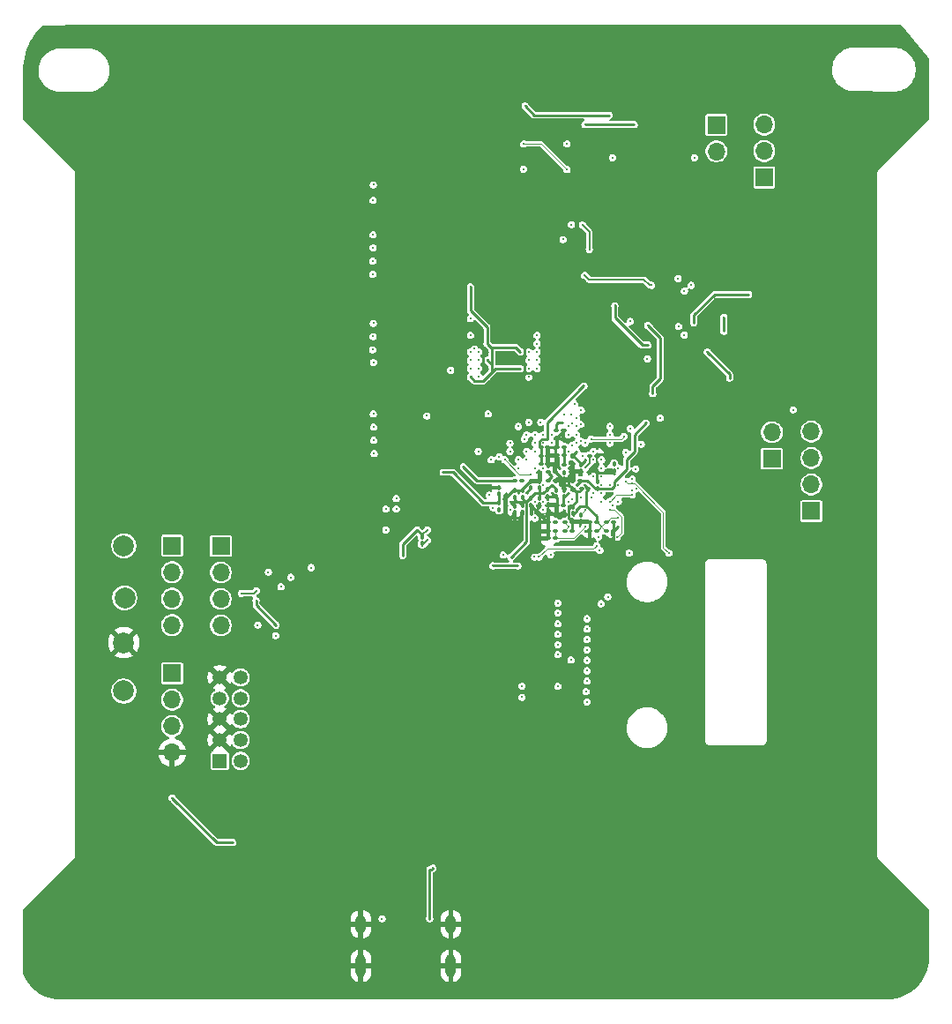
<source format=gbr>
%TF.GenerationSoftware,KiCad,Pcbnew,9.0.0*%
%TF.CreationDate,2025-05-05T21:38:29-04:00*%
%TF.ProjectId,payload_board,7061796c-6f61-4645-9f62-6f6172642e6b,rev?*%
%TF.SameCoordinates,Original*%
%TF.FileFunction,Copper,L4,Bot*%
%TF.FilePolarity,Positive*%
%FSLAX45Y45*%
G04 Gerber Fmt 4.5, Leading zero omitted, Abs format (unit mm)*
G04 Created by KiCad (PCBNEW 9.0.0) date 2025-05-05 21:38:29*
%MOMM*%
%LPD*%
G01*
G04 APERTURE LIST*
G04 Aperture macros list*
%AMRoundRect*
0 Rectangle with rounded corners*
0 $1 Rounding radius*
0 $2 $3 $4 $5 $6 $7 $8 $9 X,Y pos of 4 corners*
0 Add a 4 corners polygon primitive as box body*
4,1,4,$2,$3,$4,$5,$6,$7,$8,$9,$2,$3,0*
0 Add four circle primitives for the rounded corners*
1,1,$1+$1,$2,$3*
1,1,$1+$1,$4,$5*
1,1,$1+$1,$6,$7*
1,1,$1+$1,$8,$9*
0 Add four rect primitives between the rounded corners*
20,1,$1+$1,$2,$3,$4,$5,0*
20,1,$1+$1,$4,$5,$6,$7,0*
20,1,$1+$1,$6,$7,$8,$9,0*
20,1,$1+$1,$8,$9,$2,$3,0*%
G04 Aperture macros list end*
%TA.AperFunction,ComponentPad*%
%ADD10C,2.000000*%
%TD*%
%TA.AperFunction,ComponentPad*%
%ADD11R,1.700000X1.700000*%
%TD*%
%TA.AperFunction,ComponentPad*%
%ADD12O,1.700000X1.700000*%
%TD*%
%TA.AperFunction,ComponentPad*%
%ADD13O,1.000000X2.200000*%
%TD*%
%TA.AperFunction,ComponentPad*%
%ADD14O,1.000000X1.800000*%
%TD*%
%TA.AperFunction,ComponentPad*%
%ADD15R,1.350000X1.350000*%
%TD*%
%TA.AperFunction,ComponentPad*%
%ADD16C,1.350000*%
%TD*%
%TA.AperFunction,SMDPad,CuDef*%
%ADD17RoundRect,0.100000X-0.100000X0.130000X-0.100000X-0.130000X0.100000X-0.130000X0.100000X0.130000X0*%
%TD*%
%TA.AperFunction,SMDPad,CuDef*%
%ADD18RoundRect,0.100000X0.130000X0.100000X-0.130000X0.100000X-0.130000X-0.100000X0.130000X-0.100000X0*%
%TD*%
%TA.AperFunction,SMDPad,CuDef*%
%ADD19RoundRect,0.100000X-0.130000X-0.100000X0.130000X-0.100000X0.130000X0.100000X-0.130000X0.100000X0*%
%TD*%
%TA.AperFunction,SMDPad,CuDef*%
%ADD20RoundRect,0.100000X0.100000X-0.130000X0.100000X0.130000X-0.100000X0.130000X-0.100000X-0.130000X0*%
%TD*%
%TA.AperFunction,ViaPad*%
%ADD21C,0.300000*%
%TD*%
%TA.AperFunction,Conductor*%
%ADD22C,0.250000*%
%TD*%
%TA.AperFunction,Conductor*%
%ADD23C,0.200000*%
%TD*%
%TA.AperFunction,Conductor*%
%ADD24C,0.100000*%
%TD*%
G04 APERTURE END LIST*
D10*
%TO.P,TP7,1,1*%
%TO.N,GND*%
X15350000Y-10735000D03*
%TD*%
D11*
%TO.P,J6,1,Pin_1*%
%TO.N,+3V3*%
X15815000Y-9805000D03*
D12*
%TO.P,J6,2,Pin_2*%
%TO.N,Net-(J6-Pin_2)*%
X15815000Y-10059000D03*
%TO.P,J6,3,Pin_3*%
%TO.N,LPI2C3_SCL*%
X15815000Y-10313000D03*
%TO.P,J6,4,Pin_4*%
%TO.N,LPI2C3_SDA*%
X15815000Y-10567000D03*
%TD*%
D11*
%TO.P,J11,1,Pin_1*%
%TO.N,LPSPI4_PCSO*%
X21955000Y-9472000D03*
D12*
%TO.P,J11,2,Pin_2*%
%TO.N,LPSPI4_SDI*%
X21955000Y-9218000D03*
%TO.P,J11,3,Pin_3*%
%TO.N,LPSPI4_SDO*%
X21955000Y-8964000D03*
%TO.P,J11,4,Pin_4*%
%TO.N,LPSPI4_SCK*%
X21955000Y-8710000D03*
%TD*%
D11*
%TO.P,J9,1,Pin_1*%
%TO.N,TEST_ANTENNAS*%
X21502500Y-6270000D03*
D12*
%TO.P,J9,2,Pin_2*%
%TO.N,FIRE_DEPLOY1_A*%
X21502500Y-6016000D03*
%TO.P,J9,3,Pin_3*%
%TO.N,FIRE_DEPLOY1_B*%
X21502500Y-5762000D03*
%TD*%
D10*
%TO.P,TP5,1,1*%
%TO.N,VBUS*%
X15350000Y-9805000D03*
%TD*%
%TO.P,TP8,1,1*%
%TO.N,VBUSP*%
X15350000Y-11200000D03*
%TD*%
D11*
%TO.P,J7,1,Pin_1*%
%TO.N,+3V3*%
X16282500Y-9807500D03*
D12*
%TO.P,J7,2,Pin_2*%
%TO.N,Net-(J7-Pin_2)*%
X16282500Y-10061500D03*
%TO.P,J7,3,Pin_3*%
%TO.N,LPI2C4_SCL*%
X16282500Y-10315500D03*
%TO.P,J7,4,Pin_4*%
%TO.N,LPI2C4_SDA*%
X16282500Y-10569500D03*
%TD*%
D13*
%TO.P,J2,SH1,SHIELD1*%
%TO.N,GND*%
X17628000Y-13837500D03*
%TO.P,J2,SH2,SHIELD2*%
X18492000Y-13837500D03*
D14*
%TO.P,J2,SH3,SHIELD3*%
X17628000Y-13437500D03*
%TO.P,J2,SH4,SHIELD4*%
X18492000Y-13437500D03*
%TD*%
D11*
%TO.P,J4,1,Pin_1*%
%TO.N,DEPLOY1*%
X21042500Y-5765000D03*
D12*
%TO.P,J4,2,Pin_2*%
%TO.N,READ_DEPLOY1*%
X21042500Y-6019000D03*
%TD*%
D15*
%TO.P,J10,1,1*%
%TO.N,+3V3*%
X16272500Y-11870000D03*
D16*
%TO.P,J10,2,2*%
%TO.N,JTAG_MOD*%
X16472500Y-11870000D03*
%TO.P,J10,3,3*%
%TO.N,GND*%
X16272500Y-11670000D03*
%TO.P,J10,4,4*%
%TO.N,JTAG_TCK*%
X16472500Y-11670000D03*
%TO.P,J10,5,5*%
%TO.N,GND*%
X16272500Y-11470000D03*
%TO.P,J10,6,6*%
%TO.N,JTAG_TDO*%
X16472500Y-11470000D03*
%TO.P,J10,7,7*%
%TO.N,JTAG_TMS*%
X16272500Y-11270000D03*
%TO.P,J10,8,8*%
%TO.N,JTAG_TDI*%
X16472500Y-11270000D03*
%TO.P,J10,9,9*%
%TO.N,GND*%
X16272500Y-11070000D03*
%TO.P,J10,10,10*%
%TO.N,JTAG_TRSTB*%
X16472500Y-11070000D03*
%TD*%
D10*
%TO.P,TP6,1,1*%
%TO.N,+3V3*%
X15360000Y-10305000D03*
%TD*%
D11*
%TO.P,J3,1,Pin_1*%
%TO.N,VBUS*%
X15815000Y-11030000D03*
D12*
%TO.P,J3,2,Pin_2*%
%TO.N,+3V3*%
X15815000Y-11284000D03*
%TO.P,J3,3,Pin_3*%
%TO.N,DCDC_IN*%
X15815000Y-11538000D03*
%TO.P,J3,4,Pin_4*%
%TO.N,GND*%
X15815000Y-11792000D03*
%TD*%
D11*
%TO.P,J5,1,Pin_1*%
%TO.N,LPUART2_RX*%
X21575000Y-8969000D03*
D12*
%TO.P,J5,2,Pin_2*%
%TO.N,LPUART2_TX*%
X21575000Y-8715000D03*
%TD*%
D17*
%TO.P,C42,1*%
%TO.N,+3V3*%
X19345000Y-9347500D03*
%TO.P,C42,2*%
%TO.N,GND*%
X19345000Y-9411500D03*
%TD*%
D18*
%TO.P,R39,1*%
%TO.N,Net-(U1D-DCDC_PSWITCH)*%
X19171000Y-9180000D03*
%TO.P,R39,2*%
%TO.N,+3V3*%
X19107000Y-9180000D03*
%TD*%
D17*
%TO.P,C35,1*%
%TO.N,+3V3*%
X19260000Y-9350000D03*
%TO.P,C35,2*%
%TO.N,GND*%
X19260000Y-9414000D03*
%TD*%
%TO.P,C13,1*%
%TO.N,Net-(U1E-VDD_SNVS_CAP)*%
X19740000Y-9510000D03*
%TO.P,C13,2*%
%TO.N,GND*%
X19740000Y-9574000D03*
%TD*%
D19*
%TO.P,R24,1*%
%TO.N,JTAG_TRSTB*%
X19828500Y-8940000D03*
%TO.P,R24,2*%
%TO.N,GND*%
X19892500Y-8940000D03*
%TD*%
D18*
%TO.P,C6,1*%
%TO.N,VBUS*%
X19492500Y-9580000D03*
%TO.P,C6,2*%
%TO.N,GND*%
X19428500Y-9580000D03*
%TD*%
D19*
%TO.P,C12,1*%
%TO.N,+3V3*%
X19988500Y-9660000D03*
%TO.P,C12,2*%
%TO.N,GND*%
X20052500Y-9660000D03*
%TD*%
D18*
%TO.P,C17,1*%
%TO.N,Net-(U1E-NVCC_PLL)*%
X19492500Y-9735000D03*
%TO.P,C17,2*%
%TO.N,GND*%
X19428500Y-9735000D03*
%TD*%
D19*
%TO.P,C39,1*%
%TO.N,+3V3*%
X19358500Y-9020000D03*
%TO.P,C39,2*%
%TO.N,GND*%
X19422500Y-9020000D03*
%TD*%
D17*
%TO.P,R23,1*%
%TO.N,JTAG_MOD*%
X20060000Y-9022000D03*
%TO.P,R23,2*%
%TO.N,GND*%
X20060000Y-9086000D03*
%TD*%
D20*
%TO.P,C33,1*%
%TO.N,+3V3*%
X19180000Y-9340000D03*
%TO.P,C33,2*%
%TO.N,GND*%
X19180000Y-9276000D03*
%TD*%
D17*
%TO.P,C29,1*%
%TO.N,+3V3*%
X19105000Y-9422500D03*
%TO.P,C29,2*%
%TO.N,GND*%
X19105000Y-9486500D03*
%TD*%
%TO.P,C3,1*%
%TO.N,+3V3*%
X19737500Y-9025000D03*
%TO.P,C3,2*%
%TO.N,GND*%
X19737500Y-9089000D03*
%TD*%
D18*
%TO.P,C18,1*%
%TO.N,Net-(U1E-NVCC_PLL)*%
X19492500Y-9665000D03*
%TO.P,C18,2*%
%TO.N,GND*%
X19428500Y-9665000D03*
%TD*%
%TO.P,C1,1*%
%TO.N,+3V3*%
X19811500Y-9257500D03*
%TO.P,C1,2*%
%TO.N,GND*%
X19747500Y-9257500D03*
%TD*%
D19*
%TO.P,C22,1*%
%TO.N,VDD_SOC*%
X19428000Y-9100000D03*
%TO.P,C22,2*%
%TO.N,GND*%
X19492000Y-9100000D03*
%TD*%
%TO.P,C9,1*%
%TO.N,Net-(U1E-VDD_HIGH_CAP)*%
X19588500Y-9660000D03*
%TO.P,C9,2*%
%TO.N,GND*%
X19652500Y-9660000D03*
%TD*%
D18*
%TO.P,C14,1*%
%TO.N,+3V3*%
X19892000Y-9580000D03*
%TO.P,C14,2*%
%TO.N,GND*%
X19828000Y-9580000D03*
%TD*%
D17*
%TO.P,C2,1*%
%TO.N,+3V3*%
X19580000Y-9102500D03*
%TO.P,C2,2*%
%TO.N,GND*%
X19580000Y-9166500D03*
%TD*%
D20*
%TO.P,C28,1*%
%TO.N,VDD_SOC*%
X19902500Y-9254000D03*
%TO.P,C28,2*%
%TO.N,GND*%
X19902500Y-9190000D03*
%TD*%
D17*
%TO.P,R44,1*%
%TO.N,+3V3*%
X18217500Y-9720500D03*
%TO.P,R44,2*%
%TO.N,Net-(U3-ERR#)*%
X18217500Y-9784500D03*
%TD*%
D19*
%TO.P,C8,1*%
%TO.N,Net-(U1E-VDD_HIGH_CAP)*%
X19588500Y-9580000D03*
%TO.P,C8,2*%
%TO.N,GND*%
X19652500Y-9580000D03*
%TD*%
D18*
%TO.P,C27,1*%
%TO.N,VDD_SOC*%
X19732500Y-9177500D03*
%TO.P,C27,2*%
%TO.N,GND*%
X19668500Y-9177500D03*
%TD*%
D20*
%TO.P,C44,1*%
%TO.N,+3V3*%
X19345000Y-9250000D03*
%TO.P,C44,2*%
%TO.N,GND*%
X19345000Y-9186000D03*
%TD*%
%TO.P,C36,1*%
%TO.N,+3V3*%
X19105000Y-9341500D03*
%TO.P,C36,2*%
%TO.N,GND*%
X19105000Y-9277500D03*
%TD*%
D19*
%TO.P,C37,1*%
%TO.N,+3V3*%
X19358500Y-8860000D03*
%TO.P,C37,2*%
%TO.N,GND*%
X19422500Y-8860000D03*
%TD*%
D17*
%TO.P,C31,1*%
%TO.N,+3V3*%
X19180000Y-9420000D03*
%TO.P,C31,2*%
%TO.N,GND*%
X19180000Y-9484000D03*
%TD*%
D18*
%TO.P,C21,1*%
%TO.N,VDD_SOC*%
X19576500Y-8937500D03*
%TO.P,C21,2*%
%TO.N,GND*%
X19512500Y-8937500D03*
%TD*%
D17*
%TO.P,C41,1*%
%TO.N,+3V3*%
X19417500Y-9268500D03*
%TO.P,C41,2*%
%TO.N,GND*%
X19417500Y-9332500D03*
%TD*%
D20*
%TO.P,C52,1*%
%TO.N,Net-(U1F-VDD_USB_CAP)*%
X19577500Y-9334000D03*
%TO.P,C52,2*%
%TO.N,GND*%
X19577500Y-9270000D03*
%TD*%
%TO.P,L1,1,1*%
%TO.N,Net-(L1-Pad1)*%
X18957500Y-9459000D03*
%TO.P,L1,2,2*%
%TO.N,VDD_SOC*%
X18957500Y-9395000D03*
%TD*%
D19*
%TO.P,C11,1*%
%TO.N,+3V3*%
X19988000Y-9582500D03*
%TO.P,C11,2*%
%TO.N,GND*%
X20052000Y-9582500D03*
%TD*%
D20*
%TO.P,C24,1*%
%TO.N,Net-(U1D-DCDC_PSWITCH)*%
X19260000Y-9252500D03*
%TO.P,C24,2*%
%TO.N,GND*%
X19260000Y-9188500D03*
%TD*%
%TO.P,C16,1*%
%TO.N,+3V3*%
X19662500Y-9496500D03*
%TO.P,C16,2*%
%TO.N,GND*%
X19662500Y-9432500D03*
%TD*%
D19*
%TO.P,C23,1*%
%TO.N,VDD_SOC*%
X19428500Y-9180000D03*
%TO.P,C23,2*%
%TO.N,GND*%
X19492500Y-9180000D03*
%TD*%
%TO.P,C40,1*%
%TO.N,/Memory/DQS*%
X19508000Y-8700000D03*
%TO.P,C40,2*%
%TO.N,GND*%
X19572000Y-8700000D03*
%TD*%
D18*
%TO.P,C15,1*%
%TO.N,+3V3*%
X19890000Y-9660000D03*
%TO.P,C15,2*%
%TO.N,GND*%
X19826000Y-9660000D03*
%TD*%
D17*
%TO.P,C4,1*%
%TO.N,+3V3*%
X19660000Y-8945000D03*
%TO.P,C4,2*%
%TO.N,GND*%
X19660000Y-9009000D03*
%TD*%
D18*
%TO.P,C26,1*%
%TO.N,VDD_SOC*%
X19580000Y-9027500D03*
%TO.P,C26,2*%
%TO.N,GND*%
X19516000Y-9027500D03*
%TD*%
%TO.P,C30,1*%
%TO.N,VDD_SOC*%
X19577000Y-8860000D03*
%TO.P,C30,2*%
%TO.N,GND*%
X19513000Y-8860000D03*
%TD*%
D17*
%TO.P,C43,1*%
%TO.N,+3V3*%
X19500000Y-9270000D03*
%TO.P,C43,2*%
%TO.N,GND*%
X19500000Y-9334000D03*
%TD*%
D19*
%TO.P,C38,1*%
%TO.N,+3V3*%
X19358500Y-8945000D03*
%TO.P,C38,2*%
%TO.N,GND*%
X19422500Y-8945000D03*
%TD*%
D20*
%TO.P,C25,1*%
%TO.N,VDD_SOC*%
X18957500Y-9312000D03*
%TO.P,C25,2*%
%TO.N,GND*%
X18957500Y-9248000D03*
%TD*%
D18*
%TO.P,C5,1*%
%TO.N,Net-(U1F-VDD_USB_CAP)*%
X19572500Y-9415000D03*
%TO.P,C5,2*%
%TO.N,GND*%
X19508500Y-9415000D03*
%TD*%
D21*
%TO.N,GND*%
X19800000Y-10250000D03*
X19872500Y-7292500D03*
X20320000Y-9615000D03*
X19060000Y-9620000D03*
X18167500Y-9552500D03*
X19540000Y-9140000D03*
X19160000Y-8025000D03*
X21167500Y-9315000D03*
X19140000Y-8900000D03*
X19060000Y-8580000D03*
X19620000Y-9140000D03*
X18380000Y-13249200D03*
X19140000Y-9540000D03*
X16979000Y-12877800D03*
X19365000Y-6452500D03*
X19540000Y-9060000D03*
X19520000Y-11405000D03*
X19970000Y-9102400D03*
X20020000Y-9300000D03*
X20257500Y-6450000D03*
X19160000Y-8185000D03*
X17740000Y-13248000D03*
X20322500Y-9825000D03*
X19945000Y-8175000D03*
X20257500Y-6667500D03*
X19460000Y-9300000D03*
X21167500Y-9635000D03*
X18965000Y-9245000D03*
X19620000Y-9220000D03*
X19570000Y-7190000D03*
X19320000Y-8185000D03*
X19620000Y-9060000D03*
X20020000Y-8900000D03*
X21030000Y-7440000D03*
X19660000Y-9012500D03*
X18300000Y-12700000D03*
X19140000Y-9300000D03*
X20417500Y-8910000D03*
X20775000Y-8822500D03*
X17867500Y-9752500D03*
X20417500Y-9190000D03*
X20100000Y-9620000D03*
X18840000Y-7945000D03*
X20955000Y-7817500D03*
X19160000Y-7865000D03*
X20775000Y-8987500D03*
X19380000Y-9540000D03*
X19320000Y-7545000D03*
X19060000Y-9540000D03*
X17857500Y-8920000D03*
X19540000Y-9220000D03*
X19380000Y-8660000D03*
X19780000Y-8660000D03*
X20985000Y-8270000D03*
X19520000Y-10260000D03*
X20100000Y-8580000D03*
X19700000Y-9380000D03*
X18167500Y-9752500D03*
X18840000Y-8105000D03*
X18067500Y-9352500D03*
X19700000Y-9300000D03*
X19620000Y-9540000D03*
%TO.N,VDD_SOC*%
X19460000Y-9140000D03*
X18957500Y-9312500D03*
X19700000Y-9220000D03*
X19380000Y-9220000D03*
X19576500Y-8935000D03*
%TO.N,Net-(U1E-NVCC_PLL)*%
X19780000Y-9620000D03*
%TO.N,VBUS*%
X18320000Y-12900000D03*
X19135000Y-9997500D03*
X18288000Y-13385800D03*
X18895000Y-9997500D03*
X19495000Y-9580000D03*
X17830800Y-13385800D03*
%TO.N,PWDN*%
X20020000Y-8740000D03*
X19922500Y-9850000D03*
%TO.N,Net-(U1E-VDD_SNVS_CAP)*%
X19780000Y-9460000D03*
%TO.N,Net-(U1F-VDD_USB_CAP)*%
X19620000Y-9300000D03*
%TO.N,Net-(U1D-DCDC_PSWITCH)*%
X19190000Y-9182500D03*
X19220000Y-9300000D03*
%TO.N,LDO_EN*%
X19800000Y-11005000D03*
X20205000Y-9875000D03*
X20020000Y-8660000D03*
%TO.N,XRS*%
X19800000Y-11105000D03*
X20172500Y-8907500D03*
X20172500Y-9190000D03*
X20585000Y-9875000D03*
X20232500Y-9210000D03*
X20020000Y-8820000D03*
%TO.N,Net-(U1E-VDD_HIGH_CAP)*%
X19620000Y-9620000D03*
%TO.N,/Memory/DQS*%
X19562178Y-8618811D03*
%TO.N,WDT_WDI*%
X20215000Y-7652500D03*
X20215000Y-8680000D03*
%TO.N,+3V3*%
X20100000Y-9540000D03*
X19770000Y-8270000D03*
X19175000Y-11152500D03*
X19700000Y-8900000D03*
X18680000Y-8185000D03*
X18840000Y-7865000D03*
X19940000Y-9620000D03*
X19420000Y-8780000D03*
X19657500Y-8942500D03*
X19570000Y-6864500D03*
X18167500Y-9652500D03*
X17967500Y-9352500D03*
X19060000Y-9380000D03*
X19358500Y-9017500D03*
X19160000Y-7945000D03*
X18680000Y-7545000D03*
X18840000Y-8025000D03*
X17867500Y-9652500D03*
X18030000Y-9900000D03*
X19380000Y-9300000D03*
X19175000Y-11259500D03*
X18840000Y-8185000D03*
X19575000Y-9100000D03*
X19070000Y-9915000D03*
X19740000Y-9025000D03*
X19160000Y-8105000D03*
X18995000Y-9895000D03*
X19780000Y-8980000D03*
X18267500Y-9652500D03*
X19140000Y-9380000D03*
X18680000Y-7320000D03*
X19085000Y-9182500D03*
X19778750Y-9221250D03*
X19650000Y-6722500D03*
X19300000Y-9300000D03*
X19700000Y-9460000D03*
X19460000Y-9220000D03*
%TO.N,DCDC_IN*%
X15815000Y-12225000D03*
X16397500Y-12655000D03*
%TO.N,WDT_BIAS*%
X20420000Y-7305000D03*
X19777500Y-7210000D03*
%TO.N,USB_DP_1*%
X19620000Y-9380000D03*
X19450000Y-9890000D03*
%TO.N,DQ1*%
X18680000Y-8105000D03*
X18957600Y-8949900D03*
X19220000Y-8980000D03*
%TO.N,DQ13*%
X19198250Y-8780948D03*
X19240000Y-8105000D03*
%TO.N,DQ15*%
X19239976Y-8620024D03*
X19300000Y-8900000D03*
X19240000Y-8185000D03*
%TO.N,DQML*%
X18261929Y-8558071D03*
X18850000Y-8540000D03*
%TO.N,A10*%
X18490000Y-8120000D03*
X18680000Y-7625000D03*
X18720000Y-7915000D03*
X19140000Y-9060000D03*
%TO.N,DQ7*%
X19260026Y-9120100D03*
X19010000Y-8979900D03*
%TO.N,DQ0*%
X19220000Y-8900000D03*
X18760000Y-8185000D03*
%TO.N,DQ11*%
X19240000Y-8025000D03*
X19300000Y-8740000D03*
%TO.N,DQ10*%
X19380000Y-8820000D03*
X19320000Y-7945000D03*
%TO.N,DQ9*%
X19380000Y-8740000D03*
X19240000Y-7945000D03*
%TO.N,DQ6*%
X18760000Y-7945000D03*
%TO.N,DQMH*%
X19460000Y-8820000D03*
X19320000Y-7785000D03*
%TO.N,DQ12*%
X19355000Y-8620000D03*
X19300000Y-8820000D03*
X19320000Y-8025000D03*
%TO.N,DQ14*%
X19320000Y-8105000D03*
X19220000Y-8740000D03*
%TO.N,DQ3*%
X18680000Y-8025000D03*
X19300000Y-9060000D03*
%TO.N,DQ2*%
X18760000Y-8105000D03*
%TO.N,~{CS}*%
X19060000Y-8900000D03*
X18755000Y-8900000D03*
%TO.N,DQ8*%
X19460000Y-8740000D03*
X19320000Y-7865000D03*
%TO.N,DQ5*%
X19380000Y-9060000D03*
X18680000Y-7945000D03*
%TO.N,DQ4*%
X18880000Y-8980000D03*
X18760000Y-8025000D03*
X19140000Y-8980000D03*
%TO.N,CSI_DATA05*%
X19740000Y-9342500D03*
X19520000Y-10555000D03*
X19940000Y-9140000D03*
%TO.N,CSI_PIXCLK*%
X19940000Y-9380000D03*
X19520000Y-10355000D03*
%TO.N,LPI2C1_SCL*%
X19645000Y-10902500D03*
X19520000Y-11155000D03*
%TO.N,CSI_DATA08*%
X20090000Y-9719900D03*
X20020000Y-9460000D03*
X19520000Y-10850000D03*
%TO.N,CSI_VSYNC*%
X19935000Y-10362500D03*
X19940000Y-9220000D03*
X19800000Y-10505000D03*
%TO.N,CSI_DATA02*%
X19800000Y-10805000D03*
X20100000Y-9220000D03*
%TO.N,CSI_DATA03*%
X19520000Y-10450000D03*
X19940000Y-9060000D03*
%TO.N,CSI_DATA06*%
X19800000Y-10905000D03*
X20020000Y-9220000D03*
%TO.N,CSI_DATA09*%
X19520000Y-10755000D03*
X19910000Y-9719900D03*
%TO.N,LPI2C1_SDA*%
X19790000Y-11205000D03*
X19860000Y-9300000D03*
%TO.N,CSI_HSYNC*%
X20045000Y-9420000D03*
X19800000Y-10605000D03*
%TO.N,CSI_DATA07*%
X19800000Y-10705000D03*
X20020000Y-9380000D03*
X20000100Y-10295000D03*
X20235000Y-9317500D03*
%TO.N,CSI_MCLK*%
X19940000Y-9300000D03*
X19800000Y-11305000D03*
%TO.N,CSI_DATA04*%
X19860000Y-9140000D03*
X19520000Y-10655000D03*
X19660000Y-9360048D03*
%TO.N,LPUART2_TX*%
X20235000Y-9275000D03*
%TO.N,LPI2C4_SCL*%
X19840048Y-9340000D03*
X16625000Y-10237500D03*
X16480000Y-10262500D03*
X19296000Y-9913000D03*
%TO.N,LPI2C4_SDA*%
X19892500Y-9805000D03*
X20100000Y-9380000D03*
X19338913Y-9912729D03*
%TO.N,LPI2C3_SCL*%
X16955000Y-10109200D03*
X16860000Y-10200000D03*
%TO.N,LPI2C3_SDA*%
X17150000Y-10015000D03*
X16810000Y-10667000D03*
%TO.N,Net-(L1-Pad1)*%
X19060000Y-9460000D03*
X18957500Y-9460000D03*
%TO.N,FIRE_DEPLOY1_A*%
X19192457Y-5948468D03*
X20832766Y-6080100D03*
X20045000Y-6080000D03*
X19607500Y-6195000D03*
%TO.N,FIRE_DEPLOY1_B*%
X19607500Y-5947500D03*
X19190000Y-6190000D03*
%TO.N,VBUSP*%
X19205000Y-5582500D03*
X20012500Y-5672500D03*
%TO.N,JTAG_MOD*%
X20060000Y-9017500D03*
%TO.N,JTAG_TRSTB*%
X19780480Y-9057400D03*
%TO.N,GPIO_B0_04*%
X19620000Y-8740000D03*
X17747500Y-6340000D03*
%TO.N,GPIO_B0_05*%
X17742500Y-7200000D03*
X19620000Y-8660000D03*
%TO.N,GPIO_B0_06*%
X19681247Y-8446253D03*
X17742500Y-7073500D03*
%TO.N,GPIO_B0_07*%
X17745000Y-6945000D03*
X19700000Y-8580000D03*
X19745000Y-8505000D03*
%TO.N,GPIO_B0_08*%
X17744000Y-6820000D03*
X19700000Y-8657500D03*
%TO.N,GPIO_B0_09*%
X19577500Y-8545000D03*
X19700000Y-8740000D03*
X17749000Y-8045000D03*
%TO.N,GPIO_B0_10*%
X17755000Y-8921000D03*
X19700000Y-8820000D03*
%TO.N,GPIO_B0_11*%
X19650000Y-8542500D03*
X17741000Y-7923500D03*
%TO.N,GPIO_B0_12*%
X17745000Y-7796500D03*
X19660000Y-8630000D03*
%TO.N,GPIO_B0_13*%
X19780000Y-8820000D03*
X17751000Y-8794000D03*
%TO.N,GPIO_B0_14*%
X19740000Y-8640048D03*
X17747500Y-7669500D03*
X19740000Y-8800000D03*
%TO.N,GPIO_B0_15*%
X19860000Y-8900000D03*
X17745000Y-6490000D03*
%TO.N,GPIO_AD_B0_04*%
X19860000Y-8980000D03*
X17747500Y-8540000D03*
%TO.N,GPIO_AD_B0_05*%
X17750000Y-8667000D03*
X20100000Y-9060000D03*
%TO.N,/Watchdog/WDT-VP*%
X20800000Y-7305000D03*
X20680000Y-7700000D03*
%TO.N,ODQ7*%
X19380000Y-9380000D03*
X18860000Y-9320000D03*
%TO.N,ODQ6*%
X19380000Y-9460000D03*
X17867500Y-9452500D03*
%TO.N,JTAG_TMS*%
X20267600Y-9067532D03*
%TO.N,JTAG_TCK*%
X19940000Y-8980000D03*
%TO.N,ODQ1*%
X19300000Y-9540000D03*
X17967500Y-9452500D03*
%TO.N,A_OSCLK*%
X18897500Y-9440100D03*
X19300000Y-9380000D03*
%TO.N,JTAG_TDI*%
X20272500Y-9257500D03*
%TO.N,JTAG_TDO*%
X20235000Y-9165000D03*
%TO.N,Net-(U4D--)*%
X21170000Y-8195000D03*
X20733900Y-7781530D03*
X20735000Y-7360000D03*
X20955000Y-7945000D03*
%TO.N,Net-(J6-Pin_2)*%
X16621250Y-10331250D03*
X16812500Y-10567500D03*
%TO.N,Net-(J7-Pin_2)*%
X16738600Y-10058400D03*
X16637000Y-10566400D03*
%TO.N,Net-(JP1-A)*%
X20825000Y-7665000D03*
X21352500Y-7392500D03*
%TO.N,Net-(Q2A-G)*%
X19780000Y-5762500D03*
X20252500Y-5762500D03*
%TO.N,Net-(U3-ERR#)*%
X18267500Y-9752500D03*
%TO.N,Net-(U4B--)*%
X20675000Y-7240000D03*
X20380000Y-8010000D03*
%TO.N,Net-(U4A--)*%
X20385000Y-7880000D03*
X20067500Y-7500000D03*
%TO.N,Net-(U5-ILIM)*%
X19755000Y-6725000D03*
X19822500Y-6960000D03*
%TO.N,Net-(R56-Pad1)*%
X20382500Y-7690000D03*
X20430000Y-8345000D03*
%TO.N,Net-(U4C-+)*%
X21115000Y-7745000D03*
X21115000Y-7612500D03*
%TO.N,~{WE}*%
X19060000Y-8820000D03*
X18680000Y-7785000D03*
%TO.N,A9*%
X19140000Y-8660000D03*
%TO.N,LPSPI4_SDI*%
X19760000Y-8940000D03*
%TO.N,LPSPI4_SCK*%
X20155000Y-8755000D03*
X19840000Y-8780000D03*
X21780000Y-8500000D03*
%TO.N,LPSPI4_SDO*%
X20320000Y-8830000D03*
X19620000Y-8900000D03*
%TO.N,LPSPI4_PCSO*%
X19660000Y-8840000D03*
X20502500Y-8580000D03*
%TD*%
D22*
%TO.N,GND*%
X19428500Y-9580000D02*
X19428500Y-9664000D01*
X19686250Y-9286250D02*
X19620000Y-9220000D01*
X19660000Y-9012500D02*
X19660000Y-9020000D01*
X19700000Y-9380000D02*
X19700000Y-9300000D01*
X19060000Y-9620000D02*
X19060000Y-9540000D01*
X19345000Y-9411500D02*
X19345000Y-9430000D01*
X19508500Y-9420000D02*
X19508500Y-9344000D01*
X19828000Y-9580000D02*
X19740000Y-9580000D01*
X19516000Y-9027500D02*
X19516000Y-9036000D01*
X19513000Y-8764380D02*
X19572500Y-8704880D01*
X19620000Y-9540000D02*
X19620000Y-9500000D01*
X19495000Y-9020000D02*
X19495000Y-9095000D01*
X21030000Y-7440000D02*
X21030000Y-7742500D01*
X19160000Y-7865000D02*
X19202400Y-7907400D01*
X19620000Y-9182500D02*
X19620000Y-9140000D01*
X19580000Y-9166500D02*
X19566500Y-9166500D01*
X19686250Y-9286250D02*
X19726250Y-9286250D01*
X18802400Y-7982600D02*
X18840000Y-7945000D01*
X19422500Y-8945000D02*
X19485000Y-8945000D01*
X19620000Y-9500000D02*
X19620000Y-9460000D01*
D23*
X19662500Y-9432500D02*
X19662500Y-9422500D01*
D22*
X18965000Y-9245000D02*
X18835000Y-9245000D01*
X19260000Y-9420000D02*
X19307500Y-9467500D01*
D23*
X19894500Y-9100000D02*
X19894500Y-8939500D01*
D22*
X19428500Y-9580000D02*
X19420000Y-9580000D01*
X19097500Y-9485000D02*
X19097500Y-9502500D01*
X19271000Y-9185000D02*
X19347500Y-9185000D01*
X19160000Y-8185000D02*
X19197600Y-8147400D01*
X19726250Y-9286250D02*
X19747500Y-9265000D01*
X19495000Y-8955000D02*
X19495000Y-9020000D01*
X19282400Y-8147400D02*
X19320000Y-8185000D01*
X19202400Y-7907400D02*
X19202400Y-7982600D01*
X19826000Y-9660000D02*
X19826000Y-9581500D01*
X19087500Y-9277500D02*
X19022400Y-9342600D01*
X19197600Y-8147400D02*
X19197600Y-8062600D01*
X18840000Y-8105000D02*
X18802400Y-8067400D01*
X19307500Y-9467500D02*
X19380000Y-9540000D01*
X19180000Y-9500000D02*
X19140000Y-9540000D01*
X20065500Y-9654500D02*
X20100000Y-9620000D01*
X19540000Y-9180000D02*
X19540000Y-9140000D01*
X19197600Y-8062600D02*
X19160000Y-8025000D01*
X19180000Y-9276000D02*
X19180000Y-9260000D01*
X19657600Y-9577600D02*
X19620000Y-9540000D01*
X19180000Y-9484000D02*
X19180000Y-9500000D01*
X19160000Y-7705000D02*
X19320000Y-7545000D01*
X19894500Y-9174500D02*
X19900000Y-9180000D01*
X19022400Y-9502400D02*
X19060000Y-9540000D01*
X19480000Y-8860000D02*
X19495000Y-8875000D01*
X19060000Y-9540000D02*
X19140000Y-9540000D01*
X19022400Y-9342600D02*
X19022400Y-9502400D01*
X19540000Y-9220000D02*
X19580000Y-9220000D01*
X19105000Y-9277500D02*
X19140000Y-9277500D01*
X19160000Y-7865000D02*
X19160000Y-7705000D01*
X20052000Y-9654500D02*
X20065500Y-9654500D01*
X19417500Y-9332500D02*
X19492500Y-9332500D01*
X19620000Y-9220000D02*
X19620000Y-9182500D01*
X19504000Y-9344000D02*
X19460000Y-9300000D01*
X19097500Y-9502500D02*
X19060000Y-9540000D01*
X19513000Y-8860000D02*
X19513000Y-8764380D01*
X19580000Y-9220000D02*
X19620000Y-9220000D01*
X19566500Y-9166500D02*
X19540000Y-9140000D01*
X19970000Y-9102400D02*
X19896900Y-9102400D01*
X19495000Y-8875000D02*
X19495000Y-8955000D01*
X19620000Y-9460000D02*
X19660000Y-9420000D01*
X19427500Y-9665000D02*
X19427500Y-9730000D01*
X18802400Y-8067400D02*
X18802400Y-7982600D01*
X19492500Y-9180000D02*
X19540000Y-9180000D01*
X20052500Y-9767500D02*
X20040000Y-9780000D01*
X19197600Y-8147400D02*
X19282400Y-8147400D01*
X19420000Y-9580000D02*
X19380000Y-9540000D01*
X19516000Y-9036000D02*
X19540000Y-9060000D01*
X19345000Y-9430000D02*
X19307500Y-9467500D01*
X19422500Y-8860000D02*
X19480000Y-8860000D01*
D23*
X19577500Y-9222500D02*
X19580000Y-9220000D01*
D22*
X19620000Y-9182500D02*
X19657500Y-9182500D01*
X19180000Y-9260000D02*
X19255000Y-9185000D01*
X19428500Y-9664000D02*
X19427500Y-9665000D01*
X19422500Y-9020000D02*
X19495000Y-9020000D01*
X20052000Y-9582500D02*
X20052000Y-9654500D01*
X19420000Y-9500000D02*
X19620000Y-9500000D01*
D23*
X19577500Y-9270000D02*
X19577500Y-9222500D01*
D22*
X19652500Y-9660000D02*
X19657600Y-9654900D01*
X20052400Y-9102400D02*
X19980000Y-9102400D01*
X19700000Y-9300000D02*
X19686250Y-9286250D01*
X19740000Y-9092500D02*
X19667500Y-9092500D01*
X19652500Y-9580000D02*
X19735000Y-9580000D01*
X19140000Y-9300000D02*
X19140000Y-9277500D01*
D23*
X19662500Y-9422500D02*
X19660000Y-9420000D01*
D22*
X19660000Y-9420000D02*
X19700000Y-9380000D01*
X20052500Y-9660000D02*
X20052500Y-9767500D01*
X19660000Y-9020000D02*
X19620000Y-9060000D01*
X19980000Y-9102400D02*
X19975000Y-9102400D01*
X19140000Y-9277500D02*
X19175000Y-9277500D01*
X19202400Y-7982600D02*
X19160000Y-8025000D01*
X20060000Y-9110000D02*
X20052400Y-9102400D01*
X19667500Y-9092500D02*
X19620000Y-9140000D01*
X19657600Y-9654900D02*
X19657600Y-9577600D01*
X21030000Y-7742500D02*
X20955000Y-7817500D01*
X19572500Y-8704880D02*
X19572500Y-8700000D01*
X19495000Y-9095000D02*
X19540000Y-9140000D01*
X19508500Y-9344000D02*
X19504000Y-9344000D01*
X19260000Y-9414000D02*
X19260000Y-9420000D01*
X19896900Y-9102400D02*
X19894500Y-9100000D01*
X19894500Y-9100000D02*
X19894500Y-9174500D01*
X19975000Y-9102400D02*
X19970000Y-9102400D01*
X19105000Y-9277500D02*
X19087500Y-9277500D01*
X19540000Y-9220000D02*
X19540000Y-9180000D01*
X19380000Y-9540000D02*
X19420000Y-9500000D01*
X19485000Y-8945000D02*
X19495000Y-8955000D01*
%TO.N,VDD_SOC*%
X20180827Y-9072600D02*
X20180827Y-8974173D01*
X18805000Y-9395000D02*
X18510000Y-9100000D01*
X19906100Y-9257600D02*
X20035575Y-9257600D01*
X20062400Y-9191027D02*
X20180827Y-9072600D01*
X20255000Y-8900000D02*
X20255000Y-8737500D01*
X18510000Y-9100000D02*
X18415000Y-9100000D01*
X19700000Y-9220000D02*
X19712500Y-9207500D01*
X18957500Y-9395000D02*
X18805000Y-9395000D01*
X19800880Y-9177500D02*
X19875880Y-9252500D01*
X19875880Y-9252500D02*
X19878380Y-9250000D01*
X19902500Y-9254000D02*
X19877380Y-9254000D01*
X19712500Y-9207500D02*
X19737500Y-9182500D01*
X18957500Y-9395000D02*
X18957500Y-9310000D01*
X19576500Y-8937500D02*
X19576500Y-8910000D01*
X20180827Y-8974173D02*
X20255000Y-8900000D01*
X20035575Y-9257600D02*
X20062400Y-9230775D01*
X19730000Y-9190000D02*
X19730000Y-9177500D01*
X19428000Y-9108000D02*
X19460000Y-9140000D01*
X19877380Y-9254000D02*
X19875880Y-9252500D01*
D24*
X19428000Y-9100000D02*
X19428000Y-9108000D01*
D22*
X20062400Y-9230775D02*
X20062400Y-9191027D01*
X19576500Y-8910000D02*
X19576500Y-8861500D01*
D24*
X19428500Y-9180000D02*
X19428500Y-9171500D01*
D22*
X20255000Y-8737500D02*
X20367500Y-8625000D01*
D24*
X19576500Y-8937500D02*
X19576500Y-8935000D01*
D22*
X19902500Y-9254000D02*
X19906100Y-9257600D01*
X19428500Y-9171500D02*
X19460000Y-9140000D01*
X19580000Y-9027500D02*
X19580000Y-8938500D01*
X19732500Y-9177500D02*
X19800880Y-9177500D01*
X19580000Y-8938500D02*
X19576500Y-8935000D01*
D24*
%TO.N,Net-(U1E-NVCC_PLL)*%
X19492500Y-9730000D02*
X19670000Y-9730000D01*
X19670000Y-9730000D02*
X19780000Y-9620000D01*
X19492500Y-9665000D02*
X19492500Y-9730000D01*
D22*
%TO.N,VBUS*%
X19135000Y-9997500D02*
X18895000Y-9997500D01*
X18895000Y-9997500D02*
X18892500Y-9997500D01*
X18288000Y-13385800D02*
X18288000Y-12912000D01*
X18308000Y-12912000D02*
X18288000Y-12912000D01*
X18320000Y-12900000D02*
X18308000Y-12912000D01*
D24*
%TO.N,Net-(U1E-VDD_SNVS_CAP)*%
X19740000Y-9500000D02*
X19780000Y-9460000D01*
X19740000Y-9510000D02*
X19740000Y-9500000D01*
D22*
%TO.N,Net-(U1F-VDD_USB_CAP)*%
X19620000Y-9300000D02*
X19582500Y-9337500D01*
X19572500Y-9415000D02*
X19572500Y-9337500D01*
X19582500Y-9337500D02*
X19572500Y-9337500D01*
%TO.N,Net-(U1D-DCDC_PSWITCH)*%
X19260000Y-9252500D02*
X19222600Y-9289900D01*
X19222600Y-9289900D02*
X19222600Y-9300000D01*
D24*
%TO.N,XRS*%
X20532500Y-9482003D02*
X20532500Y-9822500D01*
X20532500Y-9822500D02*
X20585000Y-9875000D01*
X20260497Y-9210000D02*
X20532500Y-9482003D01*
X20232500Y-9210000D02*
X20260497Y-9210000D01*
X20172500Y-9190000D02*
X20192500Y-9210000D01*
X20192500Y-9210000D02*
X20232500Y-9210000D01*
%TO.N,Net-(U1E-VDD_HIGH_CAP)*%
X19588500Y-9651500D02*
X19620000Y-9620000D01*
X19588500Y-9580000D02*
X19588500Y-9588500D01*
X19588500Y-9588500D02*
X19620000Y-9620000D01*
X19588500Y-9660000D02*
X19588500Y-9651500D01*
D22*
%TO.N,/Memory/DQS*%
X19522500Y-8625000D02*
X19555988Y-8625000D01*
X19508100Y-8639400D02*
X19522500Y-8625000D01*
X19508000Y-8639400D02*
X19508100Y-8639400D01*
X19555988Y-8625000D02*
X19562178Y-8618811D01*
X19508000Y-8700000D02*
X19508000Y-8639400D01*
%TO.N,+3V3*%
X18875000Y-7900000D02*
X18885000Y-7910000D01*
X19205000Y-9380000D02*
X19220000Y-9380000D01*
X18885000Y-8140000D02*
X18885000Y-8070000D01*
X19793503Y-9427400D02*
X19793503Y-9281497D01*
X19700000Y-9469500D02*
X19700000Y-9460000D01*
D24*
X19890000Y-9660000D02*
X19900000Y-9660000D01*
D22*
X19358500Y-9017500D02*
X19358500Y-8946500D01*
X18840000Y-7865000D02*
X18875000Y-7900000D01*
X19365000Y-8780000D02*
X19420000Y-8780000D01*
X19420000Y-8780000D02*
X19420000Y-8620000D01*
X19105000Y-9362500D02*
X19122500Y-9380000D01*
X19420000Y-8620000D02*
X19770000Y-8270000D01*
X19140000Y-9380000D02*
X19205000Y-9380000D01*
X19667500Y-8942500D02*
X19657500Y-8942500D01*
X19500000Y-9260000D02*
X19460000Y-9220000D01*
D24*
X20032500Y-9540000D02*
X20100000Y-9540000D01*
D22*
X19662500Y-9507000D02*
X19700000Y-9469500D01*
X19180000Y-9340000D02*
X19180000Y-9355000D01*
X19358500Y-8945000D02*
X19358500Y-8856500D01*
X19342400Y-8843900D02*
X19342400Y-8802600D01*
X19088000Y-9180000D02*
X18745000Y-9180000D01*
X19740000Y-9015000D02*
X19667500Y-8942500D01*
X19180000Y-9420000D02*
X19140000Y-9380000D01*
X18745000Y-9180000D02*
X18610000Y-9045000D01*
X19358500Y-8860000D02*
X19342400Y-8843900D01*
X19122500Y-9380000D02*
X19060000Y-9380000D01*
X19778750Y-9221250D02*
X19777500Y-9220000D01*
X18885000Y-8140000D02*
X18920000Y-8105000D01*
X19345000Y-9347500D02*
X19345000Y-9300000D01*
X19793503Y-9281497D02*
X19815000Y-9260000D01*
X19380000Y-9300000D02*
X19460000Y-9220000D01*
X18885000Y-8070000D02*
X18840000Y-8025000D01*
X19140000Y-9380000D02*
X19122500Y-9380000D01*
X18217500Y-9701500D02*
X18216500Y-9701500D01*
X18920000Y-8105000D02*
X19160000Y-8105000D01*
X19812000Y-9262500D02*
X19812000Y-9254500D01*
X19890000Y-9523897D02*
X19890000Y-9570000D01*
D23*
X18217500Y-9701500D02*
X18218500Y-9701500D01*
D22*
X18030000Y-9790000D02*
X18030000Y-9900000D01*
X18167500Y-9652500D02*
X18030000Y-9790000D01*
X19380000Y-9300000D02*
X19345000Y-9300000D01*
X19358500Y-9020000D02*
X19358500Y-9017500D01*
X19700000Y-9460000D02*
X19732600Y-9427400D01*
X19097500Y-9417500D02*
X19060000Y-9380000D01*
X19220000Y-9380000D02*
X19220000Y-9765000D01*
X19793503Y-9427400D02*
X19890000Y-9523897D01*
D24*
X19977500Y-9582500D02*
X19940000Y-9620000D01*
D22*
X19780000Y-8985000D02*
X19740000Y-9025000D01*
D24*
X19900000Y-9580000D02*
X19940000Y-9620000D01*
D22*
X19812000Y-9254500D02*
X19778750Y-9221250D01*
X18680000Y-7545000D02*
X18680000Y-7320000D01*
X18802400Y-8222600D02*
X18840000Y-8185000D01*
X19732600Y-9427400D02*
X19793503Y-9427400D01*
X19345000Y-9300000D02*
X19345000Y-9245000D01*
X19700000Y-8900000D02*
X19700000Y-8905000D01*
X19740000Y-9025000D02*
X19740000Y-9015000D01*
X19700000Y-8905000D02*
X19660000Y-8945000D01*
X18680000Y-8185000D02*
X18717600Y-8222600D01*
X18717600Y-8222600D02*
X18802400Y-8222600D01*
X19220000Y-9380000D02*
X19300000Y-9300000D01*
X19105000Y-9341500D02*
X19105000Y-9362500D01*
X19180000Y-9355000D02*
X19205000Y-9380000D01*
X19097500Y-9421000D02*
X19097500Y-9417500D01*
X19220000Y-9765000D02*
X19070000Y-9915000D01*
D24*
X19900000Y-9660000D02*
X19940000Y-9620000D01*
D22*
X19780000Y-8980000D02*
X19780000Y-8985000D01*
X19345000Y-9300000D02*
X19300000Y-9300000D01*
D24*
X19940000Y-9620000D02*
X19980000Y-9660000D01*
X19988500Y-9584000D02*
X20032500Y-9540000D01*
D22*
X19358500Y-8861500D02*
X19360000Y-8860000D01*
X18840000Y-8185000D02*
X18885000Y-8140000D01*
X19115000Y-7900000D02*
X19160000Y-7945000D01*
D23*
X18218500Y-9701500D02*
X18267500Y-9652500D01*
D22*
X18875000Y-7900000D02*
X19115000Y-7900000D01*
X18216500Y-9701500D02*
X18167500Y-9652500D01*
X19500000Y-9270000D02*
X19500000Y-9260000D01*
X18885000Y-7910000D02*
X18885000Y-8070000D01*
X18840000Y-7865000D02*
X18840000Y-7705000D01*
X18840000Y-7705000D02*
X18680000Y-7545000D01*
D24*
X19892000Y-9580000D02*
X19900000Y-9580000D01*
D22*
X19654620Y-8945000D02*
X19660000Y-8945000D01*
X19342400Y-8802600D02*
X19365000Y-8780000D01*
D24*
X19988000Y-9582500D02*
X19977500Y-9582500D01*
D22*
%TO.N,DCDC_IN*%
X16245000Y-12655000D02*
X16397500Y-12655000D01*
X15815000Y-12225000D02*
X16245000Y-12655000D01*
D23*
%TO.N,WDT_BIAS*%
X19777500Y-7210000D02*
X19818750Y-7251250D01*
X20400000Y-7305000D02*
X20346250Y-7251250D01*
X20420000Y-7305000D02*
X20400000Y-7305000D01*
X19818750Y-7251250D02*
X20346250Y-7251250D01*
D24*
%TO.N,DQ7*%
X19150200Y-9120100D02*
X19260026Y-9120100D01*
X19010000Y-8979900D02*
X19150200Y-9120100D01*
%TO.N,CSI_DATA08*%
X20062568Y-9460000D02*
X20130100Y-9527532D01*
X20130100Y-9527532D02*
X20130100Y-9679800D01*
X20130100Y-9679800D02*
X20090000Y-9719900D01*
X20020000Y-9460000D02*
X20062568Y-9460000D01*
%TO.N,CSI_DATA07*%
X20082500Y-9317500D02*
X20020000Y-9380000D01*
X20235000Y-9317500D02*
X20082500Y-9317500D01*
D23*
%TO.N,LPI2C4_SCL*%
X16600000Y-10262500D02*
X16625000Y-10237500D01*
X16480000Y-10262500D02*
X16600000Y-10262500D01*
D24*
%TO.N,LPI2C4_SDA*%
X19416641Y-9835000D02*
X19338913Y-9912729D01*
X19862500Y-9835000D02*
X19416641Y-9835000D01*
X19892500Y-9805000D02*
X19862500Y-9835000D01*
%TO.N,FIRE_DEPLOY1_A*%
X19607500Y-6195000D02*
X19360968Y-5948468D01*
X19360968Y-5948468D02*
X19192457Y-5948468D01*
D22*
%TO.N,VBUSP*%
X19295000Y-5672500D02*
X19205000Y-5582500D01*
X20012500Y-5672500D02*
X19295000Y-5672500D01*
D23*
%TO.N,JTAG_TRSTB*%
X19827400Y-9010480D02*
X19827400Y-8960000D01*
X19780480Y-9057400D02*
X19827400Y-9010480D01*
D22*
%TO.N,Net-(U4D--)*%
X21170000Y-8160000D02*
X20955000Y-7945000D01*
X21170000Y-8195000D02*
X21170000Y-8160000D01*
%TO.N,Net-(J6-Pin_2)*%
X16621250Y-10376250D02*
X16812500Y-10567500D01*
X16621250Y-10331250D02*
X16621250Y-10376250D01*
%TO.N,Net-(JP1-A)*%
X20825000Y-7591825D02*
X21024326Y-7392500D01*
X21024326Y-7392500D02*
X21352500Y-7392500D01*
X20825000Y-7665000D02*
X20825000Y-7591825D01*
%TO.N,Net-(Q2A-G)*%
X20252500Y-5762500D02*
X19780000Y-5762500D01*
D23*
%TO.N,Net-(U3-ERR#)*%
X18217500Y-9802500D02*
X18267500Y-9752500D01*
X18217500Y-9803500D02*
X18217500Y-9802500D01*
D22*
%TO.N,Net-(U4A--)*%
X20330000Y-7880000D02*
X20067500Y-7617500D01*
X20337500Y-7880000D02*
X20330000Y-7880000D01*
X20385000Y-7880000D02*
X20337500Y-7880000D01*
X20067500Y-7617500D02*
X20067500Y-7500000D01*
D23*
%TO.N,Net-(U5-ILIM)*%
X19755000Y-6725000D02*
X19822500Y-6792500D01*
X19822500Y-6792500D02*
X19822500Y-6960000D01*
D22*
%TO.N,Net-(R56-Pad1)*%
X20430000Y-8345000D02*
X20430000Y-8275000D01*
X20382500Y-7690000D02*
X20502500Y-7810000D01*
X20430000Y-8275000D02*
X20502500Y-8202500D01*
X20502500Y-7810000D02*
X20502500Y-8202500D01*
%TO.N,Net-(U4C-+)*%
X21115000Y-7745000D02*
X21115000Y-7612500D01*
D24*
%TO.N,LPSPI4_SCK*%
X20130000Y-8780000D02*
X19840000Y-8780000D01*
X20155000Y-8755000D02*
X20130000Y-8780000D01*
%TD*%
%TA.AperFunction,Conductor*%
%TO.N,GND*%
G36*
X19817933Y-9641886D02*
G01*
X19823527Y-9646073D01*
X19825968Y-9652620D01*
X19826000Y-9653504D01*
X19826000Y-9660000D01*
X19833600Y-9660000D01*
X19840304Y-9661969D01*
X19844879Y-9667249D01*
X19846000Y-9672400D01*
X19846000Y-9729596D01*
X19846000Y-9729596D01*
X19854663Y-9728456D01*
X19854663Y-9728456D01*
X19860811Y-9725909D01*
X19867758Y-9725162D01*
X19874005Y-9728290D01*
X19876725Y-9732804D01*
X19877028Y-9732678D01*
X19877339Y-9733429D01*
X19881953Y-9741421D01*
X19881953Y-9741421D01*
X19881953Y-9741421D01*
X19888479Y-9747947D01*
X19888479Y-9747947D01*
X19889124Y-9748442D01*
X19889030Y-9748564D01*
X19893217Y-9752955D01*
X19894539Y-9759816D01*
X19891943Y-9766302D01*
X19886251Y-9770355D01*
X19885405Y-9770615D01*
X19883035Y-9771250D01*
X19878971Y-9772339D01*
X19878971Y-9772339D01*
X19870979Y-9776953D01*
X19870979Y-9776953D01*
X19864453Y-9783479D01*
X19864453Y-9783479D01*
X19859839Y-9791471D01*
X19859839Y-9791471D01*
X19859839Y-9791471D01*
X19859839Y-9791471D01*
X19858683Y-9795785D01*
X19857350Y-9800759D01*
X19853713Y-9806725D01*
X19847429Y-9809778D01*
X19845372Y-9809950D01*
X19491946Y-9809950D01*
X19485242Y-9807982D01*
X19480666Y-9802701D01*
X19479672Y-9795785D01*
X19482337Y-9789712D01*
X19490577Y-9779611D01*
X19493313Y-9777736D01*
X19495991Y-9775781D01*
X19496225Y-9775740D01*
X19496340Y-9775661D01*
X19496748Y-9775649D01*
X19500185Y-9775050D01*
X19509986Y-9775050D01*
X19509988Y-9775050D01*
X19509988Y-9775050D01*
X19512499Y-9774759D01*
X19512499Y-9774759D01*
X19512499Y-9774759D01*
X19522777Y-9770221D01*
X19530721Y-9762277D01*
X19530721Y-9762276D01*
X19531370Y-9761329D01*
X19531508Y-9761423D01*
X19535156Y-9757104D01*
X19541835Y-9755051D01*
X19541991Y-9755050D01*
X19674983Y-9755050D01*
X19674983Y-9755050D01*
X19684190Y-9751236D01*
X19740022Y-9695404D01*
X19746154Y-9692056D01*
X19753123Y-9692554D01*
X19758716Y-9696741D01*
X19760246Y-9699427D01*
X19760590Y-9700259D01*
X19770208Y-9712792D01*
X19782741Y-9722410D01*
X19797337Y-9728455D01*
X19797337Y-9728456D01*
X19806000Y-9729596D01*
X19806000Y-9680000D01*
X19785362Y-9680000D01*
X19783239Y-9679377D01*
X19781032Y-9679220D01*
X19779952Y-9678411D01*
X19778658Y-9678032D01*
X19777210Y-9676360D01*
X19775438Y-9675034D01*
X19774966Y-9673770D01*
X19774083Y-9672751D01*
X19773768Y-9670561D01*
X19772994Y-9668488D01*
X19773280Y-9667170D01*
X19773088Y-9665835D01*
X19774008Y-9663822D01*
X19774477Y-9661661D01*
X19775806Y-9659884D01*
X19775991Y-9659480D01*
X19776591Y-9658835D01*
X19776755Y-9658671D01*
X19782886Y-9655321D01*
X19783907Y-9655143D01*
X19784613Y-9655050D01*
X19784614Y-9655050D01*
X19793529Y-9652661D01*
X19801521Y-9648047D01*
X19804832Y-9644736D01*
X19810964Y-9641388D01*
X19817933Y-9641886D01*
G37*
%TD.AperFunction*%
%TA.AperFunction,Conductor*%
G36*
X20060969Y-9660255D02*
G01*
X20061865Y-9660126D01*
X20064269Y-9661224D01*
X20066804Y-9661969D01*
X20067397Y-9662653D01*
X20068220Y-9663029D01*
X20069649Y-9665252D01*
X20071379Y-9667249D01*
X20071608Y-9668300D01*
X20071998Y-9668907D01*
X20072500Y-9672400D01*
X20072500Y-9682696D01*
X20070532Y-9689400D01*
X20068868Y-9691464D01*
X20061953Y-9698379D01*
X20061953Y-9698379D01*
X20057339Y-9706371D01*
X20057339Y-9706371D01*
X20056878Y-9708092D01*
X20053241Y-9714058D01*
X20046956Y-9717111D01*
X20040019Y-9716282D01*
X20034631Y-9711833D01*
X20032504Y-9705178D01*
X20032500Y-9704883D01*
X20032500Y-9672400D01*
X20034469Y-9665696D01*
X20039749Y-9661121D01*
X20044900Y-9660000D01*
X20060100Y-9660000D01*
X20060969Y-9660255D01*
G37*
%TD.AperFunction*%
%TA.AperFunction,Conductor*%
G36*
X19648014Y-9539550D02*
G01*
X19657126Y-9539550D01*
X19658215Y-9539550D01*
X19658215Y-9539550D01*
X19660100Y-9539550D01*
X19664037Y-9540706D01*
X19666804Y-9541519D01*
X19666804Y-9541519D01*
X19666804Y-9541519D01*
X19670192Y-9545429D01*
X19671379Y-9546799D01*
X19671380Y-9546799D01*
X19671380Y-9546801D01*
X19672500Y-9551950D01*
X19672500Y-9554000D01*
X19811864Y-9554000D01*
X19814808Y-9554864D01*
X19817807Y-9555517D01*
X19818308Y-9555892D01*
X19818568Y-9555969D01*
X19820632Y-9557632D01*
X19824368Y-9561368D01*
X19827717Y-9567500D01*
X19828000Y-9570136D01*
X19828000Y-9587600D01*
X19826032Y-9594304D01*
X19820751Y-9598879D01*
X19815600Y-9600000D01*
X19814704Y-9600000D01*
X19808001Y-9598032D01*
X19805936Y-9596368D01*
X19801522Y-9591953D01*
X19801521Y-9591953D01*
X19801521Y-9591953D01*
X19801521Y-9591953D01*
X19801521Y-9591953D01*
X19793529Y-9587339D01*
X19793529Y-9587339D01*
X19793529Y-9587339D01*
X19793529Y-9587339D01*
X19784614Y-9584950D01*
X19775386Y-9584950D01*
X19766471Y-9587339D01*
X19766471Y-9587339D01*
X19766471Y-9587339D01*
X19766471Y-9587339D01*
X19758479Y-9591953D01*
X19758479Y-9591953D01*
X19751953Y-9598479D01*
X19751953Y-9598479D01*
X19747339Y-9606471D01*
X19747339Y-9606471D01*
X19747339Y-9606471D01*
X19747339Y-9606471D01*
X19746329Y-9610239D01*
X19744950Y-9615386D01*
X19744857Y-9616094D01*
X19743933Y-9618183D01*
X19743448Y-9620414D01*
X19742218Y-9622058D01*
X19742030Y-9622483D01*
X19741334Y-9623240D01*
X19741171Y-9623403D01*
X19735040Y-9626754D01*
X19728070Y-9626257D01*
X19722476Y-9622072D01*
X19720032Y-9615526D01*
X19720000Y-9614638D01*
X19720000Y-9600000D01*
X19664900Y-9600000D01*
X19658196Y-9598032D01*
X19653621Y-9592751D01*
X19652500Y-9587600D01*
X19652500Y-9580000D01*
X19644900Y-9580000D01*
X19644031Y-9579745D01*
X19643135Y-9579874D01*
X19640731Y-9578776D01*
X19638196Y-9578032D01*
X19637603Y-9577347D01*
X19636780Y-9576971D01*
X19635351Y-9574748D01*
X19633621Y-9572751D01*
X19633392Y-9571700D01*
X19633002Y-9571094D01*
X19632500Y-9567600D01*
X19632500Y-9551672D01*
X19634469Y-9544968D01*
X19639749Y-9540393D01*
X19646329Y-9539355D01*
X19648014Y-9539550D01*
G37*
%TD.AperFunction*%
%TA.AperFunction,Conductor*%
G36*
X19273070Y-9402683D02*
G01*
X19273718Y-9403286D01*
X19278479Y-9408047D01*
X19281677Y-9409894D01*
X19283354Y-9410861D01*
X19288175Y-9415918D01*
X19289497Y-9422779D01*
X19286900Y-9429265D01*
X19281209Y-9433318D01*
X19280575Y-9433425D01*
X19280000Y-9434000D01*
X19280000Y-9486201D01*
X19284093Y-9489791D01*
X19287836Y-9495691D01*
X19287794Y-9502678D01*
X19283982Y-9508533D01*
X19282118Y-9509852D01*
X19278479Y-9511953D01*
X19278479Y-9511953D01*
X19273718Y-9516714D01*
X19267586Y-9520062D01*
X19260617Y-9519564D01*
X19255023Y-9515377D01*
X19252582Y-9508830D01*
X19252550Y-9507946D01*
X19252550Y-9412054D01*
X19254519Y-9405350D01*
X19259799Y-9400775D01*
X19266715Y-9399781D01*
X19273070Y-9402683D01*
G37*
%TD.AperFunction*%
%TA.AperFunction,Conductor*%
G36*
X19656804Y-9414469D02*
G01*
X19661379Y-9419749D01*
X19662500Y-9424900D01*
X19662500Y-9432681D01*
X19663343Y-9434226D01*
X19664793Y-9435899D01*
X19664985Y-9437232D01*
X19665630Y-9438414D01*
X19665472Y-9440623D01*
X19665788Y-9442815D01*
X19665228Y-9444040D01*
X19665132Y-9445383D01*
X19663805Y-9447156D01*
X19662885Y-9449170D01*
X19661752Y-9449899D01*
X19660945Y-9450977D01*
X19658870Y-9451750D01*
X19657007Y-9452948D01*
X19654815Y-9453263D01*
X19654398Y-9453418D01*
X19653514Y-9453450D01*
X19648586Y-9453450D01*
X19645351Y-9452500D01*
X19625237Y-9452500D01*
X19618533Y-9450532D01*
X19613957Y-9445251D01*
X19612963Y-9438335D01*
X19613893Y-9435091D01*
X19614012Y-9434823D01*
X19615259Y-9431999D01*
X19615550Y-9429487D01*
X19615550Y-9426994D01*
X19616335Y-9424322D01*
X19616796Y-9421575D01*
X19617305Y-9421016D01*
X19617519Y-9420290D01*
X19619623Y-9418466D01*
X19621496Y-9416405D01*
X19622494Y-9415978D01*
X19622799Y-9415714D01*
X19624740Y-9415016D01*
X19630475Y-9413480D01*
X19632555Y-9412923D01*
X19635764Y-9412500D01*
X19650100Y-9412500D01*
X19656804Y-9414469D01*
G37*
%TD.AperFunction*%
%TA.AperFunction,Conductor*%
G36*
X19340144Y-9393473D02*
G01*
X19341179Y-9393274D01*
X19343500Y-9394203D01*
X19345943Y-9394735D01*
X19347225Y-9395695D01*
X19347665Y-9395871D01*
X19348043Y-9396307D01*
X19348768Y-9396850D01*
X19349922Y-9398004D01*
X19351953Y-9401521D01*
X19358479Y-9408047D01*
X19361996Y-9410078D01*
X19363150Y-9411232D01*
X19366499Y-9417364D01*
X19366000Y-9424333D01*
X19361813Y-9429927D01*
X19360582Y-9430739D01*
X19358479Y-9431953D01*
X19358479Y-9431953D01*
X19351953Y-9438479D01*
X19351953Y-9438479D01*
X19348139Y-9445086D01*
X19343082Y-9449907D01*
X19336221Y-9451229D01*
X19329735Y-9448632D01*
X19327914Y-9446872D01*
X19313361Y-9429586D01*
X19312678Y-9428033D01*
X19311567Y-9426751D01*
X19311301Y-9424901D01*
X19310549Y-9423190D01*
X19310814Y-9421515D01*
X19310573Y-9419835D01*
X19311349Y-9418135D01*
X19311642Y-9416289D01*
X19312771Y-9415023D01*
X19313475Y-9413480D01*
X19316020Y-9411378D01*
X19316292Y-9411074D01*
X19316438Y-9411034D01*
X19316647Y-9410861D01*
X19317751Y-9410224D01*
X19321521Y-9408047D01*
X19328047Y-9401521D01*
X19329261Y-9399418D01*
X19331071Y-9397692D01*
X19332569Y-9395691D01*
X19333556Y-9395323D01*
X19334318Y-9394596D01*
X19336773Y-9394123D01*
X19339115Y-9393249D01*
X19340144Y-9393473D01*
G37*
%TD.AperFunction*%
%TA.AperFunction,Conductor*%
G36*
X19413981Y-9329223D02*
G01*
X19416557Y-9332500D01*
X19425100Y-9332500D01*
X19431804Y-9334469D01*
X19436379Y-9339749D01*
X19437500Y-9344900D01*
X19437500Y-9364983D01*
X19435532Y-9371687D01*
X19430251Y-9376262D01*
X19423335Y-9377257D01*
X19416980Y-9374354D01*
X19413202Y-9368476D01*
X19413123Y-9368192D01*
X19413101Y-9368113D01*
X19412661Y-9366471D01*
X19412661Y-9366471D01*
X19412661Y-9366471D01*
X19412661Y-9366471D01*
X19408047Y-9358479D01*
X19408047Y-9358479D01*
X19408047Y-9358479D01*
X19401521Y-9351953D01*
X19399418Y-9350739D01*
X19394596Y-9345682D01*
X19393274Y-9338821D01*
X19395871Y-9332335D01*
X19399417Y-9329262D01*
X19400588Y-9328586D01*
X19407378Y-9326938D01*
X19413981Y-9329223D01*
G37*
%TD.AperFunction*%
%TA.AperFunction,Conductor*%
G36*
X20049360Y-9289642D02*
G01*
X20055146Y-9293558D01*
X20057896Y-9299981D01*
X20056738Y-9306871D01*
X20054352Y-9310222D01*
X20023243Y-9341331D01*
X20017111Y-9344680D01*
X20016094Y-9344857D01*
X20015386Y-9344950D01*
X20010239Y-9346329D01*
X20006471Y-9347339D01*
X20006471Y-9347339D01*
X20006471Y-9347339D01*
X20006471Y-9347339D01*
X19998479Y-9351953D01*
X19998479Y-9351953D01*
X19991953Y-9358479D01*
X19991953Y-9358479D01*
X19990739Y-9360582D01*
X19985682Y-9365404D01*
X19978821Y-9366726D01*
X19972335Y-9364129D01*
X19971232Y-9363150D01*
X19970078Y-9361996D01*
X19968047Y-9358479D01*
X19961521Y-9351953D01*
X19958004Y-9349922D01*
X19956850Y-9348768D01*
X19955926Y-9347077D01*
X19954596Y-9345682D01*
X19954286Y-9344073D01*
X19953501Y-9342636D01*
X19953639Y-9340714D01*
X19953274Y-9338821D01*
X19953883Y-9337300D01*
X19954000Y-9335667D01*
X19955155Y-9334124D01*
X19955871Y-9332335D01*
X19957644Y-9330798D01*
X19958187Y-9330073D01*
X19958703Y-9329881D01*
X19959418Y-9329261D01*
X19961521Y-9328047D01*
X19968047Y-9321521D01*
X19972661Y-9313529D01*
X19975050Y-9304614D01*
X19975050Y-9302550D01*
X19977019Y-9295846D01*
X19982299Y-9291271D01*
X19987450Y-9290150D01*
X20039860Y-9290150D01*
X20039860Y-9290150D01*
X20042375Y-9289476D01*
X20049360Y-9289642D01*
G37*
%TD.AperFunction*%
%TA.AperFunction,Conductor*%
G36*
X19663435Y-9235255D02*
G01*
X19664282Y-9235247D01*
X19666565Y-9236684D01*
X19669020Y-9237805D01*
X19669750Y-9238689D01*
X19670195Y-9238969D01*
X19670475Y-9239567D01*
X19671639Y-9240976D01*
X19671953Y-9241521D01*
X19678479Y-9248047D01*
X19678479Y-9248047D01*
X19678479Y-9248047D01*
X19686471Y-9252661D01*
X19686471Y-9252661D01*
X19686471Y-9252661D01*
X19688192Y-9253123D01*
X19694158Y-9256759D01*
X19697211Y-9263044D01*
X19696382Y-9269981D01*
X19691933Y-9275369D01*
X19685278Y-9277497D01*
X19684983Y-9277500D01*
X19675299Y-9277500D01*
X19675299Y-9277500D01*
X19675379Y-9278107D01*
X19674302Y-9285010D01*
X19669664Y-9290236D01*
X19662937Y-9292124D01*
X19656257Y-9290076D01*
X19653343Y-9287397D01*
X19652686Y-9286562D01*
X19652661Y-9286471D01*
X19648047Y-9278479D01*
X19641521Y-9271953D01*
X19640896Y-9271592D01*
X19639699Y-9270072D01*
X19638953Y-9268213D01*
X19637772Y-9266595D01*
X19637679Y-9265037D01*
X19637098Y-9263587D01*
X19637475Y-9261620D01*
X19637356Y-9259621D01*
X19638120Y-9258259D01*
X19638415Y-9256726D01*
X19639796Y-9255275D01*
X19640777Y-9253529D01*
X19642156Y-9252796D01*
X19643233Y-9251666D01*
X19645179Y-9251192D01*
X19646809Y-9250327D01*
X19648175Y-9248770D01*
X19648610Y-9245527D01*
X19649708Y-9243062D01*
X19650469Y-9240473D01*
X19651108Y-9239918D01*
X19651453Y-9239145D01*
X19653710Y-9237664D01*
X19655749Y-9235897D01*
X19656587Y-9235777D01*
X19657295Y-9235312D01*
X19659994Y-9235287D01*
X19662665Y-9234903D01*
X19663435Y-9235255D01*
G37*
%TD.AperFunction*%
%TA.AperFunction,Conductor*%
G36*
X19669535Y-8990969D02*
G01*
X19671599Y-8992631D01*
X19686799Y-9007832D01*
X19690148Y-9013964D01*
X19689649Y-9020933D01*
X19685462Y-9026527D01*
X19680695Y-9028305D01*
X19680000Y-9029000D01*
X19680000Y-9069000D01*
X19719396Y-9069000D01*
X19720093Y-9068552D01*
X19720712Y-9068463D01*
X19720950Y-9068333D01*
X19723585Y-9068050D01*
X19738998Y-9068050D01*
X19745702Y-9070018D01*
X19749736Y-9074250D01*
X19751401Y-9077133D01*
X19752434Y-9078921D01*
X19758959Y-9085447D01*
X19758959Y-9085447D01*
X19758960Y-9085447D01*
X19759677Y-9085861D01*
X19764499Y-9090918D01*
X19765821Y-9097779D01*
X19763224Y-9104265D01*
X19759788Y-9106712D01*
X19757500Y-9109000D01*
X19757500Y-9125050D01*
X19757245Y-9125919D01*
X19757374Y-9126815D01*
X19756276Y-9129219D01*
X19755532Y-9131754D01*
X19754847Y-9132347D01*
X19754471Y-9133170D01*
X19752248Y-9134599D01*
X19750251Y-9136329D01*
X19749200Y-9136558D01*
X19748594Y-9136948D01*
X19745100Y-9137450D01*
X19729900Y-9137450D01*
X19723196Y-9135482D01*
X19718621Y-9130201D01*
X19717500Y-9125050D01*
X19717500Y-9109000D01*
X19688500Y-9109000D01*
X19688500Y-9159396D01*
X19688948Y-9160093D01*
X19689037Y-9160713D01*
X19689167Y-9160950D01*
X19689450Y-9163586D01*
X19689450Y-9178460D01*
X19687482Y-9185164D01*
X19683250Y-9189198D01*
X19678479Y-9191953D01*
X19678479Y-9191953D01*
X19671953Y-9198479D01*
X19671953Y-9198479D01*
X19671639Y-9199024D01*
X19666582Y-9203845D01*
X19659721Y-9205167D01*
X19653235Y-9202570D01*
X19652178Y-9201086D01*
X19652132Y-9201132D01*
X19648500Y-9197500D01*
X19600000Y-9197500D01*
X19600000Y-9250000D01*
X19601934Y-9251934D01*
X19602752Y-9253431D01*
X19603973Y-9254623D01*
X19604391Y-9256434D01*
X19605283Y-9258066D01*
X19605161Y-9259768D01*
X19605545Y-9261431D01*
X19604917Y-9263181D01*
X19604784Y-9265036D01*
X19603749Y-9266437D01*
X19603186Y-9268007D01*
X19601408Y-9269605D01*
X19600722Y-9270534D01*
X19600073Y-9271033D01*
X19598479Y-9271953D01*
X19597163Y-9273269D01*
X19596522Y-9273762D01*
X19593987Y-9274744D01*
X19591601Y-9276046D01*
X19590777Y-9275987D01*
X19590007Y-9276286D01*
X19587343Y-9275742D01*
X19584632Y-9275548D01*
X19583811Y-9275020D01*
X19583161Y-9274887D01*
X19582304Y-9274052D01*
X19580198Y-9272698D01*
X19577500Y-9270000D01*
X19569900Y-9270000D01*
X19563196Y-9268032D01*
X19558621Y-9262751D01*
X19557500Y-9257600D01*
X19557500Y-9200000D01*
X19512500Y-9200000D01*
X19508981Y-9203519D01*
X19502849Y-9206867D01*
X19495880Y-9206369D01*
X19491398Y-9203472D01*
X19490274Y-9202336D01*
X19488047Y-9198479D01*
X19481521Y-9191953D01*
X19477975Y-9189906D01*
X19476803Y-9188722D01*
X19475904Y-9187054D01*
X19474596Y-9185682D01*
X19474280Y-9184042D01*
X19473487Y-9182572D01*
X19473633Y-9180682D01*
X19473274Y-9178821D01*
X19473895Y-9177270D01*
X19474023Y-9175605D01*
X19475166Y-9174094D01*
X19475871Y-9172335D01*
X19477693Y-9170756D01*
X19478240Y-9170034D01*
X19478737Y-9169852D01*
X19479418Y-9169261D01*
X19481521Y-9168047D01*
X19484055Y-9165514D01*
X19485936Y-9163632D01*
X19492069Y-9160283D01*
X19494704Y-9160000D01*
X19497000Y-9160000D01*
X19497000Y-9158900D01*
X19498969Y-9152196D01*
X19504249Y-9147621D01*
X19509400Y-9146500D01*
X19648500Y-9146500D01*
X19648500Y-9107904D01*
X19639837Y-9109044D01*
X19639051Y-9109255D01*
X19638998Y-9109058D01*
X19638215Y-9109474D01*
X19635861Y-9109277D01*
X19633512Y-9109528D01*
X19632268Y-9108977D01*
X19631252Y-9108892D01*
X19628175Y-9107164D01*
X19624901Y-9104652D01*
X19620781Y-9099009D01*
X19620050Y-9094815D01*
X19620050Y-9092714D01*
X19622018Y-9086010D01*
X19627299Y-9081435D01*
X19634068Y-9080420D01*
X19640000Y-9081201D01*
X19640000Y-9081201D01*
X19640000Y-9029000D01*
X19635450Y-9029000D01*
X19628746Y-9027032D01*
X19624171Y-9021751D01*
X19623309Y-9019120D01*
X19623050Y-9017873D01*
X19623050Y-9013014D01*
X19622759Y-9010501D01*
X19620421Y-9005207D01*
X19620154Y-9003920D01*
X19620334Y-9001695D01*
X19620044Y-8999481D01*
X19620611Y-8998280D01*
X19620719Y-8996956D01*
X19622074Y-8995181D01*
X19623027Y-8993162D01*
X19624153Y-8992458D01*
X19624959Y-8991403D01*
X19627058Y-8990643D01*
X19628952Y-8989459D01*
X19631166Y-8989155D01*
X19631529Y-8989024D01*
X19631752Y-8989075D01*
X19632295Y-8989000D01*
X19662831Y-8989000D01*
X19669535Y-8990969D01*
G37*
%TD.AperFunction*%
%TA.AperFunction,Conductor*%
G36*
X19342895Y-9073961D02*
G01*
X19344734Y-9074157D01*
X19346072Y-9075233D01*
X19347665Y-9075871D01*
X19349505Y-9077994D01*
X19350179Y-9078536D01*
X19350307Y-9078919D01*
X19350739Y-9079418D01*
X19351953Y-9081521D01*
X19358479Y-9088047D01*
X19361112Y-9089567D01*
X19365132Y-9091889D01*
X19369954Y-9096945D01*
X19371276Y-9103806D01*
X19368679Y-9110292D01*
X19367108Y-9111950D01*
X19365000Y-9113799D01*
X19365000Y-9166000D01*
X19367640Y-9168640D01*
X19370988Y-9174772D01*
X19370490Y-9181741D01*
X19367058Y-9186721D01*
X19366135Y-9187533D01*
X19358479Y-9191953D01*
X19351953Y-9198479D01*
X19350170Y-9201567D01*
X19348638Y-9202913D01*
X19347246Y-9203561D01*
X19346134Y-9204622D01*
X19343696Y-9205213D01*
X19342304Y-9205861D01*
X19341485Y-9205749D01*
X19341025Y-9205861D01*
X19339549Y-9206667D01*
X19336914Y-9206950D01*
X19330514Y-9206950D01*
X19330512Y-9206950D01*
X19328001Y-9207241D01*
X19328001Y-9207242D01*
X19327544Y-9207443D01*
X19322535Y-9208500D01*
X19272400Y-9208500D01*
X19271531Y-9208245D01*
X19270635Y-9208374D01*
X19268231Y-9207276D01*
X19265696Y-9206532D01*
X19265103Y-9205847D01*
X19264280Y-9205471D01*
X19262851Y-9203248D01*
X19261121Y-9201251D01*
X19260892Y-9200200D01*
X19260502Y-9199594D01*
X19260000Y-9196100D01*
X19260000Y-9178400D01*
X19261969Y-9171696D01*
X19267249Y-9167121D01*
X19272400Y-9166000D01*
X19325000Y-9166000D01*
X19325000Y-9113799D01*
X19325000Y-9113799D01*
X19324521Y-9113862D01*
X19317617Y-9112785D01*
X19312392Y-9108147D01*
X19310503Y-9101421D01*
X19312551Y-9094741D01*
X19314444Y-9092501D01*
X19315477Y-9091536D01*
X19321521Y-9088047D01*
X19328047Y-9081521D01*
X19330187Y-9077814D01*
X19331542Y-9076551D01*
X19333076Y-9075781D01*
X19334318Y-9074596D01*
X19336134Y-9074246D01*
X19337786Y-9073417D01*
X19339493Y-9073599D01*
X19341179Y-9073274D01*
X19342895Y-9073961D01*
G37*
%TD.AperFunction*%
%TA.AperFunction,Conductor*%
G36*
X19907665Y-8995871D02*
G01*
X19910739Y-8999418D01*
X19910839Y-8999591D01*
X19912500Y-9005791D01*
X19912500Y-9009596D01*
X19913893Y-9010818D01*
X19915910Y-9011132D01*
X19921135Y-9015770D01*
X19923024Y-9022497D01*
X19920976Y-9029177D01*
X19918988Y-9031313D01*
X19919054Y-9031378D01*
X19911953Y-9038479D01*
X19911953Y-9038479D01*
X19907339Y-9046471D01*
X19907339Y-9046471D01*
X19907339Y-9046471D01*
X19907339Y-9046471D01*
X19904950Y-9055386D01*
X19904950Y-9064614D01*
X19907309Y-9073417D01*
X19907339Y-9073529D01*
X19907339Y-9073529D01*
X19911953Y-9081521D01*
X19911953Y-9081521D01*
X19911953Y-9081521D01*
X19918479Y-9088047D01*
X19919956Y-9088900D01*
X19920582Y-9089261D01*
X19925404Y-9094318D01*
X19926726Y-9101179D01*
X19924129Y-9107665D01*
X19923150Y-9108768D01*
X19921996Y-9109923D01*
X19918479Y-9111953D01*
X19911953Y-9118479D01*
X19909923Y-9121996D01*
X19908768Y-9123150D01*
X19907077Y-9124074D01*
X19905682Y-9125404D01*
X19904073Y-9125714D01*
X19902636Y-9126499D01*
X19900713Y-9126361D01*
X19898821Y-9126726D01*
X19897301Y-9126117D01*
X19895667Y-9126000D01*
X19894124Y-9124845D01*
X19892335Y-9124129D01*
X19890798Y-9122356D01*
X19890073Y-9121813D01*
X19889881Y-9121297D01*
X19889261Y-9120582D01*
X19888917Y-9119986D01*
X19888047Y-9118479D01*
X19881521Y-9111953D01*
X19881521Y-9111953D01*
X19881521Y-9111953D01*
X19873529Y-9107339D01*
X19873529Y-9107339D01*
X19873529Y-9107339D01*
X19873529Y-9107339D01*
X19864614Y-9104950D01*
X19855386Y-9104950D01*
X19846471Y-9107339D01*
X19846471Y-9107339D01*
X19846471Y-9107339D01*
X19846471Y-9107339D01*
X19838479Y-9111953D01*
X19838479Y-9111953D01*
X19831953Y-9118479D01*
X19831953Y-9118479D01*
X19829306Y-9123063D01*
X19824250Y-9127884D01*
X19817389Y-9129206D01*
X19810902Y-9126609D01*
X19807689Y-9122813D01*
X19796605Y-9102551D01*
X19796507Y-9102100D01*
X19796205Y-9101751D01*
X19795768Y-9098719D01*
X19795115Y-9095725D01*
X19795276Y-9095292D01*
X19795210Y-9094835D01*
X19796483Y-9092048D01*
X19797552Y-9089177D01*
X19797921Y-9088900D01*
X19798113Y-9088480D01*
X19801284Y-9085861D01*
X19801491Y-9085742D01*
X19802002Y-9085447D01*
X19808527Y-9078921D01*
X19809560Y-9077133D01*
X19813142Y-9070929D01*
X19813480Y-9069669D01*
X19813634Y-9069093D01*
X19816843Y-9063535D01*
X19851446Y-9028932D01*
X19852359Y-9027350D01*
X19855402Y-9022079D01*
X19855402Y-9022079D01*
X19855809Y-9021375D01*
X19856042Y-9021510D01*
X19859592Y-9017103D01*
X19863879Y-9015445D01*
X19863829Y-9015260D01*
X19864614Y-9015050D01*
X19864614Y-9015050D01*
X19873529Y-9012661D01*
X19881521Y-9008047D01*
X19888047Y-9001521D01*
X19889261Y-8999418D01*
X19894318Y-8994596D01*
X19901179Y-8993274D01*
X19907665Y-8995871D01*
G37*
%TD.AperFunction*%
%TA.AperFunction,Conductor*%
G36*
X19986008Y-9066000D02*
G01*
X20047600Y-9066000D01*
X20048469Y-9066255D01*
X20049365Y-9066126D01*
X20051769Y-9067224D01*
X20054304Y-9067969D01*
X20054897Y-9068653D01*
X20055720Y-9069029D01*
X20057149Y-9071252D01*
X20058879Y-9073249D01*
X20059108Y-9074300D01*
X20059498Y-9074907D01*
X20060000Y-9078400D01*
X20060000Y-9093600D01*
X20058032Y-9100304D01*
X20052751Y-9104879D01*
X20047600Y-9106000D01*
X19990404Y-9106000D01*
X19990404Y-9106000D01*
X19990999Y-9110521D01*
X19989922Y-9117425D01*
X19985284Y-9122650D01*
X19978557Y-9124539D01*
X19971877Y-9122490D01*
X19970272Y-9121231D01*
X19968901Y-9119959D01*
X19968047Y-9118479D01*
X19961521Y-9111953D01*
X19958209Y-9110041D01*
X19957185Y-9109091D01*
X19956083Y-9107241D01*
X19954596Y-9105682D01*
X19954330Y-9104299D01*
X19953609Y-9103089D01*
X19953682Y-9100936D01*
X19953274Y-9098821D01*
X19953797Y-9097514D01*
X19953845Y-9096106D01*
X19955070Y-9094334D01*
X19955871Y-9092335D01*
X19957324Y-9091076D01*
X19957819Y-9090359D01*
X19958457Y-9090094D01*
X19959418Y-9089261D01*
X19959777Y-9089054D01*
X19961521Y-9088047D01*
X19968047Y-9081521D01*
X19969548Y-9078921D01*
X19972661Y-9073530D01*
X19972661Y-9073530D01*
X19972661Y-9073529D01*
X19972662Y-9073528D01*
X19972840Y-9073098D01*
X19977223Y-9067657D01*
X19983853Y-9065450D01*
X19986008Y-9066000D01*
G37*
%TD.AperFunction*%
%TA.AperFunction,Conductor*%
G36*
X19587731Y-8680715D02*
G01*
X19590249Y-8681032D01*
X19591550Y-8681836D01*
X19592000Y-8681969D01*
X19592778Y-8682596D01*
X19593251Y-8682888D01*
X19593674Y-8683242D01*
X19598479Y-8688047D01*
X19601513Y-8689799D01*
X19602338Y-8690488D01*
X19606217Y-8696299D01*
X19606339Y-8703285D01*
X19602665Y-8709228D01*
X19600582Y-8710739D01*
X19598479Y-8711953D01*
X19598479Y-8711953D01*
X19591953Y-8718479D01*
X19591953Y-8718479D01*
X19587339Y-8726471D01*
X19587339Y-8726471D01*
X19587339Y-8726471D01*
X19587339Y-8726471D01*
X19584950Y-8735386D01*
X19584950Y-8744614D01*
X19585257Y-8745759D01*
X19587339Y-8753529D01*
X19588834Y-8756119D01*
X19591953Y-8761521D01*
X19598479Y-8768047D01*
X19606471Y-8772661D01*
X19615386Y-8775050D01*
X19615386Y-8775050D01*
X19624614Y-8775050D01*
X19624614Y-8775050D01*
X19633529Y-8772661D01*
X19641521Y-8768047D01*
X19648047Y-8761521D01*
X19649261Y-8759418D01*
X19654318Y-8754596D01*
X19661179Y-8753274D01*
X19667665Y-8755871D01*
X19668768Y-8756850D01*
X19669922Y-8758004D01*
X19671953Y-8761521D01*
X19678479Y-8768047D01*
X19681996Y-8770078D01*
X19683150Y-8771232D01*
X19684074Y-8772923D01*
X19685404Y-8774318D01*
X19685714Y-8775927D01*
X19686499Y-8777364D01*
X19686361Y-8779287D01*
X19686726Y-8781179D01*
X19686117Y-8782699D01*
X19686000Y-8784333D01*
X19684845Y-8785876D01*
X19684129Y-8787665D01*
X19682356Y-8789202D01*
X19681813Y-8789927D01*
X19681297Y-8790119D01*
X19680582Y-8790739D01*
X19678479Y-8791953D01*
X19678479Y-8791953D01*
X19671953Y-8798479D01*
X19671797Y-8798750D01*
X19671605Y-8798933D01*
X19671458Y-8799124D01*
X19671429Y-8799101D01*
X19666740Y-8803571D01*
X19661058Y-8804950D01*
X19655386Y-8804950D01*
X19646471Y-8807339D01*
X19646471Y-8807339D01*
X19646471Y-8807339D01*
X19646471Y-8807339D01*
X19638479Y-8811953D01*
X19638479Y-8811953D01*
X19631953Y-8818479D01*
X19631953Y-8818479D01*
X19628694Y-8824123D01*
X19623638Y-8828944D01*
X19616777Y-8830266D01*
X19610290Y-8827669D01*
X19609188Y-8826691D01*
X19607277Y-8824779D01*
X19596999Y-8820242D01*
X19594487Y-8819950D01*
X19584685Y-8819950D01*
X19577981Y-8817982D01*
X19574848Y-8815099D01*
X19568793Y-8807208D01*
X19556259Y-8797590D01*
X19547130Y-8793809D01*
X19533000Y-8790520D01*
X19533000Y-8847600D01*
X19532464Y-8849425D01*
X19532427Y-8851326D01*
X19531500Y-8852708D01*
X19531032Y-8854304D01*
X19529594Y-8855549D01*
X19528535Y-8857129D01*
X19527008Y-8857790D01*
X19525751Y-8858879D01*
X19523869Y-8859150D01*
X19522123Y-8859906D01*
X19520600Y-8860000D01*
X19513000Y-8860000D01*
X19513000Y-8867600D01*
X19511032Y-8874304D01*
X19505751Y-8878879D01*
X19500600Y-8880000D01*
X19442500Y-8880000D01*
X19442500Y-8917500D01*
X19500100Y-8917500D01*
X19506804Y-8919469D01*
X19511379Y-8924749D01*
X19512500Y-8929900D01*
X19512500Y-8937500D01*
X19520364Y-8937500D01*
X19523308Y-8938364D01*
X19526307Y-8939017D01*
X19526808Y-8939392D01*
X19527068Y-8939469D01*
X19529132Y-8941132D01*
X19529818Y-8941818D01*
X19533167Y-8947951D01*
X19533450Y-8950586D01*
X19533450Y-8951986D01*
X19533450Y-8951988D01*
X19533741Y-8954499D01*
X19533741Y-8954499D01*
X19533742Y-8954499D01*
X19534944Y-8957221D01*
X19536000Y-8962230D01*
X19536000Y-9009396D01*
X19536448Y-9010093D01*
X19536537Y-9010713D01*
X19536667Y-9010950D01*
X19536950Y-9013586D01*
X19536950Y-9027488D01*
X19536950Y-9035100D01*
X19534982Y-9041804D01*
X19529701Y-9046379D01*
X19524550Y-9047500D01*
X19512000Y-9047500D01*
X19512000Y-9087600D01*
X19511582Y-9089022D01*
X19511656Y-9090502D01*
X19510618Y-9092307D01*
X19510032Y-9094304D01*
X19508911Y-9095274D01*
X19508173Y-9096559D01*
X19506324Y-9097516D01*
X19504751Y-9098879D01*
X19503178Y-9099145D01*
X19501968Y-9099772D01*
X19499600Y-9100000D01*
X19491819Y-9100000D01*
X19486086Y-9103131D01*
X19479117Y-9102632D01*
X19473523Y-9098445D01*
X19471082Y-9091899D01*
X19471050Y-9091014D01*
X19471050Y-9086086D01*
X19471467Y-9084664D01*
X19471394Y-9083184D01*
X19472000Y-9082131D01*
X19472000Y-9047500D01*
X19442500Y-9047500D01*
X19442500Y-9047550D01*
X19442245Y-9048419D01*
X19442374Y-9049315D01*
X19441276Y-9051719D01*
X19440532Y-9054254D01*
X19439847Y-9054847D01*
X19439471Y-9055670D01*
X19437248Y-9057099D01*
X19435251Y-9058829D01*
X19434200Y-9059058D01*
X19433594Y-9059448D01*
X19430100Y-9059950D01*
X19425788Y-9059950D01*
X19419084Y-9057982D01*
X19414509Y-9052701D01*
X19413810Y-9050759D01*
X19413373Y-9049127D01*
X19412661Y-9046471D01*
X19412661Y-9046471D01*
X19412661Y-9046471D01*
X19412661Y-9046471D01*
X19408047Y-9038479D01*
X19408047Y-9038479D01*
X19408047Y-9038479D01*
X19406132Y-9036564D01*
X19402783Y-9030432D01*
X19402500Y-9027796D01*
X19402500Y-9000000D01*
X19442500Y-9000000D01*
X19492500Y-9000000D01*
X19492500Y-8965000D01*
X19442500Y-8965000D01*
X19442500Y-9000000D01*
X19402500Y-9000000D01*
X19402500Y-8872400D01*
X19404469Y-8865696D01*
X19409749Y-8861121D01*
X19414900Y-8860000D01*
X19422500Y-8860000D01*
X19422624Y-8859876D01*
X19424469Y-8853595D01*
X19429749Y-8849020D01*
X19436665Y-8848025D01*
X19441100Y-8849560D01*
X19446471Y-8852661D01*
X19446471Y-8852661D01*
X19446471Y-8852661D01*
X19455386Y-8855050D01*
X19455386Y-8855050D01*
X19464614Y-8855050D01*
X19464614Y-8855050D01*
X19473529Y-8852661D01*
X19481521Y-8848047D01*
X19484055Y-8845514D01*
X19485936Y-8843632D01*
X19492069Y-8840283D01*
X19492795Y-8840205D01*
X19493000Y-8840000D01*
X19493000Y-8833898D01*
X19493423Y-8830688D01*
X19493536Y-8830266D01*
X19495050Y-8824614D01*
X19495050Y-8815386D01*
X19493423Y-8809312D01*
X19493000Y-8806102D01*
X19493000Y-8790404D01*
X19493000Y-8790404D01*
X19489774Y-8790828D01*
X19482871Y-8789752D01*
X19477645Y-8785114D01*
X19475757Y-8778387D01*
X19477805Y-8771707D01*
X19480998Y-8768700D01*
X19480876Y-8768542D01*
X19481520Y-8768047D01*
X19481521Y-8768047D01*
X19488047Y-8761521D01*
X19490292Y-8757633D01*
X19492661Y-8753530D01*
X19492661Y-8753530D01*
X19492661Y-8753529D01*
X19492662Y-8753528D01*
X19492894Y-8752966D01*
X19497278Y-8747525D01*
X19503907Y-8745318D01*
X19510677Y-8747045D01*
X19514189Y-8750161D01*
X19516207Y-8752792D01*
X19528741Y-8762410D01*
X19537870Y-8766191D01*
X19552000Y-8769480D01*
X19552000Y-8712400D01*
X19553969Y-8705696D01*
X19559249Y-8701121D01*
X19564400Y-8700000D01*
X19572000Y-8700000D01*
X19572000Y-8692400D01*
X19573969Y-8685696D01*
X19579249Y-8681121D01*
X19583022Y-8680300D01*
X19583317Y-8680159D01*
X19583540Y-8680187D01*
X19584400Y-8680000D01*
X19585296Y-8680000D01*
X19587731Y-8680715D01*
G37*
%TD.AperFunction*%
%TA.AperFunction,Conductor*%
G36*
X18802699Y-8038883D02*
G01*
X18804333Y-8039000D01*
X18805876Y-8040154D01*
X18807665Y-8040871D01*
X18809202Y-8042644D01*
X18809927Y-8043187D01*
X18810119Y-8043703D01*
X18810739Y-8044418D01*
X18811953Y-8046521D01*
X18818479Y-8053047D01*
X18825431Y-8057060D01*
X18827998Y-8059031D01*
X18848818Y-8079851D01*
X18852167Y-8085983D01*
X18852450Y-8088619D01*
X18852450Y-8121381D01*
X18850482Y-8128085D01*
X18848818Y-8130149D01*
X18827998Y-8150969D01*
X18825430Y-8152940D01*
X18818479Y-8156953D01*
X18818479Y-8156953D01*
X18811953Y-8163478D01*
X18811953Y-8163479D01*
X18810739Y-8165582D01*
X18805682Y-8170404D01*
X18798821Y-8171726D01*
X18792335Y-8169129D01*
X18791232Y-8168150D01*
X18790078Y-8166996D01*
X18788047Y-8163479D01*
X18781521Y-8156953D01*
X18778004Y-8154922D01*
X18776850Y-8153768D01*
X18775926Y-8152077D01*
X18774596Y-8150682D01*
X18774286Y-8149073D01*
X18773501Y-8147636D01*
X18773639Y-8145714D01*
X18773274Y-8143821D01*
X18773883Y-8142300D01*
X18774000Y-8140667D01*
X18775155Y-8139124D01*
X18775871Y-8137335D01*
X18777644Y-8135798D01*
X18778187Y-8135073D01*
X18778703Y-8134881D01*
X18779418Y-8134261D01*
X18781521Y-8133047D01*
X18788047Y-8126521D01*
X18792661Y-8118529D01*
X18795050Y-8109614D01*
X18795050Y-8100386D01*
X18792661Y-8091471D01*
X18792457Y-8091117D01*
X18788047Y-8083479D01*
X18788047Y-8083479D01*
X18788047Y-8083479D01*
X18781521Y-8076953D01*
X18779418Y-8075739D01*
X18774596Y-8070682D01*
X18773274Y-8063821D01*
X18775871Y-8057335D01*
X18776850Y-8056232D01*
X18778004Y-8055077D01*
X18781521Y-8053047D01*
X18788047Y-8046521D01*
X18790078Y-8043004D01*
X18791232Y-8041850D01*
X18792923Y-8040926D01*
X18794318Y-8039596D01*
X18795927Y-8039286D01*
X18797364Y-8038501D01*
X18799286Y-8038639D01*
X18801179Y-8038274D01*
X18802699Y-8038883D01*
G37*
%TD.AperFunction*%
%TA.AperFunction,Conductor*%
G36*
X19103085Y-7934518D02*
G01*
X19105149Y-7936182D01*
X19125969Y-7957002D01*
X19127939Y-7959569D01*
X19130581Y-7964145D01*
X19131953Y-7966521D01*
X19138479Y-7973047D01*
X19138479Y-7973047D01*
X19138479Y-7973047D01*
X19146471Y-7977661D01*
X19146471Y-7977661D01*
X19146471Y-7977661D01*
X19155386Y-7980050D01*
X19155386Y-7980050D01*
X19164614Y-7980050D01*
X19164614Y-7980050D01*
X19173529Y-7977661D01*
X19181521Y-7973047D01*
X19188047Y-7966521D01*
X19189261Y-7964418D01*
X19194318Y-7959596D01*
X19201179Y-7958274D01*
X19207665Y-7960871D01*
X19208768Y-7961850D01*
X19209922Y-7963004D01*
X19211953Y-7966521D01*
X19218479Y-7973047D01*
X19221996Y-7975077D01*
X19223150Y-7976232D01*
X19224074Y-7977923D01*
X19225404Y-7979318D01*
X19225714Y-7980927D01*
X19226499Y-7982364D01*
X19226361Y-7984286D01*
X19226726Y-7986179D01*
X19226117Y-7987699D01*
X19226000Y-7989333D01*
X19224845Y-7990876D01*
X19224129Y-7992665D01*
X19222356Y-7994202D01*
X19221813Y-7994927D01*
X19221297Y-7995119D01*
X19220582Y-7995739D01*
X19218479Y-7996953D01*
X19218479Y-7996953D01*
X19211953Y-8003478D01*
X19211953Y-8003479D01*
X19207339Y-8011471D01*
X19207339Y-8011471D01*
X19207339Y-8011471D01*
X19207339Y-8011471D01*
X19204950Y-8020386D01*
X19204950Y-8029614D01*
X19207331Y-8038501D01*
X19207339Y-8038529D01*
X19207339Y-8038529D01*
X19211953Y-8046520D01*
X19211953Y-8046521D01*
X19211953Y-8046521D01*
X19218479Y-8053047D01*
X19220111Y-8053989D01*
X19220582Y-8054261D01*
X19225404Y-8059318D01*
X19226726Y-8066179D01*
X19224129Y-8072665D01*
X19223150Y-8073768D01*
X19221996Y-8074922D01*
X19218479Y-8076953D01*
X19211953Y-8083479D01*
X19209923Y-8086996D01*
X19208768Y-8088150D01*
X19207077Y-8089074D01*
X19205682Y-8090404D01*
X19204073Y-8090714D01*
X19202636Y-8091499D01*
X19200713Y-8091361D01*
X19198821Y-8091726D01*
X19197301Y-8091117D01*
X19195667Y-8091000D01*
X19194124Y-8089845D01*
X19192335Y-8089129D01*
X19190798Y-8087356D01*
X19190073Y-8086813D01*
X19189881Y-8086297D01*
X19189261Y-8085582D01*
X19188896Y-8084950D01*
X19188047Y-8083479D01*
X19181521Y-8076953D01*
X19181521Y-8076953D01*
X19181521Y-8076953D01*
X19173529Y-8072339D01*
X19173529Y-8072339D01*
X19173529Y-8072339D01*
X19173529Y-8072339D01*
X19164614Y-8069950D01*
X19155386Y-8069950D01*
X19147632Y-8072027D01*
X19144423Y-8072450D01*
X18929950Y-8072450D01*
X18923246Y-8070481D01*
X18918671Y-8065201D01*
X18917550Y-8060050D01*
X18917550Y-7944950D01*
X18919519Y-7938246D01*
X18924799Y-7933671D01*
X18929950Y-7932550D01*
X19096381Y-7932550D01*
X19103085Y-7934518D01*
G37*
%TD.AperFunction*%
%TA.AperFunction,Conductor*%
G36*
X22814781Y-4807841D02*
G01*
X22821479Y-4809828D01*
X22824288Y-4812321D01*
X23072559Y-5111399D01*
X23081411Y-5122063D01*
X23084178Y-5128478D01*
X23084270Y-5129983D01*
X23084270Y-5712312D01*
X23082301Y-5719016D01*
X23080638Y-5721080D01*
X22594950Y-6206768D01*
X22594950Y-6206769D01*
X22588361Y-6218181D01*
X22587160Y-6222661D01*
X22584950Y-6230911D01*
X22584950Y-12768496D01*
X22584928Y-12768578D01*
X22584950Y-12775092D01*
X22584950Y-12781729D01*
X22588361Y-12794459D01*
X22591655Y-12800165D01*
X22594950Y-12805871D01*
X22594950Y-12805872D01*
X22604268Y-12815190D01*
X22604395Y-12815287D01*
X22605585Y-12816327D01*
X22728838Y-12938760D01*
X23080515Y-13288099D01*
X23080609Y-13288192D01*
X23083978Y-13294313D01*
X23084270Y-13296990D01*
X23084270Y-13802116D01*
X23084070Y-13804332D01*
X23077890Y-13838345D01*
X23077631Y-13839471D01*
X23067500Y-13875666D01*
X23067137Y-13876763D01*
X23053683Y-13911857D01*
X23053220Y-13912915D01*
X23036558Y-13946607D01*
X23035998Y-13947618D01*
X23016274Y-13979612D01*
X23015623Y-13980566D01*
X22993007Y-14010587D01*
X22992270Y-14011476D01*
X22966959Y-14039262D01*
X22966142Y-14040079D01*
X22938356Y-14065390D01*
X22937467Y-14066127D01*
X22907446Y-14088743D01*
X22906492Y-14089394D01*
X22874498Y-14109118D01*
X22873487Y-14109678D01*
X22839795Y-14126340D01*
X22838737Y-14126803D01*
X22803643Y-14140257D01*
X22802546Y-14140620D01*
X22766351Y-14150751D01*
X22765225Y-14151010D01*
X22731212Y-14157190D01*
X22728996Y-14157390D01*
X14740532Y-14157390D01*
X14740166Y-14157298D01*
X14733949Y-14157390D01*
X14733645Y-14157390D01*
X14733201Y-14157382D01*
X14697928Y-14156118D01*
X14696677Y-14156010D01*
X14661960Y-14151220D01*
X14660727Y-14150986D01*
X14626673Y-14142711D01*
X14625470Y-14142353D01*
X14592426Y-14130677D01*
X14591265Y-14130199D01*
X14559572Y-14115243D01*
X14558467Y-14114651D01*
X14528448Y-14096565D01*
X14527407Y-14095864D01*
X14499370Y-14074836D01*
X14498405Y-14074033D01*
X14472640Y-14050280D01*
X14471761Y-14049383D01*
X14448529Y-14023145D01*
X14447745Y-14022165D01*
X14427285Y-13993712D01*
X14426605Y-13992658D01*
X14409125Y-13962281D01*
X14408556Y-13961164D01*
X14394237Y-13929176D01*
X14393784Y-13928008D01*
X14384998Y-13901459D01*
X14384370Y-13897563D01*
X14384370Y-13767650D01*
X17528000Y-13767650D01*
X17528000Y-13812500D01*
X17598000Y-13812500D01*
X17598000Y-13862500D01*
X17528000Y-13862500D01*
X17528000Y-13907349D01*
X17531843Y-13926668D01*
X17531843Y-13926669D01*
X17539381Y-13944867D01*
X17539381Y-13944868D01*
X17550325Y-13961246D01*
X17550325Y-13961247D01*
X17564253Y-13975175D01*
X17564254Y-13975175D01*
X17580632Y-13986118D01*
X17580633Y-13986119D01*
X17598831Y-13993657D01*
X17603000Y-13994486D01*
X17603000Y-13914199D01*
X17603994Y-13915920D01*
X17609580Y-13921506D01*
X17616420Y-13925456D01*
X17624050Y-13927500D01*
X17631950Y-13927500D01*
X17639580Y-13925456D01*
X17646421Y-13921506D01*
X17652006Y-13915920D01*
X17653000Y-13914199D01*
X17653000Y-13994486D01*
X17657169Y-13993657D01*
X17657169Y-13993657D01*
X17675367Y-13986119D01*
X17675368Y-13986118D01*
X17691746Y-13975175D01*
X17691747Y-13975175D01*
X17705675Y-13961247D01*
X17705675Y-13961246D01*
X17716619Y-13944868D01*
X17716619Y-13944867D01*
X17724157Y-13926669D01*
X17724157Y-13926668D01*
X17728000Y-13907349D01*
X17728000Y-13907349D01*
X17728000Y-13862500D01*
X17658000Y-13862500D01*
X17658000Y-13812500D01*
X17728000Y-13812500D01*
X17728000Y-13767651D01*
X17728000Y-13767650D01*
X18392000Y-13767650D01*
X18392000Y-13812500D01*
X18462000Y-13812500D01*
X18462000Y-13862500D01*
X18392000Y-13862500D01*
X18392000Y-13907349D01*
X18395843Y-13926668D01*
X18395843Y-13926669D01*
X18403381Y-13944867D01*
X18403381Y-13944868D01*
X18414325Y-13961246D01*
X18414325Y-13961247D01*
X18428253Y-13975175D01*
X18428254Y-13975175D01*
X18444632Y-13986118D01*
X18444633Y-13986119D01*
X18462831Y-13993657D01*
X18467000Y-13994486D01*
X18467000Y-13914199D01*
X18467994Y-13915920D01*
X18473580Y-13921506D01*
X18480420Y-13925456D01*
X18488050Y-13927500D01*
X18495950Y-13927500D01*
X18503580Y-13925456D01*
X18510421Y-13921506D01*
X18516006Y-13915920D01*
X18517000Y-13914199D01*
X18517000Y-13994486D01*
X18521169Y-13993657D01*
X18521169Y-13993657D01*
X18539367Y-13986119D01*
X18539368Y-13986118D01*
X18555746Y-13975175D01*
X18555747Y-13975175D01*
X18569675Y-13961247D01*
X18569675Y-13961246D01*
X18580619Y-13944868D01*
X18580619Y-13944867D01*
X18588157Y-13926669D01*
X18588157Y-13926668D01*
X18592000Y-13907349D01*
X18592000Y-13907349D01*
X18592000Y-13862500D01*
X18522000Y-13862500D01*
X18522000Y-13812500D01*
X18592000Y-13812500D01*
X18592000Y-13767651D01*
X18592000Y-13767650D01*
X18588157Y-13748332D01*
X18588157Y-13748331D01*
X18580619Y-13730133D01*
X18580619Y-13730131D01*
X18569675Y-13713754D01*
X18569675Y-13713753D01*
X18555747Y-13699825D01*
X18555746Y-13699825D01*
X18539368Y-13688881D01*
X18539367Y-13688881D01*
X18521169Y-13681343D01*
X18521168Y-13681343D01*
X18517000Y-13680513D01*
X18517000Y-13760801D01*
X18516006Y-13759079D01*
X18510421Y-13753494D01*
X18503580Y-13749544D01*
X18495950Y-13747500D01*
X18488050Y-13747500D01*
X18480420Y-13749544D01*
X18473580Y-13753494D01*
X18467994Y-13759079D01*
X18467000Y-13760801D01*
X18467000Y-13680514D01*
X18467000Y-13680513D01*
X18462832Y-13681343D01*
X18462831Y-13681343D01*
X18444633Y-13688881D01*
X18444632Y-13688881D01*
X18428254Y-13699825D01*
X18428253Y-13699825D01*
X18414325Y-13713753D01*
X18414325Y-13713754D01*
X18403381Y-13730131D01*
X18403381Y-13730133D01*
X18395843Y-13748331D01*
X18395843Y-13748332D01*
X18392000Y-13767650D01*
X17728000Y-13767650D01*
X17724157Y-13748332D01*
X17724157Y-13748331D01*
X17716619Y-13730133D01*
X17716619Y-13730131D01*
X17705675Y-13713754D01*
X17705675Y-13713753D01*
X17691747Y-13699825D01*
X17691746Y-13699825D01*
X17675368Y-13688881D01*
X17675367Y-13688881D01*
X17657169Y-13681343D01*
X17657168Y-13681343D01*
X17653000Y-13680513D01*
X17653000Y-13760801D01*
X17652006Y-13759079D01*
X17646421Y-13753494D01*
X17639580Y-13749544D01*
X17631950Y-13747500D01*
X17624050Y-13747500D01*
X17616420Y-13749544D01*
X17609580Y-13753494D01*
X17603994Y-13759079D01*
X17603000Y-13760801D01*
X17603000Y-13680514D01*
X17603000Y-13680513D01*
X17598832Y-13681343D01*
X17598831Y-13681343D01*
X17580633Y-13688881D01*
X17580632Y-13688881D01*
X17564254Y-13699825D01*
X17564253Y-13699825D01*
X17550325Y-13713753D01*
X17550325Y-13713754D01*
X17539381Y-13730131D01*
X17539381Y-13730133D01*
X17531843Y-13748331D01*
X17531843Y-13748332D01*
X17528000Y-13767650D01*
X14384370Y-13767650D01*
X14384370Y-13387650D01*
X17528000Y-13387650D01*
X17528000Y-13412500D01*
X17598000Y-13412500D01*
X17598000Y-13462500D01*
X17528000Y-13462500D01*
X17528000Y-13487349D01*
X17531843Y-13506668D01*
X17531843Y-13506669D01*
X17539381Y-13524867D01*
X17539381Y-13524868D01*
X17550325Y-13541246D01*
X17550325Y-13541247D01*
X17564253Y-13555175D01*
X17564254Y-13555175D01*
X17580632Y-13566118D01*
X17580633Y-13566119D01*
X17598831Y-13573657D01*
X17603000Y-13574486D01*
X17603000Y-13494199D01*
X17603994Y-13495920D01*
X17609580Y-13501506D01*
X17616420Y-13505456D01*
X17624050Y-13507500D01*
X17631950Y-13507500D01*
X17639580Y-13505456D01*
X17646421Y-13501506D01*
X17652006Y-13495920D01*
X17653000Y-13494199D01*
X17653000Y-13574486D01*
X17657169Y-13573657D01*
X17657169Y-13573657D01*
X17675367Y-13566119D01*
X17675368Y-13566118D01*
X17691746Y-13555175D01*
X17691747Y-13555175D01*
X17705675Y-13541247D01*
X17705675Y-13541246D01*
X17716619Y-13524868D01*
X17716619Y-13524867D01*
X17724157Y-13506669D01*
X17724157Y-13506668D01*
X17728000Y-13487349D01*
X17728000Y-13487349D01*
X17728000Y-13462500D01*
X17658000Y-13462500D01*
X17658000Y-13412500D01*
X17728000Y-13412500D01*
X17728000Y-13387651D01*
X17727034Y-13382792D01*
X17727034Y-13382792D01*
X17726714Y-13381186D01*
X17795750Y-13381186D01*
X17795750Y-13390414D01*
X17798139Y-13399329D01*
X17798139Y-13399329D01*
X17802753Y-13407320D01*
X17802753Y-13407321D01*
X17802753Y-13407321D01*
X17809279Y-13413847D01*
X17809279Y-13413847D01*
X17809279Y-13413847D01*
X17817271Y-13418461D01*
X17817271Y-13418461D01*
X17817271Y-13418461D01*
X17826186Y-13420850D01*
X17826186Y-13420850D01*
X17835414Y-13420850D01*
X17835414Y-13420850D01*
X17844329Y-13418461D01*
X17852321Y-13413847D01*
X17858847Y-13407321D01*
X17863461Y-13399329D01*
X17865850Y-13390414D01*
X17865850Y-13381186D01*
X18252950Y-13381186D01*
X18252950Y-13381878D01*
X18252950Y-13390414D01*
X18255339Y-13399329D01*
X18255339Y-13399329D01*
X18259953Y-13407320D01*
X18259953Y-13407321D01*
X18259953Y-13407321D01*
X18266479Y-13413847D01*
X18266479Y-13413847D01*
X18266479Y-13413847D01*
X18274471Y-13418461D01*
X18274471Y-13418461D01*
X18274471Y-13418461D01*
X18283386Y-13420850D01*
X18283386Y-13420850D01*
X18292614Y-13420850D01*
X18292614Y-13420850D01*
X18301529Y-13418461D01*
X18309521Y-13413847D01*
X18316047Y-13407321D01*
X18320661Y-13399329D01*
X18323050Y-13390414D01*
X18323050Y-13387650D01*
X18392000Y-13387650D01*
X18392000Y-13412500D01*
X18462000Y-13412500D01*
X18462000Y-13462500D01*
X18392000Y-13462500D01*
X18392000Y-13487349D01*
X18395843Y-13506668D01*
X18395843Y-13506669D01*
X18403381Y-13524867D01*
X18403381Y-13524868D01*
X18414325Y-13541246D01*
X18414325Y-13541247D01*
X18428253Y-13555175D01*
X18428254Y-13555175D01*
X18444632Y-13566118D01*
X18444633Y-13566119D01*
X18462831Y-13573657D01*
X18467000Y-13574486D01*
X18467000Y-13494199D01*
X18467994Y-13495920D01*
X18473580Y-13501506D01*
X18480420Y-13505456D01*
X18488050Y-13507500D01*
X18495950Y-13507500D01*
X18503580Y-13505456D01*
X18510421Y-13501506D01*
X18516006Y-13495920D01*
X18517000Y-13494199D01*
X18517000Y-13574486D01*
X18521169Y-13573657D01*
X18521169Y-13573657D01*
X18539367Y-13566119D01*
X18539368Y-13566118D01*
X18555746Y-13555175D01*
X18555747Y-13555175D01*
X18569675Y-13541247D01*
X18569675Y-13541246D01*
X18580619Y-13524868D01*
X18580619Y-13524867D01*
X18588157Y-13506669D01*
X18588157Y-13506668D01*
X18592000Y-13487349D01*
X18592000Y-13487349D01*
X18592000Y-13462500D01*
X18522000Y-13462500D01*
X18522000Y-13412500D01*
X18592000Y-13412500D01*
X18592000Y-13387651D01*
X18592000Y-13387650D01*
X18588157Y-13368332D01*
X18588157Y-13368331D01*
X18580619Y-13350133D01*
X18580619Y-13350131D01*
X18569675Y-13333754D01*
X18569675Y-13333753D01*
X18555747Y-13319825D01*
X18555746Y-13319825D01*
X18539368Y-13308881D01*
X18539367Y-13308881D01*
X18521169Y-13301343D01*
X18521168Y-13301343D01*
X18517000Y-13300513D01*
X18517000Y-13380801D01*
X18516006Y-13379079D01*
X18510421Y-13373494D01*
X18503580Y-13369544D01*
X18495950Y-13367500D01*
X18488050Y-13367500D01*
X18480420Y-13369544D01*
X18473580Y-13373494D01*
X18467994Y-13379079D01*
X18467000Y-13380801D01*
X18467000Y-13300514D01*
X18467000Y-13300513D01*
X18462832Y-13301343D01*
X18462831Y-13301343D01*
X18444633Y-13308881D01*
X18444632Y-13308881D01*
X18428254Y-13319825D01*
X18428253Y-13319825D01*
X18414325Y-13333753D01*
X18414325Y-13333754D01*
X18403381Y-13350131D01*
X18403381Y-13350133D01*
X18395843Y-13368331D01*
X18395843Y-13368332D01*
X18392000Y-13387650D01*
X18323050Y-13387650D01*
X18323050Y-13381186D01*
X18320789Y-13372748D01*
X18320685Y-13372046D01*
X18320739Y-13371657D01*
X18320550Y-13370223D01*
X18320550Y-12949499D01*
X18322519Y-12942795D01*
X18326750Y-12938760D01*
X18327986Y-12938046D01*
X18332002Y-12934031D01*
X18334569Y-12932061D01*
X18341521Y-12928047D01*
X18348047Y-12921521D01*
X18352661Y-12913529D01*
X18355050Y-12904614D01*
X18355050Y-12895386D01*
X18352661Y-12886471D01*
X18352363Y-12885953D01*
X18348047Y-12878479D01*
X18348047Y-12878479D01*
X18348047Y-12878479D01*
X18341521Y-12871953D01*
X18341521Y-12871953D01*
X18341521Y-12871953D01*
X18333529Y-12867339D01*
X18333529Y-12867339D01*
X18333529Y-12867339D01*
X18333529Y-12867339D01*
X18324614Y-12864950D01*
X18315386Y-12864950D01*
X18306471Y-12867339D01*
X18306471Y-12867339D01*
X18306471Y-12867339D01*
X18306471Y-12867339D01*
X18298479Y-12871953D01*
X18298478Y-12871953D01*
X18294614Y-12875818D01*
X18288481Y-12879167D01*
X18285846Y-12879450D01*
X18283715Y-12879450D01*
X18275436Y-12881668D01*
X18275436Y-12881668D01*
X18268014Y-12885953D01*
X18268014Y-12885954D01*
X18261954Y-12892014D01*
X18261953Y-12892014D01*
X18257669Y-12899435D01*
X18257668Y-12899436D01*
X18255450Y-12907715D01*
X18255450Y-13370223D01*
X18255183Y-13372251D01*
X18255090Y-13373189D01*
X18255061Y-13373308D01*
X18252950Y-13381186D01*
X17865850Y-13381186D01*
X17863461Y-13372271D01*
X17863461Y-13372271D01*
X17858847Y-13364279D01*
X17858847Y-13364279D01*
X17858847Y-13364279D01*
X17852321Y-13357753D01*
X17852321Y-13357753D01*
X17852321Y-13357753D01*
X17844329Y-13353139D01*
X17844329Y-13353139D01*
X17844329Y-13353139D01*
X17844329Y-13353139D01*
X17835414Y-13350750D01*
X17826186Y-13350750D01*
X17817271Y-13353139D01*
X17817271Y-13353139D01*
X17817271Y-13353139D01*
X17817271Y-13353139D01*
X17809279Y-13357753D01*
X17809279Y-13357753D01*
X17802753Y-13364278D01*
X17802753Y-13364279D01*
X17798139Y-13372271D01*
X17798139Y-13372271D01*
X17795750Y-13381186D01*
X17726714Y-13381186D01*
X17724157Y-13368332D01*
X17724157Y-13368331D01*
X17716619Y-13350133D01*
X17716619Y-13350131D01*
X17705675Y-13333754D01*
X17705675Y-13333753D01*
X17691747Y-13319825D01*
X17691746Y-13319825D01*
X17675368Y-13308881D01*
X17675367Y-13308881D01*
X17657169Y-13301343D01*
X17657168Y-13301343D01*
X17653000Y-13300513D01*
X17653000Y-13380801D01*
X17652006Y-13379079D01*
X17646421Y-13373494D01*
X17639580Y-13369544D01*
X17631950Y-13367500D01*
X17624050Y-13367500D01*
X17616420Y-13369544D01*
X17609580Y-13373494D01*
X17603994Y-13379079D01*
X17603000Y-13380801D01*
X17603000Y-13300514D01*
X17603000Y-13300513D01*
X17598832Y-13301343D01*
X17598831Y-13301343D01*
X17580633Y-13308881D01*
X17580632Y-13308881D01*
X17564254Y-13319825D01*
X17564253Y-13319825D01*
X17550325Y-13333753D01*
X17550325Y-13333754D01*
X17539381Y-13350131D01*
X17539381Y-13350133D01*
X17531843Y-13368331D01*
X17531843Y-13368332D01*
X17528000Y-13387650D01*
X14384370Y-13387650D01*
X14384370Y-13296868D01*
X14386338Y-13290164D01*
X14388002Y-13288099D01*
X14445194Y-13230907D01*
X14872050Y-12804051D01*
X14878639Y-12792639D01*
X14882050Y-12779909D01*
X14882050Y-12766731D01*
X14882050Y-12220386D01*
X15779950Y-12220386D01*
X15779950Y-12229614D01*
X15782339Y-12238529D01*
X15782339Y-12238529D01*
X15786953Y-12246520D01*
X15786953Y-12246521D01*
X15786953Y-12246521D01*
X15793479Y-12253047D01*
X15800430Y-12257060D01*
X15802998Y-12259031D01*
X16218953Y-12674986D01*
X16218953Y-12674986D01*
X16225014Y-12681046D01*
X16225014Y-12681047D01*
X16225014Y-12681047D01*
X16228479Y-12683047D01*
X16232436Y-12685332D01*
X16240715Y-12687550D01*
X16249285Y-12687550D01*
X16381923Y-12687550D01*
X16385132Y-12687972D01*
X16392886Y-12690050D01*
X16392886Y-12690050D01*
X16402114Y-12690050D01*
X16402114Y-12690050D01*
X16411029Y-12687661D01*
X16419021Y-12683047D01*
X16425547Y-12676521D01*
X16430161Y-12668529D01*
X16432550Y-12659614D01*
X16432550Y-12650386D01*
X16430161Y-12641471D01*
X16430161Y-12641471D01*
X16425547Y-12633479D01*
X16425547Y-12633479D01*
X16425547Y-12633479D01*
X16419021Y-12626953D01*
X16419021Y-12626953D01*
X16419020Y-12626953D01*
X16411029Y-12622339D01*
X16411029Y-12622339D01*
X16411029Y-12622339D01*
X16411029Y-12622339D01*
X16402114Y-12619950D01*
X16392886Y-12619950D01*
X16385132Y-12622027D01*
X16381923Y-12622450D01*
X16263619Y-12622450D01*
X16256915Y-12620481D01*
X16254851Y-12618818D01*
X15849031Y-12212998D01*
X15847060Y-12210430D01*
X15843047Y-12203479D01*
X15836521Y-12196953D01*
X15836521Y-12196953D01*
X15836520Y-12196953D01*
X15828529Y-12192339D01*
X15828529Y-12192339D01*
X15828529Y-12192339D01*
X15828529Y-12192339D01*
X15819614Y-12189950D01*
X15810386Y-12189950D01*
X15801471Y-12192339D01*
X15801471Y-12192339D01*
X15801471Y-12192339D01*
X15801471Y-12192339D01*
X15793479Y-12196953D01*
X15793478Y-12196953D01*
X15786953Y-12203478D01*
X15786953Y-12203479D01*
X15782339Y-12211471D01*
X15782339Y-12211471D01*
X15782339Y-12211471D01*
X15782339Y-12211471D01*
X15779950Y-12220386D01*
X14882050Y-12220386D01*
X14882050Y-11767000D01*
X15682277Y-11767000D01*
X15771699Y-11767000D01*
X15768407Y-11772701D01*
X15765000Y-11785417D01*
X15765000Y-11798583D01*
X15768407Y-11811299D01*
X15771699Y-11817000D01*
X15682277Y-11817000D01*
X15683324Y-11823613D01*
X15683324Y-11823613D01*
X15689890Y-11843822D01*
X15699538Y-11862756D01*
X15712027Y-11879946D01*
X15712028Y-11879946D01*
X15727053Y-11894972D01*
X15727054Y-11894973D01*
X15744244Y-11907462D01*
X15763178Y-11917109D01*
X15783387Y-11923676D01*
X15790000Y-11924723D01*
X15790000Y-11835301D01*
X15795701Y-11838592D01*
X15808417Y-11842000D01*
X15821583Y-11842000D01*
X15834299Y-11838592D01*
X15840000Y-11835301D01*
X15840000Y-11924723D01*
X15846613Y-11923676D01*
X15846613Y-11923676D01*
X15866822Y-11917109D01*
X15885756Y-11907462D01*
X15902946Y-11894973D01*
X15902946Y-11894972D01*
X15917972Y-11879946D01*
X15917973Y-11879946D01*
X15930462Y-11862756D01*
X15940109Y-11843822D01*
X15946676Y-11823613D01*
X15946676Y-11823613D01*
X15947723Y-11817000D01*
X15858301Y-11817000D01*
X15861592Y-11811299D01*
X15865000Y-11798583D01*
X15865000Y-11785417D01*
X15861592Y-11772701D01*
X15858301Y-11767000D01*
X15947723Y-11767000D01*
X15946676Y-11760387D01*
X15946676Y-11760387D01*
X15940109Y-11740178D01*
X15930462Y-11721244D01*
X15917973Y-11704054D01*
X15917972Y-11704053D01*
X15902946Y-11689028D01*
X15902946Y-11689027D01*
X15885756Y-11676538D01*
X15875503Y-11671314D01*
X15866822Y-11666890D01*
X15849203Y-11661166D01*
X15843435Y-11657222D01*
X15840715Y-11650786D01*
X15841907Y-11643901D01*
X15846631Y-11638754D01*
X15848288Y-11637917D01*
X15864760Y-11631094D01*
X15881965Y-11619598D01*
X15896598Y-11604965D01*
X15908094Y-11587760D01*
X15908094Y-11587760D01*
X15915044Y-11570982D01*
X15915185Y-11570640D01*
X15916013Y-11568642D01*
X15920050Y-11548346D01*
X15920050Y-11527653D01*
X15916013Y-11507358D01*
X15908094Y-11488240D01*
X15896598Y-11471034D01*
X15896597Y-11471034D01*
X15881966Y-11456402D01*
X15873363Y-11450654D01*
X15864760Y-11444906D01*
X15862197Y-11443844D01*
X15845642Y-11436987D01*
X15845641Y-11436987D01*
X15825347Y-11432950D01*
X15825346Y-11432950D01*
X15804653Y-11432950D01*
X15804653Y-11432950D01*
X15784359Y-11436987D01*
X15784358Y-11436987D01*
X15765240Y-11444906D01*
X15748034Y-11456402D01*
X15733402Y-11471034D01*
X15721906Y-11488240D01*
X15713987Y-11507358D01*
X15713987Y-11507359D01*
X15709950Y-11527653D01*
X15709950Y-11548347D01*
X15713307Y-11565225D01*
X15713987Y-11568642D01*
X15721906Y-11587760D01*
X15727654Y-11596363D01*
X15733402Y-11604966D01*
X15748034Y-11619597D01*
X15765240Y-11631094D01*
X15773812Y-11634645D01*
X15781711Y-11637916D01*
X15787151Y-11642300D01*
X15789358Y-11648930D01*
X15787630Y-11655700D01*
X15782516Y-11660461D01*
X15780797Y-11661166D01*
X15763178Y-11666890D01*
X15744244Y-11676538D01*
X15727054Y-11689027D01*
X15727053Y-11689028D01*
X15712028Y-11704053D01*
X15712027Y-11704054D01*
X15699538Y-11721244D01*
X15689890Y-11740178D01*
X15683324Y-11760387D01*
X15683324Y-11760387D01*
X15682277Y-11767000D01*
X14882050Y-11767000D01*
X14882050Y-11190551D01*
X15229950Y-11190551D01*
X15229950Y-11209449D01*
X15232906Y-11228112D01*
X15238745Y-11246084D01*
X15246538Y-11261377D01*
X15247324Y-11262920D01*
X15258431Y-11278207D01*
X15271793Y-11291569D01*
X15287080Y-11302676D01*
X15295035Y-11306729D01*
X15303916Y-11311254D01*
X15303916Y-11311254D01*
X15303917Y-11311255D01*
X15313550Y-11314385D01*
X15321888Y-11317094D01*
X15340551Y-11320050D01*
X15340552Y-11320050D01*
X15359449Y-11320050D01*
X15378112Y-11317094D01*
X15396083Y-11311255D01*
X15412920Y-11302676D01*
X15428207Y-11291569D01*
X15441569Y-11278207D01*
X15444878Y-11273653D01*
X15709950Y-11273653D01*
X15709950Y-11294347D01*
X15713987Y-11314641D01*
X15713987Y-11314642D01*
X15718907Y-11326521D01*
X15721906Y-11333760D01*
X15727654Y-11342363D01*
X15733402Y-11350966D01*
X15748034Y-11365597D01*
X15748034Y-11365598D01*
X15765240Y-11377094D01*
X15784358Y-11385013D01*
X15804653Y-11389050D01*
X15804653Y-11389050D01*
X15804653Y-11389050D01*
X15825347Y-11389050D01*
X15825347Y-11389050D01*
X15845642Y-11385013D01*
X15864760Y-11377094D01*
X15881965Y-11365598D01*
X15896598Y-11350965D01*
X15908094Y-11333760D01*
X15916013Y-11314642D01*
X15920050Y-11294346D01*
X15920050Y-11273653D01*
X15916013Y-11253358D01*
X15908094Y-11234240D01*
X15896598Y-11217034D01*
X15896597Y-11217034D01*
X15881966Y-11202402D01*
X15867016Y-11192414D01*
X15864760Y-11190906D01*
X15863904Y-11190551D01*
X15845642Y-11182987D01*
X15845641Y-11182987D01*
X15825347Y-11178950D01*
X15825346Y-11178950D01*
X15804653Y-11178950D01*
X15804653Y-11178950D01*
X15784359Y-11182987D01*
X15784358Y-11182987D01*
X15765240Y-11190906D01*
X15748034Y-11202402D01*
X15733402Y-11217034D01*
X15721906Y-11234240D01*
X15713987Y-11253358D01*
X15713987Y-11253359D01*
X15709950Y-11273653D01*
X15444878Y-11273653D01*
X15452676Y-11262920D01*
X15461255Y-11246083D01*
X15467094Y-11228112D01*
X15468612Y-11218529D01*
X15470050Y-11209449D01*
X15470050Y-11190551D01*
X15467094Y-11171888D01*
X15462435Y-11157550D01*
X15461255Y-11153917D01*
X15461254Y-11153917D01*
X15461254Y-11153916D01*
X15456729Y-11145035D01*
X15452676Y-11137080D01*
X15441569Y-11121793D01*
X15428207Y-11108431D01*
X15412920Y-11097324D01*
X15409413Y-11095537D01*
X15396084Y-11088745D01*
X15378112Y-11082906D01*
X15359449Y-11079950D01*
X15359448Y-11079950D01*
X15340552Y-11079950D01*
X15340551Y-11079950D01*
X15321888Y-11082906D01*
X15303916Y-11088745D01*
X15287080Y-11097324D01*
X15282866Y-11100386D01*
X15271793Y-11108431D01*
X15271792Y-11108431D01*
X15271792Y-11108431D01*
X15258431Y-11121792D01*
X15258431Y-11121793D01*
X15258431Y-11121793D01*
X15254995Y-11126521D01*
X15247324Y-11137080D01*
X15238745Y-11153916D01*
X15232906Y-11171888D01*
X15229950Y-11190551D01*
X14882050Y-11190551D01*
X14882050Y-10943025D01*
X15709950Y-10943025D01*
X15709950Y-11116975D01*
X15711113Y-11122823D01*
X15711113Y-11122823D01*
X15715545Y-11129455D01*
X15722177Y-11133887D01*
X15722177Y-11133887D01*
X15728025Y-11135050D01*
X15728025Y-11135050D01*
X15728025Y-11135050D01*
X15901975Y-11135050D01*
X15901975Y-11135050D01*
X15903457Y-11134755D01*
X15907823Y-11133887D01*
X15907823Y-11133887D01*
X15907823Y-11133887D01*
X15914455Y-11129455D01*
X15918887Y-11122823D01*
X15918887Y-11122823D01*
X15918887Y-11122823D01*
X15920050Y-11116975D01*
X15920050Y-11116975D01*
X15920050Y-11060753D01*
X16155000Y-11060753D01*
X16155000Y-11079247D01*
X16157893Y-11097515D01*
X16163608Y-11115104D01*
X16163608Y-11115104D01*
X16172005Y-11131583D01*
X16173501Y-11133643D01*
X16173502Y-11133643D01*
X16228286Y-11078859D01*
X16230567Y-11087369D01*
X16236491Y-11097631D01*
X16244869Y-11106009D01*
X16255131Y-11111933D01*
X16263641Y-11114214D01*
X16208857Y-11168998D01*
X16208857Y-11168998D01*
X16210916Y-11170495D01*
X16222089Y-11176188D01*
X16227169Y-11180985D01*
X16228848Y-11187767D01*
X16226594Y-11194381D01*
X16223349Y-11197546D01*
X16216690Y-11201996D01*
X16204496Y-11214190D01*
X16204495Y-11214190D01*
X16194914Y-11228529D01*
X16194914Y-11228530D01*
X16188315Y-11244462D01*
X16188314Y-11244463D01*
X16184950Y-11261377D01*
X16184950Y-11278623D01*
X16188314Y-11295537D01*
X16188315Y-11295538D01*
X16194914Y-11311470D01*
X16194914Y-11311471D01*
X16204495Y-11325810D01*
X16204496Y-11325810D01*
X16216690Y-11338004D01*
X16216690Y-11338004D01*
X16223349Y-11342454D01*
X16227829Y-11347815D01*
X16228700Y-11354747D01*
X16225684Y-11361050D01*
X16222089Y-11363812D01*
X16210917Y-11369505D01*
X16208857Y-11371001D01*
X16263641Y-11425786D01*
X16255131Y-11428067D01*
X16244869Y-11433991D01*
X16236491Y-11442369D01*
X16230567Y-11452631D01*
X16228286Y-11461141D01*
X16173501Y-11406357D01*
X16172005Y-11408417D01*
X16163608Y-11424896D01*
X16163608Y-11424896D01*
X16157893Y-11442485D01*
X16155000Y-11460753D01*
X16155000Y-11479247D01*
X16157893Y-11497515D01*
X16163608Y-11515104D01*
X16163608Y-11515104D01*
X16172005Y-11531583D01*
X16173501Y-11533643D01*
X16173502Y-11533643D01*
X16228286Y-11478858D01*
X16230567Y-11487369D01*
X16236491Y-11497631D01*
X16244869Y-11506009D01*
X16255131Y-11511933D01*
X16263641Y-11514214D01*
X16208857Y-11568998D01*
X16208859Y-11569027D01*
X16208859Y-11570973D01*
X16208857Y-11571001D01*
X16263641Y-11625786D01*
X16255131Y-11628067D01*
X16244869Y-11633991D01*
X16236491Y-11642369D01*
X16230567Y-11652631D01*
X16228286Y-11661141D01*
X16173501Y-11606357D01*
X16172005Y-11608417D01*
X16163608Y-11624896D01*
X16163608Y-11624896D01*
X16157893Y-11642485D01*
X16155000Y-11660753D01*
X16155000Y-11679247D01*
X16157893Y-11697515D01*
X16163608Y-11715104D01*
X16163608Y-11715104D01*
X16172005Y-11731583D01*
X16173501Y-11733643D01*
X16173502Y-11733643D01*
X16228286Y-11678858D01*
X16230567Y-11687369D01*
X16236491Y-11697631D01*
X16244869Y-11706009D01*
X16255131Y-11711933D01*
X16263641Y-11714214D01*
X16208857Y-11768998D01*
X16208945Y-11770116D01*
X16207508Y-11776953D01*
X16202603Y-11781929D01*
X16199002Y-11783250D01*
X16197177Y-11783613D01*
X16190545Y-11788045D01*
X16186113Y-11794677D01*
X16186113Y-11794677D01*
X16184950Y-11800525D01*
X16184950Y-11939475D01*
X16186113Y-11945323D01*
X16186113Y-11945323D01*
X16190545Y-11951955D01*
X16197177Y-11956387D01*
X16197177Y-11956387D01*
X16203025Y-11957550D01*
X16203025Y-11957550D01*
X16203025Y-11957550D01*
X16341975Y-11957550D01*
X16341975Y-11957550D01*
X16343457Y-11957255D01*
X16347823Y-11956387D01*
X16347823Y-11956387D01*
X16347823Y-11956387D01*
X16354455Y-11951955D01*
X16358887Y-11945323D01*
X16358887Y-11945323D01*
X16358887Y-11945323D01*
X16360050Y-11939475D01*
X16360050Y-11939475D01*
X16360050Y-11861377D01*
X16384950Y-11861377D01*
X16384950Y-11878623D01*
X16388314Y-11895537D01*
X16388315Y-11895538D01*
X16394914Y-11911470D01*
X16394914Y-11911471D01*
X16404495Y-11925810D01*
X16404496Y-11925810D01*
X16416690Y-11938004D01*
X16416690Y-11938004D01*
X16431029Y-11947585D01*
X16431030Y-11947586D01*
X16446962Y-11954185D01*
X16446963Y-11954185D01*
X16463877Y-11957550D01*
X16463877Y-11957550D01*
X16463877Y-11957550D01*
X16481123Y-11957550D01*
X16481123Y-11957550D01*
X16498037Y-11954185D01*
X16513970Y-11947586D01*
X16528310Y-11938004D01*
X16540504Y-11925810D01*
X16550086Y-11911470D01*
X16556685Y-11895537D01*
X16560050Y-11878623D01*
X16560050Y-11861377D01*
X16560050Y-11861377D01*
X16560050Y-11861377D01*
X16556686Y-11844463D01*
X16556685Y-11844463D01*
X16555665Y-11842000D01*
X16550086Y-11828530D01*
X16550085Y-11828529D01*
X16540504Y-11814190D01*
X16540504Y-11814190D01*
X16528310Y-11801996D01*
X16528310Y-11801995D01*
X16513971Y-11792414D01*
X16513970Y-11792414D01*
X16498038Y-11785815D01*
X16498037Y-11785814D01*
X16481123Y-11782450D01*
X16481123Y-11782450D01*
X16463877Y-11782450D01*
X16463877Y-11782450D01*
X16446963Y-11785814D01*
X16446962Y-11785815D01*
X16431030Y-11792414D01*
X16431029Y-11792414D01*
X16416690Y-11801995D01*
X16416690Y-11801996D01*
X16404496Y-11814190D01*
X16404495Y-11814190D01*
X16394914Y-11828529D01*
X16394914Y-11828530D01*
X16388315Y-11844462D01*
X16388314Y-11844463D01*
X16384950Y-11861377D01*
X16360050Y-11861377D01*
X16360050Y-11800525D01*
X16360050Y-11800525D01*
X16358887Y-11794677D01*
X16358887Y-11794677D01*
X16354455Y-11788045D01*
X16347823Y-11783613D01*
X16345998Y-11783250D01*
X16339806Y-11780011D01*
X16336349Y-11773940D01*
X16336055Y-11770116D01*
X16336143Y-11768998D01*
X16281358Y-11714214D01*
X16289869Y-11711933D01*
X16300131Y-11706009D01*
X16308509Y-11697631D01*
X16314433Y-11687369D01*
X16316714Y-11678858D01*
X16371498Y-11733643D01*
X16371498Y-11733643D01*
X16372994Y-11731584D01*
X16372995Y-11731584D01*
X16378688Y-11720411D01*
X16383485Y-11715331D01*
X16390267Y-11713652D01*
X16396881Y-11715905D01*
X16400046Y-11719151D01*
X16404495Y-11725810D01*
X16404496Y-11725810D01*
X16416690Y-11738004D01*
X16416690Y-11738004D01*
X16431029Y-11747585D01*
X16431030Y-11747586D01*
X16441662Y-11751990D01*
X16446963Y-11754185D01*
X16463877Y-11757550D01*
X16463877Y-11757550D01*
X16463877Y-11757550D01*
X16481123Y-11757550D01*
X16481123Y-11757550D01*
X16498037Y-11754185D01*
X16513970Y-11747586D01*
X16528310Y-11738004D01*
X16540504Y-11725810D01*
X16550086Y-11711470D01*
X16556685Y-11695537D01*
X16560050Y-11678623D01*
X16560050Y-11661377D01*
X16560050Y-11661377D01*
X16560050Y-11661377D01*
X16559982Y-11661037D01*
X16556685Y-11644463D01*
X16554379Y-11638893D01*
X16550086Y-11628530D01*
X16550085Y-11628529D01*
X16540504Y-11614190D01*
X16540504Y-11614190D01*
X16528310Y-11601996D01*
X16528310Y-11601995D01*
X16513971Y-11592414D01*
X16513970Y-11592414D01*
X16498038Y-11585815D01*
X16498037Y-11585814D01*
X16481123Y-11582450D01*
X16481123Y-11582450D01*
X16463877Y-11582450D01*
X16463877Y-11582450D01*
X16446963Y-11585814D01*
X16446962Y-11585815D01*
X16431030Y-11592414D01*
X16431029Y-11592414D01*
X16416690Y-11601995D01*
X16416690Y-11601996D01*
X16404496Y-11614190D01*
X16400046Y-11620849D01*
X16394685Y-11625329D01*
X16387752Y-11626200D01*
X16381450Y-11623184D01*
X16378688Y-11619589D01*
X16372995Y-11608416D01*
X16371498Y-11606357D01*
X16316714Y-11661141D01*
X16314433Y-11652631D01*
X16308509Y-11642369D01*
X16300131Y-11633991D01*
X16289869Y-11628067D01*
X16281358Y-11625786D01*
X16336143Y-11571001D01*
X16336141Y-11570973D01*
X16336141Y-11569027D01*
X16336143Y-11568998D01*
X16281358Y-11514214D01*
X16289869Y-11511933D01*
X16300131Y-11506009D01*
X16308509Y-11497631D01*
X16314433Y-11487369D01*
X16316714Y-11478858D01*
X16371498Y-11533643D01*
X16371498Y-11533643D01*
X16372994Y-11531584D01*
X16372995Y-11531584D01*
X16378688Y-11520411D01*
X16383485Y-11515331D01*
X16390267Y-11513652D01*
X16396881Y-11515905D01*
X16400046Y-11519151D01*
X16404495Y-11525810D01*
X16404496Y-11525810D01*
X16416690Y-11538004D01*
X16416690Y-11538004D01*
X16431029Y-11547585D01*
X16431030Y-11547586D01*
X16446962Y-11554185D01*
X16446963Y-11554185D01*
X16463877Y-11557550D01*
X16463877Y-11557550D01*
X16463877Y-11557550D01*
X16481123Y-11557550D01*
X16481123Y-11557550D01*
X16498037Y-11554185D01*
X16510360Y-11549081D01*
X16513970Y-11547586D01*
X16513970Y-11547586D01*
X16513970Y-11547586D01*
X16525840Y-11539655D01*
X20181270Y-11539655D01*
X20181270Y-11565225D01*
X20183216Y-11580002D01*
X20184607Y-11590574D01*
X20190530Y-11612676D01*
X20191225Y-11615271D01*
X20191225Y-11615272D01*
X20201009Y-11638893D01*
X20201010Y-11638894D01*
X20213793Y-11661036D01*
X20213795Y-11661037D01*
X20229359Y-11681321D01*
X20229359Y-11681322D01*
X20247438Y-11699400D01*
X20247439Y-11699401D01*
X20267724Y-11714966D01*
X20267963Y-11715104D01*
X20289866Y-11727750D01*
X20289866Y-11727750D01*
X20289867Y-11727750D01*
X20313489Y-11737535D01*
X20338186Y-11744153D01*
X20363536Y-11747490D01*
X20363536Y-11747490D01*
X20389104Y-11747490D01*
X20389104Y-11747490D01*
X20414454Y-11744153D01*
X20439151Y-11737535D01*
X20462774Y-11727750D01*
X20484917Y-11714966D01*
X20505201Y-11699401D01*
X20523281Y-11681321D01*
X20538846Y-11661036D01*
X20551630Y-11638893D01*
X20561415Y-11615271D01*
X20568033Y-11590574D01*
X20571370Y-11565224D01*
X20571370Y-11539656D01*
X20568033Y-11514306D01*
X20561415Y-11489609D01*
X20551630Y-11465986D01*
X20551630Y-11465986D01*
X20551630Y-11465986D01*
X20538847Y-11443844D01*
X20538846Y-11443843D01*
X20527096Y-11428530D01*
X20523281Y-11423559D01*
X20523281Y-11423558D01*
X20505202Y-11405479D01*
X20505201Y-11405479D01*
X20484917Y-11389914D01*
X20484917Y-11389914D01*
X20484917Y-11389914D01*
X20484916Y-11389914D01*
X20484916Y-11389913D01*
X20462774Y-11377130D01*
X20462773Y-11377129D01*
X20439152Y-11367345D01*
X20439152Y-11367345D01*
X20439151Y-11367345D01*
X20414454Y-11360727D01*
X20408821Y-11359986D01*
X20389105Y-11357390D01*
X20389104Y-11357390D01*
X20363536Y-11357390D01*
X20363535Y-11357390D01*
X20341003Y-11360356D01*
X20338186Y-11360727D01*
X20313489Y-11367345D01*
X20313488Y-11367345D01*
X20289867Y-11377129D01*
X20289866Y-11377130D01*
X20267724Y-11389913D01*
X20267723Y-11389914D01*
X20247439Y-11405479D01*
X20247438Y-11405479D01*
X20229359Y-11423558D01*
X20229359Y-11423559D01*
X20213795Y-11443843D01*
X20213793Y-11443844D01*
X20201010Y-11465986D01*
X20201009Y-11465987D01*
X20191225Y-11489608D01*
X20191225Y-11489609D01*
X20186469Y-11507358D01*
X20184607Y-11514306D01*
X20181270Y-11539655D01*
X16525840Y-11539655D01*
X16528310Y-11538004D01*
X16528310Y-11538004D01*
X16535833Y-11530482D01*
X16540504Y-11525810D01*
X16540504Y-11525810D01*
X16550086Y-11511470D01*
X16556685Y-11495537D01*
X16560050Y-11478623D01*
X16560050Y-11461377D01*
X16560050Y-11461377D01*
X16560050Y-11461377D01*
X16559926Y-11460753D01*
X16556685Y-11444463D01*
X16553589Y-11436987D01*
X16550086Y-11428530D01*
X16550085Y-11428529D01*
X16540504Y-11414190D01*
X16540504Y-11414190D01*
X16528310Y-11401996D01*
X16528310Y-11401995D01*
X16513971Y-11392414D01*
X16513970Y-11392414D01*
X16498038Y-11385815D01*
X16498037Y-11385814D01*
X16481123Y-11382450D01*
X16481123Y-11382450D01*
X16463877Y-11382450D01*
X16463877Y-11382450D01*
X16446963Y-11385814D01*
X16446962Y-11385815D01*
X16431030Y-11392414D01*
X16431029Y-11392414D01*
X16416690Y-11401995D01*
X16416690Y-11401996D01*
X16404496Y-11414190D01*
X16400046Y-11420849D01*
X16394685Y-11425329D01*
X16387752Y-11426200D01*
X16381450Y-11423184D01*
X16378688Y-11419589D01*
X16372995Y-11408416D01*
X16371498Y-11406357D01*
X16316714Y-11461141D01*
X16314433Y-11452631D01*
X16308509Y-11442369D01*
X16300131Y-11433991D01*
X16289869Y-11428067D01*
X16281358Y-11425786D01*
X16336143Y-11371002D01*
X16336143Y-11371001D01*
X16334083Y-11369505D01*
X16322911Y-11363812D01*
X16317831Y-11359015D01*
X16316152Y-11352233D01*
X16318406Y-11345619D01*
X16321651Y-11342454D01*
X16328310Y-11338004D01*
X16340504Y-11325810D01*
X16350086Y-11311470D01*
X16356685Y-11295537D01*
X16360050Y-11278623D01*
X16360050Y-11261377D01*
X16360050Y-11261377D01*
X16360050Y-11261377D01*
X16384950Y-11261377D01*
X16384950Y-11278623D01*
X16388314Y-11295537D01*
X16388315Y-11295538D01*
X16394914Y-11311470D01*
X16394914Y-11311471D01*
X16404495Y-11325810D01*
X16404496Y-11325810D01*
X16416690Y-11338004D01*
X16416690Y-11338004D01*
X16431029Y-11347585D01*
X16431030Y-11347586D01*
X16442248Y-11352233D01*
X16446963Y-11354185D01*
X16463073Y-11357390D01*
X16463877Y-11357550D01*
X16463877Y-11357550D01*
X16463877Y-11357550D01*
X16481123Y-11357550D01*
X16481123Y-11357550D01*
X16498037Y-11354185D01*
X16510360Y-11349081D01*
X16513970Y-11347586D01*
X16513970Y-11347586D01*
X16513970Y-11347586D01*
X16528310Y-11338004D01*
X16540504Y-11325810D01*
X16550086Y-11311470D01*
X16554677Y-11300386D01*
X19764950Y-11300386D01*
X19764950Y-11309614D01*
X19766954Y-11317094D01*
X19767339Y-11318529D01*
X19767339Y-11318529D01*
X19771953Y-11326520D01*
X19771953Y-11326521D01*
X19771953Y-11326521D01*
X19778479Y-11333047D01*
X19778479Y-11333047D01*
X19778479Y-11333047D01*
X19786471Y-11337661D01*
X19786471Y-11337661D01*
X19786471Y-11337661D01*
X19795386Y-11340050D01*
X19795386Y-11340050D01*
X19804614Y-11340050D01*
X19804614Y-11340050D01*
X19813529Y-11337661D01*
X19821521Y-11333047D01*
X19828047Y-11326521D01*
X19832661Y-11318529D01*
X19835050Y-11309614D01*
X19835050Y-11300386D01*
X19832661Y-11291471D01*
X19830396Y-11287547D01*
X19828047Y-11283479D01*
X19828047Y-11283479D01*
X19828047Y-11283479D01*
X19821521Y-11276953D01*
X19821521Y-11276953D01*
X19821521Y-11276953D01*
X19813529Y-11272339D01*
X19813529Y-11272339D01*
X19813529Y-11272339D01*
X19813529Y-11272339D01*
X19804614Y-11269950D01*
X19795386Y-11269950D01*
X19786471Y-11272339D01*
X19786471Y-11272339D01*
X19786471Y-11272339D01*
X19786471Y-11272339D01*
X19778479Y-11276953D01*
X19778479Y-11276953D01*
X19771953Y-11283478D01*
X19771953Y-11283479D01*
X19767339Y-11291471D01*
X19767339Y-11291471D01*
X19767339Y-11291471D01*
X19767339Y-11291471D01*
X19764950Y-11300386D01*
X16554677Y-11300386D01*
X16556685Y-11295537D01*
X16560050Y-11278623D01*
X16560050Y-11261377D01*
X16559078Y-11256492D01*
X16559078Y-11256492D01*
X16558759Y-11254886D01*
X19139950Y-11254886D01*
X19139950Y-11264114D01*
X19142154Y-11272339D01*
X19142339Y-11273029D01*
X19142339Y-11273029D01*
X19146953Y-11281020D01*
X19146953Y-11281021D01*
X19146953Y-11281021D01*
X19153479Y-11287547D01*
X19153479Y-11287547D01*
X19153479Y-11287547D01*
X19161471Y-11292161D01*
X19161471Y-11292161D01*
X19161471Y-11292161D01*
X19170386Y-11294550D01*
X19170386Y-11294550D01*
X19179614Y-11294550D01*
X19179614Y-11294550D01*
X19188529Y-11292161D01*
X19189725Y-11291471D01*
X19194292Y-11288834D01*
X19195090Y-11288373D01*
X19196521Y-11287547D01*
X19203047Y-11281021D01*
X19207661Y-11273029D01*
X19210050Y-11264114D01*
X19210050Y-11254886D01*
X19207661Y-11245971D01*
X19206790Y-11244463D01*
X19203047Y-11237979D01*
X19203047Y-11237979D01*
X19203047Y-11237979D01*
X19196521Y-11231453D01*
X19196521Y-11231453D01*
X19196521Y-11231453D01*
X19188529Y-11226839D01*
X19188529Y-11226839D01*
X19188529Y-11226839D01*
X19188529Y-11226839D01*
X19179614Y-11224450D01*
X19170386Y-11224450D01*
X19161471Y-11226839D01*
X19161471Y-11226839D01*
X19161471Y-11226839D01*
X19161471Y-11226839D01*
X19153479Y-11231453D01*
X19153479Y-11231453D01*
X19146953Y-11237978D01*
X19146953Y-11237979D01*
X19142339Y-11245971D01*
X19142339Y-11245971D01*
X19142339Y-11245971D01*
X19142339Y-11245971D01*
X19139950Y-11254886D01*
X16558759Y-11254886D01*
X16556686Y-11244463D01*
X16556685Y-11244463D01*
X16556685Y-11244463D01*
X16556685Y-11244462D01*
X16550086Y-11228530D01*
X16550085Y-11228529D01*
X16540504Y-11214190D01*
X16540504Y-11214190D01*
X16528310Y-11201996D01*
X16528310Y-11201995D01*
X16525901Y-11200386D01*
X19754950Y-11200386D01*
X19754950Y-11209614D01*
X19756938Y-11217034D01*
X19757339Y-11218529D01*
X19757339Y-11218529D01*
X19761953Y-11226520D01*
X19761953Y-11226521D01*
X19761953Y-11226521D01*
X19768479Y-11233047D01*
X19768479Y-11233047D01*
X19768479Y-11233047D01*
X19776471Y-11237661D01*
X19776471Y-11237661D01*
X19776471Y-11237661D01*
X19785386Y-11240050D01*
X19785386Y-11240050D01*
X19794614Y-11240050D01*
X19794614Y-11240050D01*
X19803529Y-11237661D01*
X19811521Y-11233047D01*
X19818047Y-11226521D01*
X19822661Y-11218529D01*
X19825050Y-11209614D01*
X19825050Y-11200386D01*
X19822661Y-11191471D01*
X19822661Y-11191471D01*
X19818047Y-11183479D01*
X19818047Y-11183479D01*
X19818047Y-11183479D01*
X19811521Y-11176953D01*
X19811521Y-11176953D01*
X19811521Y-11176953D01*
X19803529Y-11172339D01*
X19803529Y-11172339D01*
X19803529Y-11172339D01*
X19803529Y-11172339D01*
X19794614Y-11169950D01*
X19785386Y-11169950D01*
X19776471Y-11172339D01*
X19776471Y-11172339D01*
X19776471Y-11172339D01*
X19776471Y-11172339D01*
X19768479Y-11176953D01*
X19768479Y-11176953D01*
X19761953Y-11183479D01*
X19761953Y-11183479D01*
X19757339Y-11191471D01*
X19757339Y-11191471D01*
X19757339Y-11191471D01*
X19757339Y-11191471D01*
X19754950Y-11200386D01*
X16525901Y-11200386D01*
X16513971Y-11192414D01*
X16513970Y-11192414D01*
X16498038Y-11185815D01*
X16498037Y-11185814D01*
X16481123Y-11182450D01*
X16481123Y-11182450D01*
X16463877Y-11182450D01*
X16463877Y-11182450D01*
X16446963Y-11185814D01*
X16446962Y-11185815D01*
X16431030Y-11192414D01*
X16431029Y-11192414D01*
X16416690Y-11201995D01*
X16416690Y-11201996D01*
X16404496Y-11214190D01*
X16404495Y-11214190D01*
X16394914Y-11228529D01*
X16394914Y-11228530D01*
X16388315Y-11244462D01*
X16388314Y-11244463D01*
X16384950Y-11261377D01*
X16360050Y-11261377D01*
X16358759Y-11254886D01*
X16356685Y-11244463D01*
X16356685Y-11244462D01*
X16350086Y-11228530D01*
X16350085Y-11228529D01*
X16340504Y-11214190D01*
X16340504Y-11214190D01*
X16328310Y-11201996D01*
X16328310Y-11201995D01*
X16321651Y-11197546D01*
X16317171Y-11192185D01*
X16316300Y-11185253D01*
X16319316Y-11178950D01*
X16322911Y-11176188D01*
X16334084Y-11170495D01*
X16334084Y-11170494D01*
X16336143Y-11168998D01*
X16336143Y-11168998D01*
X16281358Y-11114214D01*
X16289869Y-11111933D01*
X16300131Y-11106009D01*
X16308509Y-11097631D01*
X16314433Y-11087369D01*
X16316714Y-11078859D01*
X16371498Y-11133643D01*
X16371498Y-11133643D01*
X16372994Y-11131585D01*
X16372995Y-11131584D01*
X16378688Y-11120411D01*
X16383485Y-11115331D01*
X16390267Y-11113652D01*
X16396881Y-11115906D01*
X16400046Y-11119151D01*
X16404495Y-11125810D01*
X16404496Y-11125810D01*
X16416690Y-11138004D01*
X16416690Y-11138005D01*
X16431029Y-11147585D01*
X16431030Y-11147586D01*
X16446313Y-11153916D01*
X16446963Y-11154186D01*
X16461686Y-11157114D01*
X16463877Y-11157550D01*
X16463877Y-11157550D01*
X16463877Y-11157550D01*
X16481123Y-11157550D01*
X16481123Y-11157550D01*
X16498037Y-11154186D01*
X16510360Y-11149081D01*
X16513247Y-11147886D01*
X19139950Y-11147886D01*
X19139950Y-11157114D01*
X19140620Y-11159614D01*
X19142339Y-11166029D01*
X19142339Y-11166029D01*
X19146953Y-11174021D01*
X19146953Y-11174021D01*
X19146953Y-11174021D01*
X19153479Y-11180547D01*
X19153479Y-11180547D01*
X19153479Y-11180547D01*
X19161471Y-11185161D01*
X19161471Y-11185161D01*
X19161471Y-11185161D01*
X19170386Y-11187550D01*
X19170386Y-11187550D01*
X19179614Y-11187550D01*
X19179614Y-11187550D01*
X19188529Y-11185161D01*
X19196521Y-11180547D01*
X19203047Y-11174021D01*
X19207661Y-11166029D01*
X19210050Y-11157114D01*
X19210050Y-11150386D01*
X19484950Y-11150386D01*
X19484950Y-11159614D01*
X19486669Y-11166029D01*
X19487339Y-11168529D01*
X19487339Y-11168529D01*
X19491953Y-11176521D01*
X19491953Y-11176521D01*
X19491953Y-11176521D01*
X19498479Y-11183047D01*
X19498479Y-11183047D01*
X19498479Y-11183047D01*
X19506471Y-11187661D01*
X19506471Y-11187661D01*
X19506471Y-11187661D01*
X19515386Y-11190050D01*
X19515386Y-11190050D01*
X19524614Y-11190050D01*
X19524614Y-11190050D01*
X19533529Y-11187661D01*
X19541521Y-11183047D01*
X19548047Y-11176521D01*
X19552661Y-11168529D01*
X19555050Y-11159614D01*
X19555050Y-11150386D01*
X19552661Y-11141471D01*
X19551218Y-11138971D01*
X19548047Y-11133479D01*
X19548047Y-11133479D01*
X19548047Y-11133479D01*
X19541521Y-11126953D01*
X19541521Y-11126953D01*
X19541521Y-11126953D01*
X19533529Y-11122339D01*
X19533529Y-11122339D01*
X19533529Y-11122339D01*
X19533529Y-11122339D01*
X19524614Y-11119950D01*
X19515386Y-11119950D01*
X19506471Y-11122339D01*
X19506471Y-11122339D01*
X19506471Y-11122339D01*
X19506471Y-11122339D01*
X19498479Y-11126953D01*
X19498479Y-11126953D01*
X19491953Y-11133479D01*
X19491953Y-11133479D01*
X19487339Y-11141471D01*
X19487339Y-11141471D01*
X19487339Y-11141471D01*
X19487339Y-11141471D01*
X19484950Y-11150386D01*
X19210050Y-11150386D01*
X19210050Y-11147886D01*
X19207661Y-11138971D01*
X19204726Y-11133887D01*
X19203047Y-11130979D01*
X19203047Y-11130979D01*
X19203047Y-11130979D01*
X19196521Y-11124453D01*
X19196521Y-11124453D01*
X19196521Y-11124453D01*
X19188529Y-11119839D01*
X19188529Y-11119839D01*
X19188529Y-11119839D01*
X19188529Y-11119839D01*
X19179614Y-11117450D01*
X19170386Y-11117450D01*
X19161471Y-11119839D01*
X19161471Y-11119839D01*
X19161471Y-11119839D01*
X19161471Y-11119839D01*
X19153479Y-11124453D01*
X19153479Y-11124453D01*
X19146953Y-11130979D01*
X19146953Y-11130979D01*
X19142339Y-11138971D01*
X19142339Y-11138971D01*
X19142339Y-11138971D01*
X19142339Y-11138971D01*
X19139950Y-11147886D01*
X16513247Y-11147886D01*
X16513970Y-11147586D01*
X16513970Y-11147586D01*
X16513970Y-11147586D01*
X16528310Y-11138005D01*
X16540504Y-11125810D01*
X16550086Y-11111471D01*
X16554677Y-11100386D01*
X19764950Y-11100386D01*
X19764950Y-11109614D01*
X19767050Y-11117450D01*
X19767339Y-11118529D01*
X19767339Y-11118529D01*
X19771953Y-11126521D01*
X19771953Y-11126521D01*
X19771953Y-11126521D01*
X19778479Y-11133047D01*
X19778479Y-11133047D01*
X19778479Y-11133047D01*
X19786471Y-11137661D01*
X19786471Y-11137661D01*
X19786471Y-11137661D01*
X19795386Y-11140050D01*
X19795386Y-11140050D01*
X19804614Y-11140050D01*
X19804614Y-11140050D01*
X19813529Y-11137661D01*
X19821521Y-11133047D01*
X19828047Y-11126521D01*
X19832661Y-11118529D01*
X19835050Y-11109614D01*
X19835050Y-11100386D01*
X19832661Y-11091471D01*
X19832661Y-11091471D01*
X19828047Y-11083479D01*
X19828047Y-11083479D01*
X19828047Y-11083479D01*
X19821521Y-11076953D01*
X19821521Y-11076953D01*
X19821521Y-11076953D01*
X19813529Y-11072339D01*
X19813529Y-11072339D01*
X19813529Y-11072339D01*
X19813529Y-11072339D01*
X19804614Y-11069950D01*
X19795386Y-11069950D01*
X19786471Y-11072339D01*
X19786471Y-11072339D01*
X19786471Y-11072339D01*
X19786471Y-11072339D01*
X19778479Y-11076953D01*
X19778479Y-11076953D01*
X19771953Y-11083479D01*
X19771953Y-11083479D01*
X19767339Y-11091471D01*
X19767339Y-11091471D01*
X19767339Y-11091471D01*
X19767339Y-11091471D01*
X19764950Y-11100386D01*
X16554677Y-11100386D01*
X16556685Y-11095537D01*
X16560050Y-11078623D01*
X16560050Y-11061377D01*
X16560050Y-11061377D01*
X16560050Y-11061377D01*
X16556686Y-11044463D01*
X16556685Y-11044463D01*
X16555818Y-11042369D01*
X16550086Y-11028530D01*
X16550085Y-11028529D01*
X16540504Y-11014190D01*
X16540504Y-11014190D01*
X16528310Y-11001996D01*
X16528310Y-11001995D01*
X16525901Y-11000386D01*
X19764950Y-11000386D01*
X19764950Y-11009614D01*
X19766176Y-11014190D01*
X19767339Y-11018529D01*
X19767339Y-11018529D01*
X19771953Y-11026521D01*
X19771953Y-11026521D01*
X19771953Y-11026521D01*
X19778479Y-11033047D01*
X19778479Y-11033047D01*
X19778479Y-11033047D01*
X19786471Y-11037661D01*
X19786471Y-11037661D01*
X19786471Y-11037661D01*
X19795386Y-11040050D01*
X19795386Y-11040050D01*
X19804614Y-11040050D01*
X19804614Y-11040050D01*
X19813529Y-11037661D01*
X19821521Y-11033047D01*
X19828047Y-11026521D01*
X19832661Y-11018529D01*
X19835050Y-11009614D01*
X19835050Y-11000386D01*
X19832661Y-10991471D01*
X19832661Y-10991471D01*
X19828047Y-10983479D01*
X19828047Y-10983479D01*
X19828047Y-10983479D01*
X19821521Y-10976953D01*
X19821521Y-10976953D01*
X19821521Y-10976953D01*
X19813529Y-10972339D01*
X19813529Y-10972339D01*
X19813529Y-10972339D01*
X19813529Y-10972339D01*
X19804614Y-10969950D01*
X19795386Y-10969950D01*
X19786471Y-10972339D01*
X19786471Y-10972339D01*
X19786471Y-10972339D01*
X19786471Y-10972339D01*
X19778479Y-10976953D01*
X19778479Y-10976953D01*
X19771953Y-10983479D01*
X19771953Y-10983479D01*
X19767339Y-10991471D01*
X19767339Y-10991471D01*
X19767339Y-10991471D01*
X19767339Y-10991471D01*
X19764950Y-11000386D01*
X16525901Y-11000386D01*
X16513971Y-10992415D01*
X16513970Y-10992414D01*
X16498038Y-10985815D01*
X16498037Y-10985814D01*
X16481123Y-10982450D01*
X16481123Y-10982450D01*
X16463877Y-10982450D01*
X16463877Y-10982450D01*
X16446963Y-10985814D01*
X16446962Y-10985815D01*
X16431030Y-10992414D01*
X16431029Y-10992415D01*
X16416690Y-11001995D01*
X16416690Y-11001996D01*
X16404496Y-11014190D01*
X16400046Y-11020849D01*
X16394685Y-11025329D01*
X16387752Y-11026200D01*
X16381450Y-11023184D01*
X16378688Y-11019589D01*
X16372995Y-11008417D01*
X16371498Y-11006357D01*
X16316714Y-11061141D01*
X16314433Y-11052631D01*
X16308509Y-11042369D01*
X16300131Y-11033991D01*
X16289869Y-11028067D01*
X16281358Y-11025786D01*
X16336143Y-10971002D01*
X16336143Y-10971002D01*
X16334083Y-10969505D01*
X16317604Y-10961108D01*
X16317604Y-10961108D01*
X16300015Y-10955393D01*
X16281747Y-10952500D01*
X16263253Y-10952500D01*
X16244985Y-10955393D01*
X16227396Y-10961108D01*
X16227396Y-10961108D01*
X16210917Y-10969505D01*
X16208857Y-10971002D01*
X16263641Y-11025786D01*
X16255131Y-11028067D01*
X16244869Y-11033991D01*
X16236491Y-11042369D01*
X16230567Y-11052631D01*
X16228286Y-11061141D01*
X16173501Y-11006357D01*
X16172005Y-11008417D01*
X16163608Y-11024896D01*
X16163608Y-11024896D01*
X16157893Y-11042485D01*
X16155000Y-11060753D01*
X15920050Y-11060753D01*
X15920050Y-10943025D01*
X15920050Y-10943025D01*
X15918887Y-10937177D01*
X15918887Y-10937177D01*
X15914455Y-10930545D01*
X15907823Y-10926113D01*
X15907823Y-10926113D01*
X15901975Y-10924950D01*
X15901975Y-10924950D01*
X15728025Y-10924950D01*
X15728025Y-10924950D01*
X15722177Y-10926113D01*
X15722177Y-10926113D01*
X15715545Y-10930545D01*
X15711113Y-10937177D01*
X15711113Y-10937177D01*
X15709950Y-10943025D01*
X14882050Y-10943025D01*
X14882050Y-10897886D01*
X19609950Y-10897886D01*
X19609950Y-10907114D01*
X19610620Y-10909614D01*
X19612339Y-10916029D01*
X19612339Y-10916029D01*
X19616953Y-10924021D01*
X19616953Y-10924021D01*
X19616953Y-10924021D01*
X19623479Y-10930547D01*
X19623479Y-10930547D01*
X19623479Y-10930547D01*
X19631471Y-10935161D01*
X19631471Y-10935161D01*
X19631471Y-10935161D01*
X19640386Y-10937550D01*
X19640386Y-10937550D01*
X19649614Y-10937550D01*
X19649614Y-10937550D01*
X19658529Y-10935161D01*
X19666521Y-10930547D01*
X19673047Y-10924021D01*
X19677661Y-10916029D01*
X19680050Y-10907114D01*
X19680050Y-10900386D01*
X19764950Y-10900386D01*
X19764950Y-10909614D01*
X19766669Y-10916029D01*
X19767339Y-10918529D01*
X19767339Y-10918529D01*
X19771953Y-10926521D01*
X19771953Y-10926521D01*
X19771953Y-10926521D01*
X19778479Y-10933047D01*
X19778479Y-10933047D01*
X19778479Y-10933047D01*
X19786471Y-10937661D01*
X19786471Y-10937661D01*
X19786471Y-10937661D01*
X19795386Y-10940050D01*
X19795386Y-10940050D01*
X19804614Y-10940050D01*
X19804614Y-10940050D01*
X19813529Y-10937661D01*
X19821521Y-10933047D01*
X19828047Y-10926521D01*
X19832661Y-10918529D01*
X19835050Y-10909614D01*
X19835050Y-10900386D01*
X19832661Y-10891471D01*
X19831218Y-10888971D01*
X19828047Y-10883479D01*
X19828047Y-10883479D01*
X19828047Y-10883479D01*
X19821521Y-10876953D01*
X19821521Y-10876953D01*
X19821521Y-10876953D01*
X19813529Y-10872339D01*
X19813529Y-10872339D01*
X19813529Y-10872339D01*
X19813529Y-10872339D01*
X19804614Y-10869950D01*
X19795386Y-10869950D01*
X19786471Y-10872339D01*
X19786471Y-10872339D01*
X19786471Y-10872339D01*
X19786471Y-10872339D01*
X19778479Y-10876953D01*
X19778479Y-10876953D01*
X19771953Y-10883479D01*
X19771953Y-10883479D01*
X19767339Y-10891471D01*
X19767339Y-10891471D01*
X19767339Y-10891471D01*
X19767339Y-10891471D01*
X19764950Y-10900386D01*
X19680050Y-10900386D01*
X19680050Y-10897886D01*
X19677661Y-10888971D01*
X19675369Y-10885000D01*
X19673047Y-10880979D01*
X19673047Y-10880979D01*
X19673047Y-10880979D01*
X19666521Y-10874453D01*
X19666521Y-10874453D01*
X19666521Y-10874453D01*
X19658529Y-10869839D01*
X19658529Y-10869839D01*
X19658529Y-10869839D01*
X19658529Y-10869839D01*
X19649614Y-10867450D01*
X19640386Y-10867450D01*
X19631471Y-10869839D01*
X19631471Y-10869839D01*
X19631471Y-10869839D01*
X19631471Y-10869839D01*
X19623479Y-10874453D01*
X19623479Y-10874453D01*
X19616953Y-10880979D01*
X19616953Y-10880979D01*
X19612339Y-10888971D01*
X19612339Y-10888971D01*
X19612339Y-10888971D01*
X19612339Y-10888971D01*
X19609950Y-10897886D01*
X14882050Y-10897886D01*
X14882050Y-10723195D01*
X15200000Y-10723195D01*
X15200000Y-10746805D01*
X15203693Y-10770125D01*
X15210990Y-10792580D01*
X15221709Y-10813617D01*
X15227734Y-10821910D01*
X15227734Y-10821911D01*
X15301704Y-10747941D01*
X15303407Y-10754299D01*
X15309990Y-10765701D01*
X15319299Y-10775010D01*
X15330701Y-10781593D01*
X15337059Y-10783296D01*
X15263089Y-10857266D01*
X15271383Y-10863291D01*
X15292420Y-10874010D01*
X15314875Y-10881307D01*
X15314875Y-10881307D01*
X15338195Y-10885000D01*
X15361805Y-10885000D01*
X15385125Y-10881307D01*
X15407580Y-10874010D01*
X15428616Y-10863292D01*
X15428617Y-10863291D01*
X15436910Y-10857266D01*
X15436910Y-10857266D01*
X15432986Y-10853341D01*
X15425030Y-10845386D01*
X19484950Y-10845386D01*
X19484950Y-10854614D01*
X19485660Y-10857266D01*
X19487339Y-10863529D01*
X19487339Y-10863529D01*
X19491953Y-10871521D01*
X19491953Y-10871521D01*
X19491953Y-10871521D01*
X19498479Y-10878047D01*
X19498479Y-10878047D01*
X19498479Y-10878047D01*
X19506471Y-10882661D01*
X19506471Y-10882661D01*
X19506471Y-10882661D01*
X19515386Y-10885050D01*
X19515386Y-10885050D01*
X19524614Y-10885050D01*
X19524614Y-10885050D01*
X19533529Y-10882661D01*
X19541521Y-10878047D01*
X19548047Y-10871521D01*
X19552661Y-10863529D01*
X19555050Y-10854614D01*
X19555050Y-10845386D01*
X19552661Y-10836471D01*
X19550685Y-10833047D01*
X19548047Y-10828479D01*
X19548047Y-10828479D01*
X19548047Y-10828479D01*
X19541521Y-10821953D01*
X19541521Y-10821953D01*
X19541521Y-10821953D01*
X19533529Y-10817339D01*
X19533529Y-10817339D01*
X19533529Y-10817339D01*
X19533529Y-10817339D01*
X19524614Y-10814950D01*
X19515386Y-10814950D01*
X19506471Y-10817339D01*
X19506471Y-10817339D01*
X19506471Y-10817339D01*
X19506471Y-10817339D01*
X19498479Y-10821953D01*
X19498479Y-10821953D01*
X19491953Y-10828479D01*
X19491953Y-10828479D01*
X19487339Y-10836471D01*
X19487339Y-10836471D01*
X19487339Y-10836471D01*
X19487339Y-10836471D01*
X19484950Y-10845386D01*
X15425030Y-10845386D01*
X15362941Y-10783296D01*
X15369299Y-10781593D01*
X15380701Y-10775010D01*
X15390010Y-10765701D01*
X15396592Y-10754299D01*
X15398296Y-10747941D01*
X15472266Y-10821911D01*
X15472266Y-10821910D01*
X15478291Y-10813617D01*
X15478292Y-10813616D01*
X15485033Y-10800386D01*
X19764950Y-10800386D01*
X19764950Y-10809614D01*
X19767020Y-10817339D01*
X19767339Y-10818529D01*
X19767339Y-10818529D01*
X19771953Y-10826521D01*
X19771953Y-10826521D01*
X19771953Y-10826521D01*
X19778479Y-10833047D01*
X19778479Y-10833047D01*
X19778479Y-10833047D01*
X19786471Y-10837661D01*
X19786471Y-10837661D01*
X19786471Y-10837661D01*
X19795386Y-10840050D01*
X19795386Y-10840050D01*
X19804614Y-10840050D01*
X19804614Y-10840050D01*
X19813529Y-10837661D01*
X19821521Y-10833047D01*
X19828047Y-10826521D01*
X19832661Y-10818529D01*
X19835050Y-10809614D01*
X19835050Y-10800386D01*
X19832661Y-10791471D01*
X19828925Y-10785000D01*
X19828047Y-10783479D01*
X19828047Y-10783479D01*
X19828047Y-10783479D01*
X19821521Y-10776953D01*
X19821521Y-10776953D01*
X19821521Y-10776953D01*
X19813529Y-10772339D01*
X19813529Y-10772339D01*
X19813529Y-10772339D01*
X19813529Y-10772339D01*
X19804614Y-10769950D01*
X19795386Y-10769950D01*
X19786471Y-10772339D01*
X19786471Y-10772339D01*
X19786471Y-10772339D01*
X19786471Y-10772339D01*
X19778479Y-10776953D01*
X19778479Y-10776953D01*
X19771953Y-10783479D01*
X19771953Y-10783479D01*
X19767339Y-10791471D01*
X19767339Y-10791471D01*
X19767339Y-10791471D01*
X19767339Y-10791471D01*
X19764950Y-10800386D01*
X15485033Y-10800386D01*
X15489010Y-10792580D01*
X15496306Y-10770125D01*
X15499433Y-10750386D01*
X19484950Y-10750386D01*
X19484950Y-10759614D01*
X19486581Y-10765701D01*
X19487339Y-10768529D01*
X19487339Y-10768529D01*
X19491953Y-10776521D01*
X19491953Y-10776521D01*
X19491953Y-10776521D01*
X19498479Y-10783047D01*
X19498479Y-10783047D01*
X19498479Y-10783047D01*
X19506471Y-10787661D01*
X19506471Y-10787661D01*
X19506471Y-10787661D01*
X19515386Y-10790050D01*
X19515386Y-10790050D01*
X19524614Y-10790050D01*
X19524614Y-10790050D01*
X19533529Y-10787661D01*
X19541521Y-10783047D01*
X19548047Y-10776521D01*
X19552661Y-10768529D01*
X19555050Y-10759614D01*
X19555050Y-10750386D01*
X19552661Y-10741471D01*
X19550462Y-10737661D01*
X19548047Y-10733479D01*
X19548047Y-10733479D01*
X19548047Y-10733479D01*
X19541521Y-10726953D01*
X19541521Y-10726953D01*
X19541521Y-10726953D01*
X19533529Y-10722339D01*
X19533529Y-10722339D01*
X19533529Y-10722339D01*
X19533529Y-10722339D01*
X19524614Y-10719950D01*
X19515386Y-10719950D01*
X19506471Y-10722339D01*
X19506471Y-10722339D01*
X19506471Y-10722339D01*
X19506471Y-10722339D01*
X19498479Y-10726953D01*
X19498479Y-10726953D01*
X19491953Y-10733479D01*
X19491953Y-10733479D01*
X19487339Y-10741471D01*
X19487339Y-10741471D01*
X19487339Y-10741471D01*
X19487339Y-10741471D01*
X19484950Y-10750386D01*
X15499433Y-10750386D01*
X15499867Y-10747642D01*
X15499869Y-10747633D01*
X15500000Y-10746805D01*
X15500000Y-10723195D01*
X15496306Y-10699875D01*
X15489010Y-10677420D01*
X15478291Y-10656383D01*
X15472266Y-10648089D01*
X15472266Y-10648089D01*
X15398296Y-10722059D01*
X15396592Y-10715701D01*
X15390010Y-10704299D01*
X15380701Y-10694990D01*
X15369299Y-10688408D01*
X15362941Y-10686704D01*
X15436910Y-10612734D01*
X15436910Y-10612734D01*
X15428617Y-10606709D01*
X15407580Y-10595990D01*
X15385125Y-10588693D01*
X15385125Y-10588693D01*
X15361805Y-10585000D01*
X15338195Y-10585000D01*
X15314875Y-10588693D01*
X15292420Y-10595990D01*
X15271383Y-10606708D01*
X15263089Y-10612734D01*
X15337059Y-10686704D01*
X15330701Y-10688408D01*
X15319299Y-10694990D01*
X15309990Y-10704299D01*
X15303407Y-10715701D01*
X15301704Y-10722059D01*
X15227734Y-10648089D01*
X15221708Y-10656383D01*
X15210990Y-10677420D01*
X15203693Y-10699875D01*
X15200000Y-10723195D01*
X14882050Y-10723195D01*
X14882050Y-10556653D01*
X15709950Y-10556653D01*
X15709950Y-10577347D01*
X15713987Y-10597641D01*
X15713987Y-10597642D01*
X15718946Y-10609614D01*
X15721906Y-10616760D01*
X15727654Y-10625363D01*
X15733402Y-10633966D01*
X15748034Y-10648598D01*
X15748034Y-10648598D01*
X15765240Y-10660094D01*
X15784358Y-10668013D01*
X15802463Y-10671614D01*
X15804653Y-10672050D01*
X15804653Y-10672050D01*
X15804653Y-10672050D01*
X15825347Y-10672050D01*
X15825347Y-10672050D01*
X15845642Y-10668013D01*
X15864760Y-10660094D01*
X15881965Y-10648598D01*
X15896598Y-10633966D01*
X15908094Y-10616760D01*
X15916013Y-10597642D01*
X15920050Y-10577347D01*
X15920050Y-10559153D01*
X16177450Y-10559153D01*
X16177450Y-10579847D01*
X16181487Y-10600141D01*
X16181487Y-10600142D01*
X16188370Y-10616760D01*
X16189406Y-10619260D01*
X16191463Y-10622339D01*
X16200902Y-10636466D01*
X16215534Y-10651098D01*
X16215534Y-10651098D01*
X16232740Y-10662594D01*
X16251858Y-10670513D01*
X16272153Y-10674550D01*
X16272153Y-10674550D01*
X16272153Y-10674550D01*
X16292847Y-10674550D01*
X16292847Y-10674550D01*
X16313142Y-10670513D01*
X16332260Y-10662594D01*
X16332572Y-10662386D01*
X16774950Y-10662386D01*
X16774950Y-10671614D01*
X16776505Y-10677420D01*
X16777339Y-10680529D01*
X16777339Y-10680529D01*
X16781953Y-10688521D01*
X16781953Y-10688521D01*
X16781953Y-10688521D01*
X16788479Y-10695047D01*
X16788479Y-10695047D01*
X16788479Y-10695047D01*
X16796471Y-10699661D01*
X16796471Y-10699661D01*
X16796471Y-10699661D01*
X16805386Y-10702050D01*
X16805386Y-10702050D01*
X16814614Y-10702050D01*
X16814614Y-10702050D01*
X16820826Y-10700386D01*
X19764950Y-10700386D01*
X19764950Y-10709614D01*
X19766581Y-10715701D01*
X19767339Y-10718529D01*
X19767339Y-10718529D01*
X19771953Y-10726521D01*
X19771953Y-10726521D01*
X19771953Y-10726521D01*
X19778479Y-10733047D01*
X19778479Y-10733047D01*
X19778479Y-10733047D01*
X19786471Y-10737661D01*
X19786471Y-10737661D01*
X19786471Y-10737661D01*
X19795386Y-10740050D01*
X19795386Y-10740050D01*
X19804614Y-10740050D01*
X19804614Y-10740050D01*
X19813529Y-10737661D01*
X19821521Y-10733047D01*
X19828047Y-10726521D01*
X19832661Y-10718529D01*
X19835050Y-10709614D01*
X19835050Y-10700386D01*
X19832661Y-10691471D01*
X19830958Y-10688521D01*
X19828047Y-10683479D01*
X19828047Y-10683479D01*
X19828047Y-10683479D01*
X19821521Y-10676953D01*
X19821521Y-10676953D01*
X19821521Y-10676953D01*
X19813529Y-10672339D01*
X19813529Y-10672339D01*
X19813529Y-10672339D01*
X19813529Y-10672339D01*
X19804614Y-10669950D01*
X19795386Y-10669950D01*
X19786471Y-10672339D01*
X19786471Y-10672339D01*
X19786471Y-10672339D01*
X19786471Y-10672339D01*
X19778479Y-10676953D01*
X19778479Y-10676953D01*
X19771953Y-10683479D01*
X19771953Y-10683479D01*
X19767339Y-10691471D01*
X19767339Y-10691471D01*
X19767339Y-10691471D01*
X19767339Y-10691471D01*
X19764950Y-10700386D01*
X16820826Y-10700386D01*
X16823529Y-10699661D01*
X16831521Y-10695047D01*
X16838047Y-10688521D01*
X16842661Y-10680529D01*
X16845050Y-10671614D01*
X16845050Y-10662386D01*
X16842661Y-10653471D01*
X16842661Y-10653471D01*
X16842661Y-10653471D01*
X16840880Y-10650386D01*
X19484950Y-10650386D01*
X19484950Y-10659614D01*
X19487200Y-10668013D01*
X19487339Y-10668529D01*
X19487339Y-10668529D01*
X19491953Y-10676521D01*
X19491953Y-10676521D01*
X19491953Y-10676521D01*
X19498479Y-10683047D01*
X19498479Y-10683047D01*
X19498479Y-10683047D01*
X19506471Y-10687661D01*
X19506471Y-10687661D01*
X19506471Y-10687661D01*
X19515386Y-10690050D01*
X19515386Y-10690050D01*
X19524614Y-10690050D01*
X19524614Y-10690050D01*
X19533529Y-10687661D01*
X19541521Y-10683047D01*
X19548047Y-10676521D01*
X19552661Y-10668529D01*
X19555050Y-10659614D01*
X19555050Y-10650386D01*
X19552661Y-10641471D01*
X19551208Y-10638953D01*
X19548047Y-10633479D01*
X19548047Y-10633479D01*
X19548047Y-10633479D01*
X19541521Y-10626953D01*
X19541521Y-10626953D01*
X19541521Y-10626953D01*
X19533529Y-10622339D01*
X19533529Y-10622339D01*
X19533529Y-10622339D01*
X19533529Y-10622339D01*
X19524614Y-10619950D01*
X19515386Y-10619950D01*
X19506471Y-10622339D01*
X19506471Y-10622339D01*
X19506471Y-10622339D01*
X19506471Y-10622339D01*
X19498479Y-10626953D01*
X19498479Y-10626953D01*
X19491953Y-10633479D01*
X19491953Y-10633479D01*
X19487339Y-10641471D01*
X19487339Y-10641471D01*
X19487339Y-10641471D01*
X19487339Y-10641471D01*
X19484950Y-10650386D01*
X16840880Y-10650386D01*
X16838047Y-10645479D01*
X16838047Y-10645479D01*
X16838047Y-10645479D01*
X16831521Y-10638953D01*
X16831521Y-10638953D01*
X16831521Y-10638953D01*
X16823529Y-10634339D01*
X16823529Y-10634339D01*
X16823529Y-10634339D01*
X16823529Y-10634339D01*
X16814614Y-10631950D01*
X16805386Y-10631950D01*
X16796471Y-10634339D01*
X16796471Y-10634339D01*
X16796471Y-10634339D01*
X16796471Y-10634339D01*
X16788479Y-10638953D01*
X16788479Y-10638953D01*
X16781953Y-10645479D01*
X16781953Y-10645479D01*
X16777339Y-10653471D01*
X16777339Y-10653471D01*
X16777339Y-10653471D01*
X16777339Y-10653471D01*
X16774950Y-10662386D01*
X16332572Y-10662386D01*
X16349465Y-10651098D01*
X16364098Y-10636466D01*
X16375594Y-10619260D01*
X16383513Y-10600142D01*
X16387550Y-10579847D01*
X16387550Y-10561786D01*
X16601950Y-10561786D01*
X16601950Y-10571014D01*
X16604316Y-10579847D01*
X16604339Y-10579929D01*
X16604339Y-10579929D01*
X16608953Y-10587921D01*
X16608953Y-10587921D01*
X16608953Y-10587921D01*
X16615479Y-10594447D01*
X16615479Y-10594447D01*
X16615479Y-10594447D01*
X16623471Y-10599061D01*
X16623471Y-10599061D01*
X16623471Y-10599061D01*
X16632386Y-10601450D01*
X16632386Y-10601450D01*
X16641614Y-10601450D01*
X16641614Y-10601450D01*
X16650529Y-10599061D01*
X16658521Y-10594447D01*
X16665047Y-10587921D01*
X16669661Y-10579929D01*
X16672050Y-10571014D01*
X16672050Y-10561786D01*
X16669661Y-10552871D01*
X16669661Y-10552871D01*
X16665047Y-10544879D01*
X16665047Y-10544879D01*
X16665047Y-10544879D01*
X16658521Y-10538353D01*
X16658521Y-10538353D01*
X16658520Y-10538353D01*
X16650529Y-10533739D01*
X16650529Y-10533739D01*
X16650529Y-10533739D01*
X16650529Y-10533739D01*
X16641614Y-10531350D01*
X16632386Y-10531350D01*
X16623471Y-10533739D01*
X16623471Y-10533739D01*
X16623471Y-10533739D01*
X16623471Y-10533739D01*
X16615479Y-10538353D01*
X16615478Y-10538353D01*
X16608953Y-10544879D01*
X16608953Y-10544879D01*
X16604339Y-10552871D01*
X16604339Y-10552871D01*
X16604339Y-10552871D01*
X16604339Y-10552871D01*
X16601950Y-10561786D01*
X16387550Y-10561786D01*
X16387550Y-10559154D01*
X16383513Y-10538858D01*
X16375594Y-10519740D01*
X16364098Y-10502535D01*
X16364097Y-10502534D01*
X16349466Y-10487902D01*
X16333078Y-10476953D01*
X16332260Y-10476406D01*
X16320468Y-10471521D01*
X16313142Y-10468487D01*
X16313141Y-10468487D01*
X16292847Y-10464450D01*
X16292846Y-10464450D01*
X16272153Y-10464450D01*
X16272153Y-10464450D01*
X16251859Y-10468487D01*
X16251858Y-10468487D01*
X16232740Y-10476406D01*
X16215534Y-10487902D01*
X16200902Y-10502534D01*
X16189406Y-10519740D01*
X16181487Y-10538858D01*
X16181487Y-10538859D01*
X16177450Y-10559153D01*
X15920050Y-10559153D01*
X15920050Y-10556654D01*
X15916013Y-10536358D01*
X15908094Y-10517240D01*
X15896598Y-10500035D01*
X15896597Y-10500034D01*
X15881966Y-10485402D01*
X15868501Y-10476406D01*
X15864760Y-10473906D01*
X15860976Y-10472339D01*
X15845642Y-10465987D01*
X15845641Y-10465987D01*
X15825347Y-10461950D01*
X15825346Y-10461950D01*
X15804653Y-10461950D01*
X15804653Y-10461950D01*
X15784359Y-10465987D01*
X15784358Y-10465987D01*
X15765240Y-10473906D01*
X15748034Y-10485402D01*
X15733402Y-10500034D01*
X15721906Y-10517240D01*
X15713987Y-10536358D01*
X15713987Y-10536359D01*
X15709950Y-10556653D01*
X14882050Y-10556653D01*
X14882050Y-10295551D01*
X15239950Y-10295551D01*
X15239950Y-10314449D01*
X15242906Y-10333112D01*
X15248745Y-10351084D01*
X15253862Y-10361125D01*
X15257324Y-10367920D01*
X15268431Y-10383207D01*
X15281793Y-10396569D01*
X15297080Y-10407676D01*
X15305035Y-10411729D01*
X15313916Y-10416255D01*
X15313916Y-10416255D01*
X15313917Y-10416255D01*
X15323550Y-10419385D01*
X15331888Y-10422094D01*
X15350551Y-10425050D01*
X15350552Y-10425050D01*
X15369449Y-10425050D01*
X15388112Y-10422094D01*
X15392864Y-10420550D01*
X15406083Y-10416255D01*
X15422920Y-10407676D01*
X15438207Y-10396569D01*
X15451569Y-10383207D01*
X15462676Y-10367920D01*
X15471255Y-10351083D01*
X15477094Y-10333112D01*
X15477612Y-10329839D01*
X15480050Y-10314449D01*
X15480050Y-10302653D01*
X15709950Y-10302653D01*
X15709950Y-10323347D01*
X15713982Y-10343617D01*
X15713987Y-10343642D01*
X15721906Y-10362760D01*
X15725761Y-10368529D01*
X15733402Y-10379966D01*
X15748034Y-10394598D01*
X15748034Y-10394598D01*
X15765240Y-10406094D01*
X15784358Y-10414013D01*
X15804653Y-10418050D01*
X15804653Y-10418050D01*
X15804653Y-10418050D01*
X15825347Y-10418050D01*
X15825347Y-10418050D01*
X15845642Y-10414013D01*
X15864760Y-10406094D01*
X15881965Y-10394598D01*
X15896598Y-10379966D01*
X15908094Y-10362760D01*
X15916013Y-10343642D01*
X15920050Y-10323347D01*
X15920050Y-10305153D01*
X16177450Y-10305153D01*
X16177450Y-10325847D01*
X16181487Y-10346141D01*
X16181487Y-10346142D01*
X16188762Y-10363706D01*
X16189406Y-10365260D01*
X16190645Y-10367114D01*
X16200902Y-10382466D01*
X16215534Y-10397098D01*
X16215534Y-10397098D01*
X16232740Y-10408594D01*
X16251858Y-10416513D01*
X16272153Y-10420550D01*
X16272153Y-10420550D01*
X16272153Y-10420550D01*
X16292847Y-10420550D01*
X16292847Y-10420550D01*
X16313142Y-10416513D01*
X16332260Y-10408594D01*
X16349465Y-10397098D01*
X16364098Y-10382466D01*
X16375594Y-10365260D01*
X16383513Y-10346142D01*
X16387550Y-10325847D01*
X16387550Y-10305154D01*
X16383513Y-10284858D01*
X16375594Y-10265740D01*
X16375465Y-10265547D01*
X16374406Y-10263962D01*
X16374406Y-10263962D01*
X16370346Y-10257886D01*
X16444950Y-10257886D01*
X16444950Y-10267114D01*
X16446758Y-10273863D01*
X16447339Y-10276029D01*
X16447339Y-10276029D01*
X16451953Y-10284021D01*
X16451953Y-10284021D01*
X16451953Y-10284021D01*
X16458479Y-10290547D01*
X16458479Y-10290547D01*
X16458479Y-10290547D01*
X16466471Y-10295161D01*
X16466471Y-10295161D01*
X16466471Y-10295161D01*
X16475386Y-10297550D01*
X16475386Y-10297550D01*
X16484614Y-10297550D01*
X16484614Y-10297550D01*
X16493529Y-10295161D01*
X16495174Y-10294211D01*
X16501374Y-10292550D01*
X16581644Y-10292550D01*
X16588348Y-10294519D01*
X16592923Y-10299799D01*
X16593918Y-10306715D01*
X16592382Y-10311150D01*
X16588589Y-10317721D01*
X16588589Y-10317721D01*
X16586200Y-10326636D01*
X16586200Y-10335864D01*
X16588277Y-10343618D01*
X16588700Y-10346827D01*
X16588700Y-10371965D01*
X16588700Y-10380535D01*
X16589416Y-10383207D01*
X16590918Y-10388814D01*
X16591919Y-10390547D01*
X16595203Y-10396236D01*
X16595204Y-10396236D01*
X16778469Y-10579502D01*
X16780439Y-10582070D01*
X16782131Y-10585000D01*
X16784453Y-10589021D01*
X16790979Y-10595547D01*
X16790979Y-10595547D01*
X16790979Y-10595547D01*
X16798971Y-10600161D01*
X16798971Y-10600161D01*
X16798971Y-10600161D01*
X16807886Y-10602550D01*
X16807886Y-10602550D01*
X16817114Y-10602550D01*
X16817114Y-10602550D01*
X16825192Y-10600386D01*
X19764950Y-10600386D01*
X19764950Y-10609614D01*
X19766865Y-10616760D01*
X19767339Y-10618529D01*
X19767339Y-10618529D01*
X19771953Y-10626521D01*
X19771953Y-10626521D01*
X19771953Y-10626521D01*
X19778479Y-10633047D01*
X19778479Y-10633047D01*
X19778479Y-10633047D01*
X19786471Y-10637661D01*
X19786471Y-10637661D01*
X19786471Y-10637661D01*
X19795386Y-10640050D01*
X19795386Y-10640050D01*
X19804614Y-10640050D01*
X19804614Y-10640050D01*
X19813529Y-10637661D01*
X19821521Y-10633047D01*
X19828047Y-10626521D01*
X19832661Y-10618529D01*
X19835050Y-10609614D01*
X19835050Y-10600386D01*
X19832661Y-10591471D01*
X19831247Y-10589021D01*
X19828047Y-10583479D01*
X19828047Y-10583479D01*
X19828047Y-10583479D01*
X19821521Y-10576953D01*
X19821521Y-10576953D01*
X19821521Y-10576953D01*
X19813529Y-10572339D01*
X19813529Y-10572339D01*
X19813529Y-10572339D01*
X19813529Y-10572339D01*
X19804614Y-10569950D01*
X19795386Y-10569950D01*
X19786471Y-10572339D01*
X19786471Y-10572339D01*
X19786471Y-10572339D01*
X19786471Y-10572339D01*
X19778479Y-10576953D01*
X19778479Y-10576953D01*
X19771953Y-10583479D01*
X19771953Y-10583479D01*
X19767339Y-10591471D01*
X19767339Y-10591471D01*
X19767339Y-10591471D01*
X19767339Y-10591471D01*
X19764950Y-10600386D01*
X16825192Y-10600386D01*
X16826029Y-10600161D01*
X16834021Y-10595547D01*
X16840547Y-10589021D01*
X16845161Y-10581029D01*
X16847550Y-10572114D01*
X16847550Y-10562886D01*
X16845161Y-10553971D01*
X16845161Y-10553971D01*
X16845161Y-10553971D01*
X16843091Y-10550386D01*
X19484950Y-10550386D01*
X19484950Y-10559614D01*
X19485532Y-10561786D01*
X19487339Y-10568529D01*
X19487339Y-10568529D01*
X19491953Y-10576521D01*
X19491953Y-10576521D01*
X19491953Y-10576521D01*
X19498479Y-10583047D01*
X19498479Y-10583047D01*
X19498479Y-10583047D01*
X19506471Y-10587661D01*
X19506471Y-10587661D01*
X19506471Y-10587661D01*
X19515386Y-10590050D01*
X19515386Y-10590050D01*
X19524614Y-10590050D01*
X19524614Y-10590050D01*
X19533529Y-10587661D01*
X19541521Y-10583047D01*
X19548047Y-10576521D01*
X19552661Y-10568529D01*
X19555050Y-10559614D01*
X19555050Y-10550386D01*
X19552661Y-10541471D01*
X19551841Y-10540050D01*
X19548047Y-10533479D01*
X19548047Y-10533479D01*
X19548047Y-10533479D01*
X19541521Y-10526953D01*
X19541521Y-10526953D01*
X19541521Y-10526953D01*
X19533529Y-10522339D01*
X19533529Y-10522339D01*
X19533529Y-10522339D01*
X19533529Y-10522339D01*
X19524614Y-10519950D01*
X19515386Y-10519950D01*
X19506471Y-10522339D01*
X19506471Y-10522339D01*
X19506471Y-10522339D01*
X19506471Y-10522339D01*
X19498479Y-10526953D01*
X19498479Y-10526953D01*
X19491953Y-10533479D01*
X19491953Y-10533479D01*
X19487339Y-10541471D01*
X19487339Y-10541471D01*
X19487339Y-10541471D01*
X19487339Y-10541471D01*
X19484950Y-10550386D01*
X16843091Y-10550386D01*
X16840547Y-10545979D01*
X16840547Y-10545979D01*
X16840547Y-10545979D01*
X16834021Y-10539453D01*
X16831645Y-10538081D01*
X16827070Y-10535439D01*
X16824502Y-10533469D01*
X16791418Y-10500386D01*
X19764950Y-10500386D01*
X19764950Y-10509614D01*
X19766993Y-10517240D01*
X19767339Y-10518529D01*
X19767339Y-10518529D01*
X19771953Y-10526521D01*
X19771953Y-10526521D01*
X19771953Y-10526521D01*
X19778479Y-10533047D01*
X19778479Y-10533047D01*
X19778479Y-10533047D01*
X19786471Y-10537661D01*
X19786471Y-10537661D01*
X19786471Y-10537661D01*
X19795386Y-10540050D01*
X19795386Y-10540050D01*
X19804614Y-10540050D01*
X19804614Y-10540050D01*
X19813529Y-10537661D01*
X19821521Y-10533047D01*
X19828047Y-10526521D01*
X19832661Y-10518529D01*
X19835050Y-10509614D01*
X19835050Y-10500386D01*
X19832661Y-10491471D01*
X19832661Y-10491471D01*
X19828047Y-10483479D01*
X19828047Y-10483479D01*
X19828047Y-10483479D01*
X19821521Y-10476953D01*
X19821521Y-10476953D01*
X19821521Y-10476953D01*
X19813529Y-10472339D01*
X19813529Y-10472339D01*
X19813529Y-10472339D01*
X19813529Y-10472339D01*
X19804614Y-10469950D01*
X19795386Y-10469950D01*
X19786471Y-10472339D01*
X19786471Y-10472339D01*
X19786471Y-10472339D01*
X19786471Y-10472339D01*
X19778479Y-10476953D01*
X19778479Y-10476953D01*
X19771953Y-10483479D01*
X19771953Y-10483479D01*
X19767339Y-10491471D01*
X19767339Y-10491471D01*
X19767339Y-10491471D01*
X19767339Y-10491471D01*
X19764950Y-10500386D01*
X16791418Y-10500386D01*
X16736418Y-10445386D01*
X19484950Y-10445386D01*
X19484950Y-10454614D01*
X19487339Y-10463529D01*
X19487339Y-10463529D01*
X19491953Y-10471521D01*
X19491953Y-10471521D01*
X19491953Y-10471521D01*
X19498479Y-10478047D01*
X19498479Y-10478047D01*
X19498479Y-10478047D01*
X19506471Y-10482661D01*
X19506471Y-10482661D01*
X19506471Y-10482661D01*
X19515386Y-10485050D01*
X19515386Y-10485050D01*
X19524614Y-10485050D01*
X19524614Y-10485050D01*
X19533529Y-10482661D01*
X19541521Y-10478047D01*
X19548047Y-10471521D01*
X19552661Y-10463529D01*
X19555050Y-10454614D01*
X19555050Y-10445386D01*
X19552661Y-10436471D01*
X19552661Y-10436471D01*
X19548047Y-10428479D01*
X19548047Y-10428479D01*
X19548047Y-10428479D01*
X19541521Y-10421953D01*
X19541521Y-10421953D01*
X19541521Y-10421953D01*
X19533529Y-10417339D01*
X19533529Y-10417339D01*
X19533529Y-10417339D01*
X19533529Y-10417339D01*
X19524614Y-10414950D01*
X19515386Y-10414950D01*
X19506471Y-10417339D01*
X19506471Y-10417339D01*
X19506471Y-10417339D01*
X19506471Y-10417339D01*
X19498479Y-10421953D01*
X19498479Y-10421953D01*
X19491953Y-10428479D01*
X19491953Y-10428479D01*
X19487339Y-10436471D01*
X19487339Y-10436471D01*
X19484950Y-10445386D01*
X16736418Y-10445386D01*
X16657432Y-10366399D01*
X16655961Y-10363706D01*
X16654302Y-10361125D01*
X16654213Y-10360505D01*
X16654083Y-10360267D01*
X16653800Y-10357631D01*
X16653800Y-10350386D01*
X19484950Y-10350386D01*
X19484950Y-10359614D01*
X19487175Y-10367920D01*
X19487339Y-10368529D01*
X19487339Y-10368529D01*
X19491953Y-10376521D01*
X19491953Y-10376521D01*
X19491953Y-10376521D01*
X19498479Y-10383047D01*
X19498479Y-10383047D01*
X19498479Y-10383047D01*
X19506471Y-10387661D01*
X19506471Y-10387661D01*
X19506471Y-10387661D01*
X19515386Y-10390050D01*
X19515386Y-10390050D01*
X19524614Y-10390050D01*
X19524614Y-10390050D01*
X19533529Y-10387661D01*
X19541521Y-10383047D01*
X19548047Y-10376521D01*
X19552661Y-10368529D01*
X19555050Y-10359614D01*
X19555050Y-10357886D01*
X19899950Y-10357886D01*
X19899950Y-10367114D01*
X19901250Y-10371965D01*
X19902339Y-10376029D01*
X19902339Y-10376029D01*
X19906953Y-10384021D01*
X19906953Y-10384021D01*
X19906953Y-10384021D01*
X19913479Y-10390547D01*
X19913479Y-10390547D01*
X19913479Y-10390547D01*
X19921471Y-10395161D01*
X19921471Y-10395161D01*
X19921471Y-10395161D01*
X19930386Y-10397550D01*
X19930386Y-10397550D01*
X19939614Y-10397550D01*
X19939614Y-10397550D01*
X19948529Y-10395161D01*
X19956521Y-10390547D01*
X19963047Y-10384021D01*
X19967661Y-10376029D01*
X19970050Y-10367114D01*
X19970050Y-10357886D01*
X19967661Y-10348971D01*
X19967661Y-10348971D01*
X19967661Y-10348971D01*
X19964879Y-10344153D01*
X19963047Y-10340979D01*
X19956521Y-10334453D01*
X19948529Y-10329839D01*
X19939614Y-10327450D01*
X19930386Y-10327450D01*
X19921471Y-10329839D01*
X19921471Y-10329839D01*
X19921471Y-10329839D01*
X19921471Y-10329839D01*
X19913479Y-10334453D01*
X19913479Y-10334453D01*
X19906953Y-10340979D01*
X19906953Y-10340979D01*
X19902339Y-10348971D01*
X19902339Y-10348971D01*
X19902339Y-10348971D01*
X19902339Y-10348971D01*
X19899950Y-10357886D01*
X19555050Y-10357886D01*
X19555050Y-10350386D01*
X19552661Y-10341471D01*
X19552378Y-10340979D01*
X19548047Y-10333479D01*
X19548047Y-10333479D01*
X19548047Y-10333479D01*
X19541521Y-10326953D01*
X19541521Y-10326953D01*
X19541521Y-10326953D01*
X19533529Y-10322339D01*
X19533529Y-10322339D01*
X19533529Y-10322339D01*
X19533529Y-10322339D01*
X19524614Y-10319950D01*
X19515386Y-10319950D01*
X19506471Y-10322339D01*
X19506471Y-10322339D01*
X19506471Y-10322339D01*
X19506471Y-10322339D01*
X19498479Y-10326953D01*
X19498479Y-10326953D01*
X19491953Y-10333479D01*
X19491953Y-10333479D01*
X19487339Y-10341471D01*
X19487339Y-10341471D01*
X19487339Y-10341471D01*
X19487339Y-10341471D01*
X19484950Y-10350386D01*
X16653800Y-10350386D01*
X16653800Y-10346827D01*
X16654222Y-10343618D01*
X16656300Y-10335864D01*
X16656300Y-10326636D01*
X16653911Y-10317721D01*
X16653218Y-10316521D01*
X16649297Y-10309729D01*
X16649297Y-10309729D01*
X16649297Y-10309729D01*
X16642771Y-10303203D01*
X16642771Y-10303203D01*
X16642770Y-10303203D01*
X16634779Y-10298589D01*
X16634779Y-10298589D01*
X16633149Y-10298152D01*
X16632631Y-10297836D01*
X16632025Y-10297793D01*
X16629682Y-10296039D01*
X16627183Y-10294515D01*
X16626918Y-10293969D01*
X16626432Y-10293606D01*
X16625409Y-10290863D01*
X16625177Y-10290386D01*
X19965050Y-10290386D01*
X19965050Y-10299614D01*
X19966953Y-10306715D01*
X19967439Y-10308529D01*
X19967439Y-10308529D01*
X19971308Y-10315230D01*
X19971308Y-10315230D01*
X19972053Y-10316521D01*
X19978579Y-10323047D01*
X19981095Y-10324499D01*
X19981095Y-10324500D01*
X19986571Y-10327661D01*
X19986571Y-10327661D01*
X19986571Y-10327661D01*
X19995486Y-10330050D01*
X19995486Y-10330050D01*
X20004714Y-10330050D01*
X20004714Y-10330050D01*
X20013629Y-10327661D01*
X20021621Y-10323047D01*
X20028147Y-10316521D01*
X20032761Y-10308529D01*
X20035150Y-10299614D01*
X20035150Y-10290386D01*
X20032761Y-10281471D01*
X20032761Y-10281471D01*
X20028147Y-10273479D01*
X20028147Y-10273479D01*
X20028147Y-10273479D01*
X20021621Y-10266953D01*
X20021621Y-10266953D01*
X20021621Y-10266953D01*
X20013629Y-10262339D01*
X20013629Y-10262339D01*
X20013629Y-10262339D01*
X20013629Y-10262339D01*
X20004714Y-10259950D01*
X19995486Y-10259950D01*
X19986571Y-10262339D01*
X19986571Y-10262339D01*
X19986571Y-10262339D01*
X19986571Y-10262339D01*
X19978579Y-10266953D01*
X19978579Y-10266953D01*
X19972053Y-10273479D01*
X19972053Y-10273479D01*
X19967439Y-10281471D01*
X19967439Y-10281471D01*
X19967439Y-10281471D01*
X19967439Y-10281471D01*
X19965050Y-10290386D01*
X16625177Y-10290386D01*
X16624130Y-10288231D01*
X16624202Y-10287628D01*
X16623990Y-10287059D01*
X16624612Y-10284199D01*
X16624960Y-10281293D01*
X16625379Y-10280673D01*
X16625475Y-10280232D01*
X16627590Y-10277407D01*
X16631134Y-10273862D01*
X16636693Y-10270653D01*
X16638529Y-10270161D01*
X16638529Y-10270161D01*
X16638529Y-10270161D01*
X16646520Y-10265547D01*
X16646520Y-10265547D01*
X16646521Y-10265547D01*
X16653047Y-10259021D01*
X16657661Y-10251029D01*
X16660050Y-10242114D01*
X16660050Y-10232886D01*
X16657661Y-10223971D01*
X16655314Y-10219906D01*
X16653047Y-10215979D01*
X16653047Y-10215979D01*
X16653047Y-10215979D01*
X16646521Y-10209453D01*
X16643918Y-10207950D01*
X16639348Y-10205312D01*
X16639348Y-10205312D01*
X16638529Y-10204839D01*
X16632586Y-10203246D01*
X16629614Y-10202450D01*
X16620386Y-10202450D01*
X16611471Y-10204839D01*
X16611471Y-10204839D01*
X16611471Y-10204839D01*
X16611471Y-10204839D01*
X16603479Y-10209453D01*
X16603478Y-10209453D01*
X16596953Y-10215979D01*
X16596953Y-10215979D01*
X16592339Y-10223971D01*
X16592027Y-10224723D01*
X16591715Y-10224593D01*
X16588898Y-10229221D01*
X16582614Y-10232277D01*
X16580552Y-10232450D01*
X16501374Y-10232450D01*
X16495174Y-10230789D01*
X16493529Y-10229839D01*
X16489072Y-10228644D01*
X16484614Y-10227450D01*
X16475386Y-10227450D01*
X16466471Y-10229839D01*
X16466471Y-10229839D01*
X16466471Y-10229839D01*
X16466471Y-10229839D01*
X16458479Y-10234453D01*
X16458478Y-10234453D01*
X16451953Y-10240979D01*
X16451953Y-10240979D01*
X16447339Y-10248971D01*
X16447339Y-10248971D01*
X16447339Y-10248971D01*
X16447339Y-10248971D01*
X16444950Y-10257886D01*
X16370346Y-10257886D01*
X16364098Y-10248535D01*
X16364097Y-10248534D01*
X16349466Y-10233902D01*
X16339809Y-10227450D01*
X16332260Y-10222406D01*
X16330124Y-10221521D01*
X16313142Y-10214487D01*
X16313141Y-10214487D01*
X16292847Y-10210450D01*
X16292846Y-10210450D01*
X16272153Y-10210450D01*
X16272153Y-10210450D01*
X16251859Y-10214487D01*
X16251858Y-10214487D01*
X16232740Y-10222406D01*
X16215534Y-10233902D01*
X16200902Y-10248534D01*
X16189406Y-10265740D01*
X16181487Y-10284858D01*
X16181487Y-10284859D01*
X16177450Y-10305153D01*
X15920050Y-10305153D01*
X15920050Y-10302654D01*
X15916013Y-10282358D01*
X15908094Y-10263240D01*
X15896598Y-10246035D01*
X15896597Y-10246034D01*
X15881966Y-10231402D01*
X15868501Y-10222406D01*
X15864760Y-10219906D01*
X15855280Y-10215979D01*
X15845642Y-10211987D01*
X15845641Y-10211987D01*
X15825347Y-10207950D01*
X15825346Y-10207950D01*
X15804653Y-10207950D01*
X15804653Y-10207950D01*
X15784359Y-10211987D01*
X15784358Y-10211987D01*
X15765240Y-10219906D01*
X15748034Y-10231402D01*
X15733402Y-10246034D01*
X15721906Y-10263240D01*
X15713987Y-10282358D01*
X15713987Y-10282359D01*
X15709950Y-10302653D01*
X15480050Y-10302653D01*
X15480050Y-10295551D01*
X15477094Y-10276888D01*
X15472659Y-10263240D01*
X15471255Y-10258917D01*
X15471254Y-10258917D01*
X15471254Y-10258916D01*
X15465964Y-10248534D01*
X15462676Y-10242080D01*
X15451569Y-10226793D01*
X15438207Y-10213431D01*
X15422920Y-10202324D01*
X15409303Y-10195386D01*
X16824950Y-10195386D01*
X16824950Y-10204614D01*
X16827312Y-10213431D01*
X16827339Y-10213529D01*
X16827339Y-10213529D01*
X16831953Y-10221521D01*
X16831953Y-10221521D01*
X16831953Y-10221521D01*
X16838479Y-10228047D01*
X16838479Y-10228047D01*
X16838479Y-10228047D01*
X16846471Y-10232661D01*
X16846471Y-10232661D01*
X16846471Y-10232661D01*
X16855386Y-10235050D01*
X16855386Y-10235050D01*
X16864614Y-10235050D01*
X16864614Y-10235050D01*
X16873529Y-10232661D01*
X16881521Y-10228047D01*
X16888047Y-10221521D01*
X16892661Y-10213529D01*
X16895050Y-10204614D01*
X16895050Y-10195386D01*
X16892661Y-10186471D01*
X16892661Y-10186471D01*
X16888047Y-10178479D01*
X16888047Y-10178479D01*
X16888047Y-10178479D01*
X16881521Y-10171953D01*
X16881521Y-10171953D01*
X16881521Y-10171953D01*
X16873529Y-10167339D01*
X16873529Y-10167339D01*
X16873529Y-10167339D01*
X16873529Y-10167339D01*
X16864614Y-10164950D01*
X16855386Y-10164950D01*
X16846471Y-10167339D01*
X16846471Y-10167339D01*
X16846471Y-10167339D01*
X16846471Y-10167339D01*
X16838479Y-10171953D01*
X16838479Y-10171953D01*
X16831953Y-10178479D01*
X16831953Y-10178479D01*
X16827339Y-10186471D01*
X16827339Y-10186471D01*
X16827339Y-10186471D01*
X16827339Y-10186471D01*
X16824950Y-10195386D01*
X15409303Y-10195386D01*
X15406084Y-10193745D01*
X15388112Y-10187906D01*
X15369449Y-10184950D01*
X15369448Y-10184950D01*
X15350552Y-10184950D01*
X15350551Y-10184950D01*
X15331888Y-10187906D01*
X15313916Y-10193745D01*
X15297080Y-10202324D01*
X15289337Y-10207950D01*
X15281793Y-10213431D01*
X15281792Y-10213431D01*
X15281792Y-10213431D01*
X15268431Y-10226792D01*
X15268431Y-10226793D01*
X15268431Y-10226793D01*
X15264446Y-10232277D01*
X15257324Y-10242080D01*
X15248745Y-10258916D01*
X15242906Y-10276888D01*
X15239950Y-10295551D01*
X14882050Y-10295551D01*
X14882050Y-10048653D01*
X15709950Y-10048653D01*
X15709950Y-10069347D01*
X15713987Y-10089641D01*
X15713987Y-10089642D01*
X15720177Y-10104586D01*
X15721906Y-10108760D01*
X15725283Y-10113814D01*
X15733402Y-10125966D01*
X15748034Y-10140598D01*
X15748034Y-10140598D01*
X15765240Y-10152094D01*
X15784358Y-10160013D01*
X15804653Y-10164050D01*
X15804653Y-10164050D01*
X15804653Y-10164050D01*
X15825347Y-10164050D01*
X15825347Y-10164050D01*
X15845642Y-10160013D01*
X15864760Y-10152094D01*
X15881965Y-10140598D01*
X15896598Y-10125966D01*
X15908094Y-10108760D01*
X15916013Y-10089642D01*
X15920050Y-10069347D01*
X15920050Y-10051153D01*
X16177450Y-10051153D01*
X16177450Y-10071847D01*
X16181487Y-10092141D01*
X16181487Y-10092142D01*
X16189406Y-10111260D01*
X16200902Y-10128466D01*
X16215534Y-10143098D01*
X16215534Y-10143098D01*
X16232740Y-10154594D01*
X16251858Y-10162513D01*
X16272153Y-10166550D01*
X16272153Y-10166550D01*
X16272153Y-10166550D01*
X16292847Y-10166550D01*
X16292847Y-10166550D01*
X16313142Y-10162513D01*
X16332260Y-10154594D01*
X16349465Y-10143098D01*
X16364098Y-10128466D01*
X16375594Y-10111260D01*
X16378359Y-10104586D01*
X16919950Y-10104586D01*
X16919950Y-10113814D01*
X16920082Y-10114306D01*
X16922339Y-10122729D01*
X16922339Y-10122729D01*
X16926953Y-10130721D01*
X16926953Y-10130721D01*
X16926953Y-10130721D01*
X16933479Y-10137247D01*
X16933479Y-10137247D01*
X16933479Y-10137247D01*
X16941471Y-10141861D01*
X16941471Y-10141861D01*
X16941471Y-10141861D01*
X16950386Y-10144250D01*
X16950386Y-10144250D01*
X16959614Y-10144250D01*
X16959614Y-10144250D01*
X16968529Y-10141861D01*
X16972351Y-10139655D01*
X20181270Y-10139655D01*
X20181270Y-10165225D01*
X20183015Y-10178479D01*
X20184607Y-10190574D01*
X20191225Y-10215271D01*
X20191225Y-10215272D01*
X20201009Y-10238893D01*
X20201010Y-10238894D01*
X20213793Y-10261036D01*
X20213795Y-10261037D01*
X20229359Y-10281321D01*
X20229359Y-10281322D01*
X20247438Y-10299401D01*
X20247439Y-10299401D01*
X20254936Y-10305154D01*
X20267724Y-10314966D01*
X20267724Y-10314967D01*
X20289866Y-10327750D01*
X20289866Y-10327750D01*
X20289867Y-10327750D01*
X20313489Y-10337535D01*
X20338186Y-10344153D01*
X20363536Y-10347490D01*
X20363536Y-10347490D01*
X20389104Y-10347490D01*
X20389104Y-10347490D01*
X20414454Y-10344153D01*
X20439151Y-10337535D01*
X20462774Y-10327750D01*
X20484917Y-10314966D01*
X20505201Y-10299401D01*
X20523281Y-10281321D01*
X20538846Y-10261037D01*
X20551630Y-10238894D01*
X20561415Y-10215271D01*
X20568033Y-10190574D01*
X20571370Y-10165224D01*
X20571370Y-10139656D01*
X20568033Y-10114306D01*
X20561415Y-10089609D01*
X20560105Y-10086447D01*
X20554092Y-10071929D01*
X20551630Y-10065987D01*
X20551630Y-10065986D01*
X20551630Y-10065986D01*
X20538847Y-10043844D01*
X20538846Y-10043844D01*
X20534365Y-10038004D01*
X20523281Y-10023559D01*
X20523281Y-10023558D01*
X20505202Y-10005479D01*
X20505201Y-10005479D01*
X20484917Y-9989915D01*
X20484917Y-9989914D01*
X20484917Y-9989914D01*
X20484916Y-9989914D01*
X20484916Y-9989913D01*
X20482185Y-9988337D01*
X20464993Y-9978411D01*
X20934950Y-9978411D01*
X20934950Y-11681589D01*
X20938361Y-11694319D01*
X20940273Y-11697631D01*
X20944950Y-11705731D01*
X20954269Y-11715050D01*
X20965681Y-11721639D01*
X20978411Y-11725050D01*
X20978411Y-11725050D01*
X21481589Y-11725050D01*
X21481589Y-11725050D01*
X21494319Y-11721639D01*
X21505731Y-11715050D01*
X21515050Y-11705731D01*
X21521639Y-11694319D01*
X21525050Y-11681589D01*
X21525050Y-9978411D01*
X21521639Y-9965681D01*
X21515050Y-9954269D01*
X21505731Y-9944950D01*
X21500025Y-9941655D01*
X21494319Y-9938361D01*
X21487454Y-9936521D01*
X21481589Y-9934950D01*
X20991589Y-9934950D01*
X20978411Y-9934950D01*
X20965681Y-9938361D01*
X20954269Y-9944950D01*
X20954268Y-9944950D01*
X20944950Y-9954268D01*
X20944950Y-9954269D01*
X20938361Y-9965681D01*
X20934950Y-9978411D01*
X20464993Y-9978411D01*
X20462774Y-9977130D01*
X20462773Y-9977129D01*
X20439152Y-9967345D01*
X20439152Y-9967345D01*
X20439151Y-9967345D01*
X20414454Y-9960727D01*
X20408821Y-9959986D01*
X20389105Y-9957390D01*
X20389104Y-9957390D01*
X20363536Y-9957390D01*
X20363535Y-9957390D01*
X20341003Y-9960357D01*
X20338186Y-9960727D01*
X20322842Y-9964839D01*
X20313489Y-9967345D01*
X20313488Y-9967345D01*
X20289867Y-9977129D01*
X20289866Y-9977130D01*
X20267724Y-9989913D01*
X20267723Y-9989915D01*
X20247439Y-10005479D01*
X20247438Y-10005479D01*
X20229359Y-10023558D01*
X20229359Y-10023559D01*
X20213795Y-10043843D01*
X20213793Y-10043844D01*
X20201010Y-10065986D01*
X20201009Y-10065987D01*
X20191225Y-10089608D01*
X20191225Y-10089609D01*
X20186094Y-10108760D01*
X20184607Y-10114306D01*
X20181270Y-10139655D01*
X16972351Y-10139655D01*
X16976521Y-10137247D01*
X16983047Y-10130721D01*
X16987661Y-10122729D01*
X16990050Y-10113814D01*
X16990050Y-10104586D01*
X16987661Y-10095671D01*
X16986379Y-10093450D01*
X16983047Y-10087679D01*
X16983047Y-10087679D01*
X16983047Y-10087679D01*
X16976521Y-10081153D01*
X16976521Y-10081153D01*
X16976521Y-10081153D01*
X16968529Y-10076539D01*
X16968529Y-10076539D01*
X16968529Y-10076539D01*
X16968529Y-10076539D01*
X16959614Y-10074150D01*
X16950386Y-10074150D01*
X16941471Y-10076539D01*
X16941471Y-10076539D01*
X16941471Y-10076539D01*
X16941471Y-10076539D01*
X16933479Y-10081153D01*
X16933479Y-10081153D01*
X16926953Y-10087679D01*
X16926953Y-10087679D01*
X16922339Y-10095671D01*
X16922339Y-10095671D01*
X16922339Y-10095671D01*
X16922339Y-10095671D01*
X16919950Y-10104586D01*
X16378359Y-10104586D01*
X16383513Y-10092142D01*
X16387550Y-10071847D01*
X16387550Y-10053786D01*
X16703550Y-10053786D01*
X16703550Y-10063014D01*
X16705916Y-10071847D01*
X16705939Y-10071929D01*
X16705939Y-10071929D01*
X16710553Y-10079921D01*
X16710553Y-10079921D01*
X16710553Y-10079921D01*
X16717079Y-10086447D01*
X16717079Y-10086447D01*
X16717079Y-10086447D01*
X16725071Y-10091061D01*
X16725071Y-10091061D01*
X16725071Y-10091061D01*
X16733986Y-10093450D01*
X16733986Y-10093450D01*
X16743214Y-10093450D01*
X16743214Y-10093450D01*
X16752129Y-10091061D01*
X16760121Y-10086447D01*
X16766647Y-10079921D01*
X16771261Y-10071929D01*
X16773650Y-10063014D01*
X16773650Y-10053786D01*
X16771261Y-10044871D01*
X16770668Y-10043844D01*
X16766647Y-10036879D01*
X16766647Y-10036879D01*
X16766647Y-10036879D01*
X16760121Y-10030353D01*
X16760121Y-10030353D01*
X16760120Y-10030353D01*
X16752129Y-10025739D01*
X16752129Y-10025739D01*
X16752129Y-10025739D01*
X16752129Y-10025739D01*
X16743214Y-10023350D01*
X16733986Y-10023350D01*
X16725071Y-10025739D01*
X16725071Y-10025739D01*
X16725071Y-10025739D01*
X16725071Y-10025739D01*
X16717079Y-10030353D01*
X16717078Y-10030353D01*
X16710553Y-10036879D01*
X16710553Y-10036879D01*
X16705939Y-10044871D01*
X16705939Y-10044871D01*
X16705939Y-10044871D01*
X16705939Y-10044871D01*
X16703550Y-10053786D01*
X16387550Y-10053786D01*
X16387550Y-10051154D01*
X16383513Y-10030858D01*
X16378856Y-10019614D01*
X16376662Y-10014318D01*
X16375594Y-10011740D01*
X16374689Y-10010386D01*
X17114950Y-10010386D01*
X17114950Y-10019614D01*
X17117293Y-10028359D01*
X17117339Y-10028529D01*
X17117339Y-10028529D01*
X17121953Y-10036521D01*
X17121953Y-10036521D01*
X17121953Y-10036521D01*
X17128479Y-10043047D01*
X17128479Y-10043047D01*
X17128479Y-10043047D01*
X17136471Y-10047661D01*
X17136471Y-10047661D01*
X17136471Y-10047661D01*
X17145386Y-10050050D01*
X17145386Y-10050050D01*
X17154614Y-10050050D01*
X17154614Y-10050050D01*
X17163529Y-10047661D01*
X17171521Y-10043047D01*
X17178047Y-10036521D01*
X17182661Y-10028529D01*
X17185050Y-10019614D01*
X17185050Y-10010386D01*
X17182661Y-10001471D01*
X17182661Y-10001471D01*
X17178047Y-9993479D01*
X17178047Y-9993479D01*
X17178047Y-9993479D01*
X17171521Y-9986953D01*
X17171521Y-9986953D01*
X17171521Y-9986953D01*
X17163529Y-9982339D01*
X17163529Y-9982339D01*
X17163529Y-9982339D01*
X17163529Y-9982339D01*
X17154614Y-9979950D01*
X17145386Y-9979950D01*
X17136471Y-9982339D01*
X17136471Y-9982339D01*
X17136471Y-9982339D01*
X17136471Y-9982339D01*
X17128479Y-9986953D01*
X17128479Y-9986953D01*
X17121953Y-9993479D01*
X17121953Y-9993479D01*
X17117339Y-10001471D01*
X17117339Y-10001471D01*
X17117339Y-10001471D01*
X17117339Y-10001471D01*
X17114950Y-10010386D01*
X16374689Y-10010386D01*
X16364097Y-9994534D01*
X16349466Y-9979902D01*
X16340863Y-9974154D01*
X16332260Y-9968406D01*
X16325682Y-9965681D01*
X16313142Y-9960487D01*
X16313141Y-9960487D01*
X16292847Y-9956450D01*
X16292846Y-9956450D01*
X16272153Y-9956450D01*
X16272153Y-9956450D01*
X16251859Y-9960487D01*
X16251858Y-9960487D01*
X16232740Y-9968406D01*
X16215534Y-9979902D01*
X16200902Y-9994534D01*
X16189406Y-10011740D01*
X16181487Y-10030858D01*
X16181487Y-10030859D01*
X16177450Y-10051153D01*
X15920050Y-10051153D01*
X15920050Y-10048654D01*
X15916013Y-10028358D01*
X15908094Y-10009240D01*
X15896598Y-9992035D01*
X15896597Y-9992034D01*
X15881966Y-9977402D01*
X15866914Y-9967345D01*
X15864760Y-9965906D01*
X15864218Y-9965681D01*
X15845642Y-9957987D01*
X15845641Y-9957987D01*
X15825347Y-9953950D01*
X15825346Y-9953950D01*
X15804653Y-9953950D01*
X15804653Y-9953950D01*
X15784359Y-9957987D01*
X15784358Y-9957987D01*
X15765240Y-9965906D01*
X15748034Y-9977402D01*
X15733402Y-9992034D01*
X15721906Y-10009240D01*
X15713987Y-10028358D01*
X15713987Y-10028359D01*
X15709950Y-10048653D01*
X14882050Y-10048653D01*
X14882050Y-9795551D01*
X15229950Y-9795551D01*
X15229950Y-9814449D01*
X15232906Y-9833112D01*
X15238745Y-9851084D01*
X15244779Y-9862926D01*
X15247324Y-9867920D01*
X15258431Y-9883207D01*
X15271793Y-9896569D01*
X15287080Y-9907676D01*
X15295035Y-9911729D01*
X15303916Y-9916255D01*
X15303916Y-9916255D01*
X15303917Y-9916255D01*
X15313550Y-9919385D01*
X15321888Y-9922094D01*
X15340551Y-9925050D01*
X15340552Y-9925050D01*
X15359449Y-9925050D01*
X15378112Y-9922094D01*
X15396083Y-9916255D01*
X15412920Y-9907676D01*
X15428207Y-9896569D01*
X15441569Y-9883207D01*
X15452676Y-9867920D01*
X15461255Y-9851083D01*
X15467094Y-9833112D01*
X15470050Y-9814449D01*
X15470050Y-9795551D01*
X15467094Y-9776888D01*
X15463565Y-9766029D01*
X15461255Y-9758917D01*
X15461254Y-9758917D01*
X15461254Y-9758916D01*
X15452676Y-9742080D01*
X15452197Y-9741421D01*
X15441569Y-9726793D01*
X15432801Y-9718025D01*
X15709950Y-9718025D01*
X15709950Y-9891975D01*
X15711113Y-9897823D01*
X15711113Y-9897823D01*
X15715545Y-9904455D01*
X15722177Y-9908887D01*
X15722177Y-9908887D01*
X15728025Y-9910050D01*
X15728025Y-9910050D01*
X15728025Y-9910050D01*
X15901975Y-9910050D01*
X15901975Y-9910050D01*
X15903457Y-9909755D01*
X15907823Y-9908887D01*
X15907823Y-9908887D01*
X15907823Y-9908887D01*
X15914455Y-9904455D01*
X15918887Y-9897823D01*
X15918887Y-9897823D01*
X15918887Y-9897823D01*
X15920050Y-9891975D01*
X15920050Y-9891975D01*
X15920050Y-9720525D01*
X16177450Y-9720525D01*
X16177450Y-9894475D01*
X16178613Y-9900323D01*
X16178613Y-9900323D01*
X16183045Y-9906955D01*
X16189677Y-9911387D01*
X16189677Y-9911387D01*
X16195525Y-9912550D01*
X16195525Y-9912550D01*
X16195525Y-9912550D01*
X16369475Y-9912550D01*
X16369475Y-9912550D01*
X16370957Y-9912255D01*
X16375323Y-9911387D01*
X16375323Y-9911387D01*
X16375323Y-9911387D01*
X16381955Y-9906955D01*
X16386387Y-9900323D01*
X16386387Y-9900323D01*
X16386387Y-9900323D01*
X16387369Y-9895386D01*
X17994950Y-9895386D01*
X17994950Y-9904614D01*
X17997076Y-9912550D01*
X17997339Y-9913529D01*
X17997339Y-9913529D01*
X18001953Y-9921521D01*
X18001953Y-9921521D01*
X18001953Y-9921521D01*
X18008479Y-9928047D01*
X18008479Y-9928047D01*
X18008479Y-9928047D01*
X18016471Y-9932661D01*
X18016471Y-9932661D01*
X18016471Y-9932661D01*
X18025386Y-9935050D01*
X18025386Y-9935050D01*
X18034614Y-9935050D01*
X18034614Y-9935050D01*
X18043529Y-9932661D01*
X18051521Y-9928047D01*
X18058047Y-9921521D01*
X18062661Y-9913529D01*
X18065050Y-9904614D01*
X18065050Y-9895386D01*
X18062972Y-9887632D01*
X18062550Y-9884423D01*
X18062550Y-9808619D01*
X18064519Y-9801915D01*
X18066181Y-9799851D01*
X18156282Y-9709750D01*
X18162414Y-9706402D01*
X18169383Y-9706900D01*
X18174977Y-9711088D01*
X18177418Y-9717634D01*
X18177450Y-9718519D01*
X18177450Y-9737986D01*
X18177450Y-9737988D01*
X18177741Y-9740499D01*
X18177741Y-9740499D01*
X18177742Y-9740499D01*
X18180829Y-9747491D01*
X18181736Y-9754419D01*
X18180829Y-9757508D01*
X18177742Y-9764501D01*
X18177742Y-9764501D01*
X18177450Y-9767013D01*
X18177450Y-9801986D01*
X18177450Y-9801988D01*
X18177741Y-9804499D01*
X18177742Y-9804499D01*
X18182279Y-9814776D01*
X18182279Y-9814777D01*
X18190224Y-9822721D01*
X18192745Y-9823834D01*
X18195266Y-9824947D01*
X18198381Y-9827081D01*
X18198404Y-9827051D01*
X18198959Y-9827477D01*
X18199025Y-9827522D01*
X18199049Y-9827546D01*
X18199049Y-9827546D01*
X18199050Y-9827546D01*
X18205900Y-9831502D01*
X18205901Y-9831502D01*
X18205901Y-9831502D01*
X18213544Y-9833550D01*
X18213544Y-9833550D01*
X18221456Y-9833550D01*
X18221456Y-9833550D01*
X18229099Y-9831502D01*
X18235951Y-9827546D01*
X18235975Y-9827522D01*
X18236041Y-9827477D01*
X18236596Y-9827051D01*
X18236619Y-9827081D01*
X18239734Y-9824947D01*
X18244777Y-9822721D01*
X18252721Y-9814777D01*
X18255738Y-9807944D01*
X18256114Y-9807394D01*
X18256198Y-9807009D01*
X18258313Y-9804184D01*
X18273635Y-9788862D01*
X18279193Y-9785653D01*
X18281029Y-9785161D01*
X18281332Y-9784986D01*
X18289021Y-9780547D01*
X18289020Y-9780547D01*
X18289021Y-9780547D01*
X18295547Y-9774021D01*
X18300161Y-9766029D01*
X18302550Y-9757114D01*
X18302550Y-9747886D01*
X18300161Y-9738971D01*
X18299594Y-9737988D01*
X18295547Y-9730979D01*
X18295547Y-9730979D01*
X18295547Y-9730979D01*
X18289021Y-9724453D01*
X18289021Y-9724453D01*
X18289021Y-9724453D01*
X18281029Y-9719839D01*
X18281029Y-9719839D01*
X18271513Y-9717289D01*
X18270994Y-9716973D01*
X18270389Y-9716929D01*
X18268046Y-9715175D01*
X18265546Y-9713652D01*
X18265281Y-9713106D01*
X18264795Y-9712742D01*
X18263772Y-9710000D01*
X18262494Y-9707367D01*
X18262566Y-9706765D01*
X18262354Y-9706196D01*
X18262976Y-9703336D01*
X18263323Y-9700430D01*
X18263743Y-9699810D01*
X18263839Y-9699369D01*
X18265954Y-9696543D01*
X18273635Y-9688862D01*
X18279193Y-9685653D01*
X18281029Y-9685161D01*
X18281029Y-9685161D01*
X18289021Y-9680547D01*
X18289020Y-9680547D01*
X18289021Y-9680547D01*
X18295547Y-9674021D01*
X18300161Y-9666029D01*
X18302550Y-9657114D01*
X18302550Y-9647886D01*
X18300161Y-9638971D01*
X18299560Y-9637930D01*
X18295547Y-9630979D01*
X18295547Y-9630979D01*
X18295547Y-9630979D01*
X18289021Y-9624453D01*
X18289021Y-9624453D01*
X18289021Y-9624453D01*
X18281029Y-9619839D01*
X18281029Y-9619839D01*
X18281029Y-9619839D01*
X18281029Y-9619839D01*
X18272114Y-9617450D01*
X18262886Y-9617450D01*
X18253971Y-9619839D01*
X18253971Y-9619839D01*
X18253971Y-9619839D01*
X18253971Y-9619839D01*
X18245979Y-9624453D01*
X18245979Y-9624453D01*
X18239453Y-9630979D01*
X18239453Y-9630979D01*
X18234839Y-9638971D01*
X18234839Y-9638971D01*
X18234347Y-9640807D01*
X18233545Y-9642196D01*
X18233252Y-9643540D01*
X18231137Y-9646365D01*
X18228036Y-9649467D01*
X18221904Y-9652815D01*
X18214934Y-9652317D01*
X18210500Y-9649467D01*
X18201531Y-9640498D01*
X18199561Y-9637930D01*
X18195547Y-9630979D01*
X18189021Y-9624453D01*
X18189021Y-9624453D01*
X18189021Y-9624453D01*
X18181029Y-9619839D01*
X18181029Y-9619839D01*
X18181029Y-9619839D01*
X18181029Y-9619839D01*
X18172114Y-9617450D01*
X18162886Y-9617450D01*
X18153971Y-9619839D01*
X18153971Y-9619839D01*
X18153971Y-9619839D01*
X18153971Y-9619839D01*
X18145979Y-9624453D01*
X18145979Y-9624453D01*
X18139453Y-9630979D01*
X18139453Y-9630979D01*
X18135439Y-9637930D01*
X18133469Y-9640498D01*
X18003954Y-9770014D01*
X18003953Y-9770014D01*
X17999668Y-9777436D01*
X17999668Y-9777436D01*
X17997450Y-9785715D01*
X17997450Y-9884423D01*
X17997183Y-9886451D01*
X17997090Y-9887389D01*
X17997061Y-9887508D01*
X17994950Y-9895386D01*
X16387369Y-9895386D01*
X16387522Y-9894614D01*
X16387550Y-9894475D01*
X16387550Y-9720525D01*
X16387550Y-9720525D01*
X16387550Y-9720525D01*
X16386387Y-9714677D01*
X16386387Y-9714677D01*
X16381955Y-9708045D01*
X16375323Y-9703613D01*
X16375323Y-9703613D01*
X16369475Y-9702450D01*
X16369475Y-9702450D01*
X16195525Y-9702450D01*
X16195525Y-9702450D01*
X16189677Y-9703613D01*
X16189677Y-9703613D01*
X16183045Y-9708045D01*
X16178613Y-9714677D01*
X16178613Y-9714677D01*
X16177450Y-9720525D01*
X15920050Y-9720525D01*
X15920050Y-9718025D01*
X15920050Y-9718025D01*
X15918887Y-9712177D01*
X15918887Y-9712177D01*
X15914455Y-9705545D01*
X15907823Y-9701113D01*
X15907823Y-9701113D01*
X15901975Y-9699950D01*
X15901975Y-9699950D01*
X15728025Y-9699950D01*
X15728025Y-9699950D01*
X15722177Y-9701113D01*
X15722177Y-9701113D01*
X15715545Y-9705545D01*
X15711113Y-9712177D01*
X15711113Y-9712177D01*
X15709950Y-9718025D01*
X15432801Y-9718025D01*
X15428207Y-9713431D01*
X15412920Y-9702324D01*
X15410543Y-9701113D01*
X15396084Y-9693745D01*
X15378112Y-9687906D01*
X15359449Y-9684950D01*
X15359448Y-9684950D01*
X15340552Y-9684950D01*
X15340551Y-9684950D01*
X15321888Y-9687906D01*
X15303916Y-9693745D01*
X15287080Y-9702324D01*
X15279206Y-9708045D01*
X15271793Y-9713431D01*
X15271792Y-9713431D01*
X15271792Y-9713431D01*
X15258431Y-9726792D01*
X15258431Y-9726793D01*
X15258431Y-9726793D01*
X15254860Y-9731708D01*
X15247324Y-9742080D01*
X15238745Y-9758916D01*
X15232906Y-9776888D01*
X15229950Y-9795551D01*
X14882050Y-9795551D01*
X14882050Y-9647886D01*
X17832450Y-9647886D01*
X17832450Y-9657114D01*
X17834035Y-9663029D01*
X17834839Y-9666029D01*
X17834839Y-9666029D01*
X17839453Y-9674021D01*
X17839453Y-9674021D01*
X17839453Y-9674021D01*
X17845979Y-9680547D01*
X17845979Y-9680547D01*
X17845979Y-9680547D01*
X17853971Y-9685161D01*
X17853971Y-9685161D01*
X17853971Y-9685161D01*
X17862886Y-9687550D01*
X17862886Y-9687550D01*
X17872114Y-9687550D01*
X17872114Y-9687550D01*
X17881029Y-9685161D01*
X17889021Y-9680547D01*
X17895547Y-9674021D01*
X17900161Y-9666029D01*
X17902550Y-9657114D01*
X17902550Y-9647886D01*
X17900161Y-9638971D01*
X17899560Y-9637930D01*
X17895547Y-9630979D01*
X17895547Y-9630979D01*
X17895547Y-9630979D01*
X17889021Y-9624453D01*
X17889021Y-9624453D01*
X17889021Y-9624453D01*
X17881029Y-9619839D01*
X17881029Y-9619839D01*
X17881029Y-9619839D01*
X17881029Y-9619839D01*
X17872114Y-9617450D01*
X17862886Y-9617450D01*
X17853971Y-9619839D01*
X17853971Y-9619839D01*
X17853971Y-9619839D01*
X17853971Y-9619839D01*
X17845979Y-9624453D01*
X17845979Y-9624453D01*
X17839453Y-9630979D01*
X17839453Y-9630979D01*
X17834839Y-9638971D01*
X17834839Y-9638971D01*
X17834839Y-9638971D01*
X17834839Y-9638971D01*
X17832450Y-9647886D01*
X14882050Y-9647886D01*
X14882050Y-9447886D01*
X17832450Y-9447886D01*
X17832450Y-9457114D01*
X17834804Y-9465901D01*
X17834839Y-9466029D01*
X17834839Y-9466029D01*
X17839453Y-9474021D01*
X17839453Y-9474021D01*
X17839453Y-9474021D01*
X17845979Y-9480547D01*
X17845979Y-9480547D01*
X17845979Y-9480547D01*
X17853971Y-9485161D01*
X17853971Y-9485161D01*
X17853971Y-9485161D01*
X17862886Y-9487550D01*
X17862886Y-9487550D01*
X17872114Y-9487550D01*
X17872114Y-9487550D01*
X17881029Y-9485161D01*
X17889021Y-9480547D01*
X17895547Y-9474021D01*
X17900161Y-9466029D01*
X17902550Y-9457114D01*
X17902550Y-9447886D01*
X17932450Y-9447886D01*
X17932450Y-9457114D01*
X17934804Y-9465901D01*
X17934839Y-9466029D01*
X17934839Y-9466029D01*
X17939453Y-9474021D01*
X17939453Y-9474021D01*
X17939453Y-9474021D01*
X17945979Y-9480547D01*
X17945979Y-9480547D01*
X17945979Y-9480547D01*
X17953971Y-9485161D01*
X17953971Y-9485161D01*
X17953971Y-9485161D01*
X17962886Y-9487550D01*
X17962886Y-9487550D01*
X17972114Y-9487550D01*
X17972114Y-9487550D01*
X17981029Y-9485161D01*
X17989021Y-9480547D01*
X17995547Y-9474021D01*
X18000161Y-9466029D01*
X18002550Y-9457114D01*
X18002550Y-9447886D01*
X18000161Y-9438971D01*
X18000161Y-9438971D01*
X17995547Y-9430979D01*
X17995547Y-9430979D01*
X17995547Y-9430979D01*
X17989021Y-9424453D01*
X17989021Y-9424453D01*
X17989021Y-9424453D01*
X17981029Y-9419839D01*
X17981029Y-9419839D01*
X17981029Y-9419839D01*
X17981029Y-9419839D01*
X17972114Y-9417450D01*
X17962886Y-9417450D01*
X17953971Y-9419839D01*
X17953971Y-9419839D01*
X17953971Y-9419839D01*
X17953971Y-9419839D01*
X17945979Y-9424453D01*
X17945979Y-9424453D01*
X17939453Y-9430979D01*
X17939453Y-9430979D01*
X17934839Y-9438971D01*
X17934839Y-9438971D01*
X17934839Y-9438971D01*
X17934839Y-9438971D01*
X17932450Y-9447886D01*
X17902550Y-9447886D01*
X17900161Y-9438971D01*
X17900161Y-9438971D01*
X17895547Y-9430979D01*
X17895547Y-9430979D01*
X17895547Y-9430979D01*
X17889021Y-9424453D01*
X17889021Y-9424453D01*
X17889021Y-9424453D01*
X17881029Y-9419839D01*
X17881029Y-9419839D01*
X17881029Y-9419839D01*
X17881029Y-9419839D01*
X17872114Y-9417450D01*
X17862886Y-9417450D01*
X17853971Y-9419839D01*
X17853971Y-9419839D01*
X17853971Y-9419839D01*
X17853971Y-9419839D01*
X17845979Y-9424453D01*
X17845979Y-9424453D01*
X17839453Y-9430979D01*
X17839453Y-9430979D01*
X17834839Y-9438971D01*
X17834839Y-9438971D01*
X17834839Y-9438971D01*
X17834839Y-9438971D01*
X17832450Y-9447886D01*
X14882050Y-9447886D01*
X14882050Y-9347886D01*
X17932450Y-9347886D01*
X17932450Y-9357114D01*
X17934671Y-9365404D01*
X17934839Y-9366029D01*
X17934839Y-9366029D01*
X17939453Y-9374021D01*
X17939453Y-9374021D01*
X17939453Y-9374021D01*
X17945979Y-9380547D01*
X17945979Y-9380547D01*
X17945979Y-9380547D01*
X17953971Y-9385161D01*
X17953971Y-9385161D01*
X17953971Y-9385161D01*
X17962886Y-9387550D01*
X17962886Y-9387550D01*
X17972114Y-9387550D01*
X17972114Y-9387550D01*
X17981029Y-9385161D01*
X17989021Y-9380547D01*
X17995547Y-9374021D01*
X18000161Y-9366029D01*
X18002550Y-9357114D01*
X18002550Y-9347886D01*
X18000161Y-9338971D01*
X18000161Y-9338971D01*
X17995547Y-9330979D01*
X17995547Y-9330979D01*
X17995547Y-9330979D01*
X17989021Y-9324453D01*
X17989021Y-9324453D01*
X17989021Y-9324453D01*
X17981029Y-9319839D01*
X17981029Y-9319839D01*
X17981029Y-9319839D01*
X17981029Y-9319839D01*
X17972114Y-9317450D01*
X17962886Y-9317450D01*
X17953971Y-9319839D01*
X17953971Y-9319839D01*
X17953971Y-9319839D01*
X17953971Y-9319839D01*
X17945979Y-9324453D01*
X17945979Y-9324453D01*
X17939453Y-9330979D01*
X17939453Y-9330979D01*
X17934839Y-9338971D01*
X17934839Y-9338971D01*
X17934839Y-9338971D01*
X17934839Y-9338971D01*
X17932450Y-9347886D01*
X14882050Y-9347886D01*
X14882050Y-9095715D01*
X18382450Y-9095715D01*
X18382450Y-9104285D01*
X18384505Y-9111953D01*
X18384668Y-9112564D01*
X18384669Y-9112564D01*
X18388953Y-9119986D01*
X18388953Y-9119986D01*
X18388954Y-9119986D01*
X18395014Y-9126047D01*
X18395014Y-9126047D01*
X18395014Y-9126047D01*
X18399575Y-9128680D01*
X18402436Y-9130332D01*
X18410715Y-9132550D01*
X18491381Y-9132550D01*
X18498085Y-9134519D01*
X18500149Y-9136182D01*
X18785014Y-9421047D01*
X18790913Y-9424453D01*
X18792001Y-9425081D01*
X18792436Y-9425332D01*
X18800715Y-9427550D01*
X18850050Y-9427550D01*
X18856754Y-9429519D01*
X18861329Y-9434799D01*
X18862450Y-9439950D01*
X18862450Y-9444714D01*
X18864791Y-9453450D01*
X18864839Y-9453629D01*
X18864839Y-9453629D01*
X18869453Y-9461621D01*
X18869453Y-9461621D01*
X18869453Y-9461621D01*
X18875979Y-9468147D01*
X18875979Y-9468147D01*
X18875979Y-9468147D01*
X18883971Y-9472761D01*
X18883971Y-9472761D01*
X18883971Y-9472761D01*
X18892886Y-9475150D01*
X18892886Y-9475150D01*
X18902114Y-9475150D01*
X18902114Y-9475150D01*
X18904307Y-9474563D01*
X18911291Y-9474729D01*
X18917078Y-9478645D01*
X18918860Y-9481531D01*
X18921171Y-9486766D01*
X18922279Y-9489277D01*
X18930224Y-9497221D01*
X18940501Y-9501759D01*
X18943014Y-9502050D01*
X18971986Y-9502050D01*
X18971988Y-9502050D01*
X18971988Y-9502050D01*
X18974499Y-9501759D01*
X18974499Y-9501759D01*
X18974499Y-9501759D01*
X18984777Y-9497221D01*
X18992721Y-9489277D01*
X18997259Y-9478999D01*
X18997550Y-9476487D01*
X18997550Y-9441514D01*
X18997365Y-9439919D01*
X18997259Y-9439001D01*
X18997259Y-9439001D01*
X18997259Y-9439001D01*
X18994171Y-9432009D01*
X18993264Y-9425081D01*
X18994171Y-9421992D01*
X18997259Y-9414999D01*
X18997550Y-9412487D01*
X18997550Y-9377514D01*
X18997405Y-9376262D01*
X18997259Y-9375001D01*
X18997259Y-9375001D01*
X18997259Y-9375001D01*
X18992721Y-9364724D01*
X18992720Y-9364723D01*
X18992220Y-9363993D01*
X18991612Y-9362128D01*
X18990552Y-9360479D01*
X18990139Y-9357607D01*
X18990055Y-9357349D01*
X18990050Y-9356985D01*
X18990050Y-9350015D01*
X18992019Y-9343311D01*
X18992220Y-9343007D01*
X18992720Y-9342277D01*
X18992721Y-9342277D01*
X18997259Y-9331999D01*
X18997550Y-9329487D01*
X18997550Y-9319685D01*
X18998454Y-9316607D01*
X18999210Y-9313488D01*
X18999450Y-9313214D01*
X18999518Y-9312981D01*
X19001391Y-9310713D01*
X19015488Y-9297264D01*
X19017774Y-9296085D01*
X19019852Y-9294568D01*
X19020828Y-9294509D01*
X19021697Y-9294061D01*
X19024258Y-9294305D01*
X19026827Y-9294152D01*
X19027679Y-9294631D01*
X19028653Y-9294723D01*
X19030675Y-9296313D01*
X19032919Y-9297573D01*
X19033377Y-9298437D01*
X19034146Y-9299041D01*
X19034988Y-9301472D01*
X19036194Y-9303745D01*
X19036341Y-9304618D01*
X19036544Y-9306163D01*
X19036544Y-9306163D01*
X19042590Y-9320759D01*
X19042590Y-9320759D01*
X19049308Y-9329514D01*
X19051827Y-9336030D01*
X19050424Y-9342875D01*
X19045671Y-9347801D01*
X19038479Y-9351953D01*
X19038479Y-9351953D01*
X19031953Y-9358479D01*
X19031953Y-9358479D01*
X19027339Y-9366471D01*
X19027339Y-9366471D01*
X19027339Y-9366471D01*
X19027339Y-9366471D01*
X19024950Y-9375386D01*
X19024950Y-9384614D01*
X19027326Y-9393483D01*
X19027339Y-9393529D01*
X19027339Y-9393529D01*
X19031953Y-9401521D01*
X19031953Y-9401521D01*
X19031953Y-9401521D01*
X19038479Y-9408047D01*
X19040582Y-9409261D01*
X19045404Y-9414318D01*
X19046726Y-9421179D01*
X19044129Y-9427665D01*
X19040583Y-9430738D01*
X19038479Y-9431953D01*
X19038479Y-9431953D01*
X19031953Y-9438479D01*
X19031953Y-9438479D01*
X19027339Y-9446471D01*
X19027339Y-9446471D01*
X19027339Y-9446471D01*
X19027339Y-9446471D01*
X19024950Y-9455386D01*
X19024950Y-9464614D01*
X19027133Y-9472761D01*
X19027339Y-9473529D01*
X19027339Y-9473529D01*
X19031953Y-9481521D01*
X19031953Y-9481521D01*
X19031953Y-9481521D01*
X19031953Y-9481521D01*
X19037250Y-9486818D01*
X19040599Y-9492951D01*
X19040100Y-9499920D01*
X19037805Y-9503762D01*
X19035404Y-9506500D01*
X19036544Y-9515163D01*
X19036544Y-9515163D01*
X19042590Y-9529759D01*
X19052208Y-9542292D01*
X19064741Y-9551910D01*
X19079337Y-9557956D01*
X19079337Y-9557956D01*
X19085000Y-9558701D01*
X19085000Y-9558701D01*
X19085000Y-9506500D01*
X19082802Y-9504302D01*
X19082368Y-9503508D01*
X19081644Y-9502965D01*
X19080720Y-9500489D01*
X19079454Y-9498170D01*
X19079518Y-9497267D01*
X19079202Y-9496419D01*
X19079763Y-9493837D01*
X19079952Y-9491201D01*
X19080534Y-9490295D01*
X19080687Y-9489591D01*
X19082802Y-9486766D01*
X19085266Y-9484302D01*
X19091398Y-9480954D01*
X19098367Y-9481452D01*
X19102802Y-9484302D01*
X19105000Y-9486500D01*
X19112600Y-9486500D01*
X19119304Y-9488469D01*
X19123879Y-9493749D01*
X19125000Y-9498900D01*
X19125000Y-9558701D01*
X19125000Y-9558701D01*
X19130663Y-9557956D01*
X19130663Y-9557956D01*
X19140773Y-9553768D01*
X19147720Y-9553021D01*
X19150263Y-9553768D01*
X19154337Y-9555456D01*
X19154337Y-9555456D01*
X19160000Y-9556201D01*
X19160000Y-9556201D01*
X19160000Y-9475450D01*
X19160255Y-9474581D01*
X19160126Y-9473685D01*
X19161224Y-9471281D01*
X19161969Y-9468746D01*
X19162653Y-9468153D01*
X19163029Y-9467330D01*
X19165252Y-9465901D01*
X19167249Y-9464171D01*
X19168300Y-9463942D01*
X19168907Y-9463552D01*
X19172400Y-9463050D01*
X19175050Y-9463050D01*
X19181754Y-9465018D01*
X19186329Y-9470299D01*
X19187450Y-9475450D01*
X19187450Y-9746381D01*
X19185482Y-9753085D01*
X19183818Y-9755149D01*
X19057998Y-9880969D01*
X19055430Y-9882940D01*
X19048479Y-9886953D01*
X19048478Y-9886954D01*
X19048405Y-9887027D01*
X19048328Y-9887069D01*
X19047834Y-9887448D01*
X19047775Y-9887371D01*
X19042273Y-9890375D01*
X19035303Y-9889876D01*
X19029710Y-9885688D01*
X19028018Y-9882203D01*
X19027972Y-9882222D01*
X19027661Y-9881472D01*
X19027661Y-9881471D01*
X19027505Y-9881200D01*
X19023047Y-9873479D01*
X19023047Y-9873479D01*
X19023047Y-9873479D01*
X19016521Y-9866953D01*
X19016521Y-9866953D01*
X19016521Y-9866953D01*
X19008529Y-9862339D01*
X19008529Y-9862339D01*
X19008529Y-9862339D01*
X19008529Y-9862339D01*
X18999614Y-9859950D01*
X18990386Y-9859950D01*
X18981471Y-9862339D01*
X18981471Y-9862339D01*
X18981471Y-9862339D01*
X18981471Y-9862339D01*
X18973479Y-9866953D01*
X18973479Y-9866953D01*
X18966953Y-9873479D01*
X18966953Y-9873479D01*
X18962339Y-9881471D01*
X18962339Y-9881471D01*
X18962339Y-9881471D01*
X18962339Y-9881471D01*
X18959950Y-9890386D01*
X18959950Y-9899614D01*
X18962300Y-9908386D01*
X18962339Y-9908529D01*
X18962339Y-9908529D01*
X18966953Y-9916521D01*
X18966953Y-9916521D01*
X18966953Y-9916521D01*
X18973479Y-9923047D01*
X18973479Y-9923047D01*
X18973479Y-9923047D01*
X18981471Y-9927661D01*
X18981471Y-9927661D01*
X18981471Y-9927661D01*
X18990386Y-9930050D01*
X18990386Y-9930050D01*
X18999614Y-9930050D01*
X18999614Y-9930050D01*
X19008529Y-9927661D01*
X19016521Y-9923047D01*
X19016594Y-9922974D01*
X19016669Y-9922933D01*
X19017166Y-9922552D01*
X19017225Y-9922630D01*
X19022726Y-9919626D01*
X19029695Y-9920124D01*
X19035288Y-9924310D01*
X19036982Y-9927797D01*
X19037028Y-9927778D01*
X19037339Y-9928529D01*
X19041953Y-9936521D01*
X19041953Y-9936521D01*
X19049054Y-9943622D01*
X19048853Y-9943822D01*
X19052163Y-9948355D01*
X19052579Y-9955330D01*
X19049157Y-9961422D01*
X19042986Y-9964697D01*
X19040494Y-9964950D01*
X18910577Y-9964950D01*
X18907368Y-9964528D01*
X18899614Y-9962450D01*
X18890386Y-9962450D01*
X18881471Y-9964839D01*
X18881471Y-9964839D01*
X18881471Y-9964839D01*
X18881471Y-9964839D01*
X18873479Y-9969453D01*
X18873479Y-9969453D01*
X18866953Y-9975979D01*
X18866953Y-9975979D01*
X18862339Y-9983971D01*
X18862339Y-9983971D01*
X18862339Y-9983971D01*
X18862339Y-9983971D01*
X18859950Y-9992886D01*
X18859950Y-10002114D01*
X18862166Y-10010386D01*
X18862339Y-10011029D01*
X18862339Y-10011029D01*
X18866953Y-10019021D01*
X18866953Y-10019021D01*
X18866953Y-10019021D01*
X18873479Y-10025547D01*
X18873479Y-10025547D01*
X18873479Y-10025547D01*
X18881471Y-10030161D01*
X18881471Y-10030161D01*
X18881471Y-10030161D01*
X18890386Y-10032550D01*
X18890386Y-10032550D01*
X18899614Y-10032550D01*
X18899614Y-10032550D01*
X18907368Y-10030472D01*
X18910577Y-10030050D01*
X19119423Y-10030050D01*
X19122632Y-10030472D01*
X19130386Y-10032550D01*
X19130386Y-10032550D01*
X19139614Y-10032550D01*
X19139614Y-10032550D01*
X19148529Y-10030161D01*
X19156521Y-10025547D01*
X19163047Y-10019021D01*
X19167661Y-10011029D01*
X19170050Y-10002114D01*
X19170050Y-9992886D01*
X19167661Y-9983971D01*
X19167661Y-9983971D01*
X19163047Y-9975979D01*
X19163047Y-9975979D01*
X19163047Y-9975979D01*
X19156521Y-9969453D01*
X19156521Y-9969453D01*
X19156521Y-9969453D01*
X19148529Y-9964839D01*
X19148529Y-9964839D01*
X19148529Y-9964839D01*
X19148529Y-9964839D01*
X19139614Y-9962450D01*
X19130386Y-9962450D01*
X19122632Y-9964527D01*
X19122448Y-9964523D01*
X19122288Y-9964615D01*
X19119423Y-9964950D01*
X19099506Y-9964950D01*
X19092802Y-9962982D01*
X19088226Y-9957701D01*
X19087232Y-9950785D01*
X19090134Y-9944430D01*
X19090969Y-9943644D01*
X19090947Y-9943622D01*
X19093793Y-9940775D01*
X19098047Y-9936521D01*
X19102061Y-9929569D01*
X19103790Y-9927315D01*
X19103866Y-9927169D01*
X19103930Y-9927133D01*
X19104031Y-9927002D01*
X19246047Y-9784986D01*
X19250332Y-9777564D01*
X19250332Y-9777564D01*
X19250366Y-9777436D01*
X19251084Y-9774758D01*
X19252550Y-9769285D01*
X19252550Y-9685000D01*
X19356299Y-9685000D01*
X19357044Y-9690663D01*
X19357044Y-9690663D01*
X19358946Y-9695255D01*
X19359163Y-9697272D01*
X19359863Y-9699175D01*
X19359657Y-9701867D01*
X19359693Y-9702202D01*
X19359610Y-9702485D01*
X19359594Y-9702694D01*
X19356855Y-9715000D01*
X19408500Y-9715000D01*
X19408500Y-9685000D01*
X19356299Y-9685000D01*
X19356299Y-9685000D01*
X19252550Y-9685000D01*
X19252550Y-9645000D01*
X19356299Y-9645000D01*
X19408500Y-9645000D01*
X19408500Y-9600000D01*
X19356299Y-9600000D01*
X19356299Y-9600000D01*
X19357044Y-9605663D01*
X19357044Y-9605663D01*
X19362053Y-9617755D01*
X19362800Y-9624702D01*
X19362053Y-9627245D01*
X19357044Y-9639337D01*
X19356299Y-9645000D01*
X19252550Y-9645000D01*
X19252550Y-9572054D01*
X19254519Y-9565350D01*
X19259799Y-9560775D01*
X19266715Y-9559781D01*
X19273070Y-9562683D01*
X19273718Y-9563286D01*
X19278479Y-9568047D01*
X19278479Y-9568047D01*
X19278479Y-9568047D01*
X19286471Y-9572661D01*
X19286471Y-9572661D01*
X19286471Y-9572661D01*
X19295386Y-9575050D01*
X19295386Y-9575050D01*
X19304614Y-9575050D01*
X19304614Y-9575050D01*
X19313529Y-9572661D01*
X19321521Y-9568047D01*
X19328047Y-9561521D01*
X19330106Y-9557956D01*
X19332333Y-9554098D01*
X19332333Y-9554097D01*
X19332661Y-9553529D01*
X19335050Y-9544614D01*
X19335050Y-9535386D01*
X19332661Y-9526471D01*
X19332661Y-9526471D01*
X19328047Y-9518479D01*
X19328047Y-9518479D01*
X19328047Y-9518479D01*
X19321521Y-9511953D01*
X19321521Y-9511953D01*
X19321521Y-9511953D01*
X19313529Y-9507339D01*
X19313529Y-9507339D01*
X19313529Y-9507339D01*
X19313529Y-9507339D01*
X19304614Y-9504950D01*
X19300939Y-9504950D01*
X19294235Y-9502982D01*
X19289659Y-9497701D01*
X19288665Y-9490785D01*
X19291567Y-9484430D01*
X19296193Y-9481094D01*
X19300772Y-9479197D01*
X19307719Y-9478450D01*
X19310263Y-9479197D01*
X19319337Y-9482956D01*
X19319337Y-9482956D01*
X19325000Y-9483701D01*
X19325000Y-9483701D01*
X19325000Y-9481115D01*
X19326969Y-9474411D01*
X19332249Y-9469835D01*
X19339165Y-9468841D01*
X19345520Y-9471743D01*
X19348139Y-9474914D01*
X19351953Y-9481521D01*
X19358479Y-9488047D01*
X19358479Y-9488047D01*
X19358479Y-9488047D01*
X19366471Y-9492661D01*
X19366471Y-9492661D01*
X19366471Y-9492661D01*
X19375386Y-9495050D01*
X19375386Y-9495050D01*
X19378087Y-9495050D01*
X19384791Y-9497019D01*
X19389366Y-9502299D01*
X19390361Y-9509215D01*
X19387458Y-9515570D01*
X19385635Y-9517288D01*
X19372708Y-9527208D01*
X19363090Y-9539741D01*
X19359242Y-9549032D01*
X19356422Y-9560000D01*
X19408500Y-9560000D01*
X19408500Y-9510404D01*
X19407588Y-9509604D01*
X19403883Y-9509026D01*
X19398658Y-9504388D01*
X19396769Y-9497661D01*
X19398817Y-9490981D01*
X19400982Y-9488657D01*
X19400947Y-9488622D01*
X19404407Y-9485161D01*
X19408047Y-9481521D01*
X19412661Y-9473529D01*
X19415050Y-9464614D01*
X19415050Y-9455386D01*
X19413036Y-9447871D01*
X19413091Y-9445586D01*
X19412685Y-9443337D01*
X19413192Y-9441351D01*
X19413203Y-9440886D01*
X19413557Y-9439918D01*
X19413718Y-9439530D01*
X19416244Y-9436395D01*
X19434095Y-9436395D01*
X19436262Y-9438722D01*
X19436717Y-9439919D01*
X19436733Y-9439912D01*
X19443090Y-9455259D01*
X19452708Y-9467792D01*
X19465241Y-9477410D01*
X19479837Y-9483455D01*
X19479837Y-9483456D01*
X19488500Y-9484596D01*
X19488500Y-9435000D01*
X19436294Y-9435000D01*
X19434095Y-9436395D01*
X19416244Y-9436395D01*
X19417510Y-9434823D01*
X19414596Y-9431500D01*
X19407177Y-9431500D01*
X19400473Y-9429532D01*
X19395897Y-9424251D01*
X19394903Y-9417335D01*
X19397805Y-9410980D01*
X19400977Y-9408361D01*
X19401521Y-9408047D01*
X19401521Y-9408047D01*
X19408047Y-9401521D01*
X19412661Y-9393529D01*
X19413123Y-9391808D01*
X19416759Y-9385842D01*
X19423044Y-9382789D01*
X19429981Y-9383618D01*
X19435369Y-9388067D01*
X19437497Y-9394722D01*
X19437500Y-9395000D01*
X19437500Y-9395000D01*
X19517050Y-9395000D01*
X19523754Y-9396969D01*
X19528329Y-9402249D01*
X19529450Y-9407400D01*
X19529450Y-9428914D01*
X19528500Y-9432149D01*
X19528500Y-9484596D01*
X19528500Y-9484596D01*
X19537163Y-9483456D01*
X19537163Y-9483456D01*
X19551759Y-9477410D01*
X19564293Y-9467792D01*
X19570348Y-9459901D01*
X19570656Y-9459676D01*
X19570814Y-9459330D01*
X19573456Y-9457632D01*
X19575991Y-9455781D01*
X19576464Y-9455698D01*
X19576692Y-9455552D01*
X19580185Y-9455050D01*
X19583227Y-9455050D01*
X19589931Y-9457018D01*
X19594506Y-9462299D01*
X19594683Y-9462705D01*
X19600090Y-9475759D01*
X19609708Y-9488293D01*
X19617301Y-9494119D01*
X19621421Y-9499762D01*
X19621837Y-9506737D01*
X19618415Y-9512829D01*
X19614498Y-9515413D01*
X19609241Y-9517590D01*
X19596707Y-9527208D01*
X19590652Y-9535099D01*
X19585009Y-9539219D01*
X19580815Y-9539950D01*
X19571014Y-9539950D01*
X19571012Y-9539950D01*
X19568501Y-9540241D01*
X19568501Y-9540242D01*
X19558224Y-9544779D01*
X19558223Y-9544779D01*
X19549467Y-9553536D01*
X19549225Y-9553294D01*
X19545317Y-9556484D01*
X19538375Y-9557275D01*
X19532108Y-9554187D01*
X19531539Y-9553530D01*
X19531533Y-9553536D01*
X19522777Y-9544779D01*
X19512499Y-9540242D01*
X19509987Y-9539950D01*
X19500185Y-9539950D01*
X19493481Y-9537982D01*
X19490348Y-9535099D01*
X19484293Y-9527208D01*
X19471759Y-9517590D01*
X19457163Y-9511544D01*
X19448500Y-9510404D01*
X19448500Y-9722600D01*
X19446532Y-9729304D01*
X19441251Y-9733879D01*
X19436100Y-9735000D01*
X19428500Y-9735000D01*
X19428500Y-9742600D01*
X19426532Y-9749304D01*
X19421251Y-9753879D01*
X19416100Y-9755000D01*
X19356299Y-9755000D01*
X19356299Y-9755000D01*
X19357044Y-9760663D01*
X19357044Y-9760663D01*
X19363090Y-9775259D01*
X19372708Y-9787792D01*
X19385241Y-9797410D01*
X19391829Y-9800139D01*
X19397270Y-9804523D01*
X19399476Y-9811152D01*
X19397748Y-9817922D01*
X19395852Y-9820363D01*
X19342155Y-9874060D01*
X19337164Y-9877102D01*
X19335362Y-9877679D01*
X19334298Y-9877679D01*
X19325384Y-9880067D01*
X19322268Y-9881866D01*
X19320998Y-9882272D01*
X19318784Y-9882325D01*
X19316631Y-9882847D01*
X19315149Y-9882412D01*
X19314013Y-9882439D01*
X19312871Y-9881744D01*
X19311021Y-9881200D01*
X19309529Y-9880339D01*
X19309529Y-9880339D01*
X19309529Y-9880339D01*
X19303877Y-9878824D01*
X19300614Y-9877950D01*
X19291386Y-9877950D01*
X19282471Y-9880339D01*
X19282471Y-9880339D01*
X19282471Y-9880339D01*
X19282471Y-9880339D01*
X19274479Y-9884953D01*
X19274479Y-9884953D01*
X19267953Y-9891479D01*
X19267953Y-9891479D01*
X19263339Y-9899471D01*
X19263339Y-9899471D01*
X19263339Y-9899471D01*
X19263339Y-9899471D01*
X19260950Y-9908386D01*
X19260950Y-9917614D01*
X19263266Y-9926258D01*
X19263339Y-9926529D01*
X19263339Y-9926529D01*
X19267953Y-9934521D01*
X19267953Y-9934521D01*
X19267953Y-9934521D01*
X19274479Y-9941047D01*
X19274479Y-9941047D01*
X19274479Y-9941047D01*
X19282471Y-9945661D01*
X19282471Y-9945661D01*
X19282471Y-9945661D01*
X19291386Y-9948050D01*
X19291386Y-9948050D01*
X19300614Y-9948050D01*
X19300614Y-9948050D01*
X19309529Y-9945661D01*
X19311491Y-9944528D01*
X19318281Y-9942881D01*
X19323892Y-9944529D01*
X19325383Y-9945390D01*
X19325384Y-9945390D01*
X19334298Y-9947779D01*
X19334298Y-9947779D01*
X19343527Y-9947779D01*
X19343527Y-9947779D01*
X19352441Y-9945390D01*
X19360434Y-9940776D01*
X19366959Y-9934250D01*
X19371574Y-9926257D01*
X19373963Y-9917343D01*
X19373963Y-9917342D01*
X19374056Y-9916636D01*
X19374980Y-9914545D01*
X19375466Y-9912311D01*
X19376694Y-9910672D01*
X19376882Y-9910246D01*
X19377580Y-9909487D01*
X19395009Y-9892058D01*
X19401141Y-9888710D01*
X19408110Y-9889208D01*
X19413704Y-9893395D01*
X19415754Y-9897617D01*
X19417339Y-9903529D01*
X19417339Y-9903529D01*
X19421953Y-9911521D01*
X19421953Y-9911521D01*
X19421953Y-9911521D01*
X19428479Y-9918047D01*
X19428479Y-9918047D01*
X19428479Y-9918047D01*
X19436471Y-9922661D01*
X19436471Y-9922661D01*
X19436471Y-9922661D01*
X19445386Y-9925050D01*
X19445386Y-9925050D01*
X19454614Y-9925050D01*
X19454614Y-9925050D01*
X19463529Y-9922661D01*
X19471521Y-9918047D01*
X19478047Y-9911521D01*
X19482661Y-9903529D01*
X19485050Y-9894614D01*
X19485050Y-9885386D01*
X19482661Y-9876471D01*
X19482661Y-9876471D01*
X19482451Y-9875686D01*
X19482789Y-9875595D01*
X19482215Y-9870248D01*
X19485342Y-9864000D01*
X19491351Y-9860435D01*
X19494417Y-9860050D01*
X19867483Y-9860050D01*
X19867483Y-9860050D01*
X19867483Y-9860050D01*
X19867483Y-9860050D01*
X19869102Y-9859379D01*
X19873879Y-9857401D01*
X19880825Y-9856654D01*
X19887073Y-9859781D01*
X19889257Y-9862926D01*
X19889432Y-9862825D01*
X19894453Y-9871521D01*
X19894453Y-9871521D01*
X19894453Y-9871521D01*
X19900979Y-9878047D01*
X19900979Y-9878047D01*
X19900979Y-9878047D01*
X19908971Y-9882661D01*
X19908971Y-9882661D01*
X19908971Y-9882661D01*
X19917886Y-9885050D01*
X19917886Y-9885050D01*
X19927114Y-9885050D01*
X19927114Y-9885050D01*
X19936029Y-9882661D01*
X19944021Y-9878047D01*
X19950547Y-9871521D01*
X19951203Y-9870386D01*
X20169950Y-9870386D01*
X20169950Y-9879614D01*
X20172049Y-9887448D01*
X20172339Y-9888529D01*
X20172339Y-9888529D01*
X20176953Y-9896521D01*
X20176953Y-9896521D01*
X20176953Y-9896521D01*
X20183479Y-9903047D01*
X20183479Y-9903047D01*
X20183479Y-9903047D01*
X20191471Y-9907661D01*
X20191471Y-9907661D01*
X20191471Y-9907661D01*
X20200386Y-9910050D01*
X20200386Y-9910050D01*
X20209614Y-9910050D01*
X20209614Y-9910050D01*
X20218529Y-9907661D01*
X20226521Y-9903047D01*
X20233047Y-9896521D01*
X20237661Y-9888529D01*
X20240050Y-9879614D01*
X20240050Y-9870386D01*
X20237661Y-9861471D01*
X20236841Y-9860050D01*
X20233047Y-9853479D01*
X20233047Y-9853479D01*
X20233047Y-9853479D01*
X20226521Y-9846953D01*
X20226521Y-9846953D01*
X20226521Y-9846953D01*
X20218529Y-9842339D01*
X20218529Y-9842339D01*
X20218529Y-9842339D01*
X20218529Y-9842339D01*
X20209614Y-9839950D01*
X20200386Y-9839950D01*
X20191471Y-9842339D01*
X20191471Y-9842339D01*
X20191471Y-9842339D01*
X20191471Y-9842339D01*
X20183479Y-9846953D01*
X20183479Y-9846953D01*
X20176953Y-9853479D01*
X20176953Y-9853479D01*
X20172339Y-9861471D01*
X20172339Y-9861471D01*
X20172339Y-9861471D01*
X20172339Y-9861471D01*
X20169950Y-9870386D01*
X19951203Y-9870386D01*
X19954279Y-9865057D01*
X19955161Y-9863529D01*
X19955161Y-9863529D01*
X19955161Y-9863529D01*
X19957550Y-9854614D01*
X19957550Y-9845386D01*
X19955161Y-9836471D01*
X19955081Y-9836331D01*
X19950547Y-9828479D01*
X19950547Y-9828479D01*
X19950547Y-9828479D01*
X19944021Y-9821953D01*
X19944021Y-9821953D01*
X19944021Y-9821953D01*
X19936029Y-9817339D01*
X19935278Y-9817028D01*
X19935406Y-9816719D01*
X19930766Y-9813883D01*
X19927719Y-9807595D01*
X19927550Y-9805552D01*
X19927550Y-9800386D01*
X19927550Y-9800386D01*
X19925161Y-9791471D01*
X19925161Y-9791471D01*
X19920547Y-9783479D01*
X19920547Y-9783479D01*
X19920547Y-9783479D01*
X19914021Y-9776953D01*
X19914021Y-9776953D01*
X19913376Y-9776458D01*
X19913470Y-9776336D01*
X19909283Y-9771945D01*
X19907961Y-9765084D01*
X19910558Y-9758597D01*
X19916249Y-9754545D01*
X19917093Y-9754286D01*
X19923529Y-9752561D01*
X19931521Y-9747947D01*
X19938047Y-9741421D01*
X19942661Y-9733429D01*
X19945050Y-9724514D01*
X19945050Y-9715286D01*
X19943886Y-9710943D01*
X19944053Y-9703958D01*
X19947969Y-9698172D01*
X19954392Y-9695421D01*
X19960872Y-9696390D01*
X19968501Y-9699759D01*
X19971014Y-9700050D01*
X19980815Y-9700050D01*
X19987519Y-9702018D01*
X19990652Y-9704901D01*
X19996707Y-9712792D01*
X20009241Y-9722410D01*
X20023837Y-9728455D01*
X20023837Y-9728456D01*
X20032500Y-9729596D01*
X20036724Y-9725892D01*
X20036907Y-9726100D01*
X20039749Y-9723638D01*
X20046665Y-9722643D01*
X20053020Y-9725546D01*
X20056798Y-9731424D01*
X20056877Y-9731705D01*
X20057138Y-9732678D01*
X20057339Y-9733429D01*
X20057339Y-9733429D01*
X20061953Y-9741421D01*
X20061953Y-9741421D01*
X20061953Y-9741421D01*
X20068479Y-9747947D01*
X20068479Y-9747947D01*
X20068479Y-9747947D01*
X20076471Y-9752561D01*
X20076471Y-9752561D01*
X20076471Y-9752561D01*
X20085386Y-9754950D01*
X20085386Y-9754950D01*
X20094614Y-9754950D01*
X20094614Y-9754950D01*
X20103529Y-9752561D01*
X20111521Y-9747947D01*
X20118047Y-9741421D01*
X20122661Y-9733429D01*
X20125050Y-9724514D01*
X20125050Y-9724513D01*
X20125143Y-9723807D01*
X20126068Y-9721716D01*
X20126554Y-9719482D01*
X20127781Y-9717843D01*
X20127969Y-9717417D01*
X20128667Y-9716659D01*
X20142545Y-9702780D01*
X20142546Y-9702780D01*
X20144290Y-9701036D01*
X20144290Y-9701036D01*
X20151336Y-9693990D01*
X20153430Y-9688936D01*
X20155150Y-9684783D01*
X20155150Y-9674817D01*
X20155150Y-9674817D01*
X20155150Y-9522549D01*
X20151336Y-9513342D01*
X20144290Y-9506296D01*
X20112909Y-9474915D01*
X20081426Y-9443432D01*
X20080851Y-9442379D01*
X20079926Y-9441615D01*
X20079208Y-9439369D01*
X20078078Y-9437300D01*
X20078110Y-9435936D01*
X20077798Y-9434959D01*
X20078217Y-9431456D01*
X20080050Y-9424614D01*
X20080050Y-9424614D01*
X20080259Y-9423834D01*
X20083895Y-9417868D01*
X20090180Y-9414815D01*
X20094569Y-9415024D01*
X20094580Y-9414944D01*
X20095385Y-9415050D01*
X20095386Y-9415050D01*
X20095386Y-9415050D01*
X20104614Y-9415050D01*
X20104614Y-9415050D01*
X20113529Y-9412661D01*
X20121521Y-9408047D01*
X20128047Y-9401521D01*
X20132661Y-9393529D01*
X20135050Y-9384614D01*
X20135050Y-9375386D01*
X20132661Y-9366471D01*
X20129589Y-9361150D01*
X20127942Y-9354360D01*
X20130227Y-9347757D01*
X20135719Y-9343438D01*
X20140328Y-9342550D01*
X20205364Y-9342550D01*
X20212068Y-9344519D01*
X20212913Y-9345113D01*
X20213478Y-9345547D01*
X20213479Y-9345547D01*
X20213479Y-9345547D01*
X20213479Y-9345547D01*
X20221471Y-9350161D01*
X20221471Y-9350161D01*
X20221471Y-9350161D01*
X20230386Y-9352550D01*
X20230386Y-9352550D01*
X20239614Y-9352550D01*
X20239614Y-9352550D01*
X20248529Y-9350161D01*
X20256521Y-9345547D01*
X20263047Y-9339021D01*
X20267661Y-9331029D01*
X20270050Y-9322114D01*
X20270050Y-9312886D01*
X20268649Y-9307656D01*
X20268656Y-9307358D01*
X20268513Y-9307098D01*
X20268738Y-9303889D01*
X20268815Y-9300671D01*
X20268982Y-9300425D01*
X20269002Y-9300128D01*
X20270927Y-9297550D01*
X20272731Y-9294885D01*
X20273058Y-9294695D01*
X20273182Y-9294529D01*
X20274212Y-9294028D01*
X20276278Y-9292834D01*
X20277036Y-9292550D01*
X20277114Y-9292550D01*
X20286029Y-9290161D01*
X20290853Y-9287376D01*
X20291815Y-9287016D01*
X20294316Y-9286834D01*
X20296753Y-9286243D01*
X20297741Y-9286585D01*
X20298783Y-9286509D01*
X20300986Y-9287708D01*
X20303356Y-9288528D01*
X20304914Y-9289846D01*
X20304920Y-9289849D01*
X20304922Y-9289852D01*
X20304931Y-9289861D01*
X20503818Y-9488747D01*
X20507167Y-9494880D01*
X20507450Y-9497516D01*
X20507450Y-9827483D01*
X20511264Y-9836690D01*
X20546331Y-9871757D01*
X20549680Y-9877889D01*
X20549857Y-9878906D01*
X20549950Y-9879614D01*
X20549950Y-9879614D01*
X20552049Y-9887448D01*
X20552339Y-9888529D01*
X20552339Y-9888529D01*
X20556953Y-9896521D01*
X20556953Y-9896521D01*
X20556953Y-9896521D01*
X20563479Y-9903047D01*
X20563479Y-9903047D01*
X20563479Y-9903047D01*
X20571471Y-9907661D01*
X20571471Y-9907661D01*
X20571471Y-9907661D01*
X20580386Y-9910050D01*
X20580386Y-9910050D01*
X20589614Y-9910050D01*
X20589614Y-9910050D01*
X20598529Y-9907661D01*
X20606521Y-9903047D01*
X20613047Y-9896521D01*
X20617661Y-9888529D01*
X20620050Y-9879614D01*
X20620050Y-9870386D01*
X20617661Y-9861471D01*
X20616841Y-9860050D01*
X20613047Y-9853479D01*
X20613047Y-9853479D01*
X20613047Y-9853479D01*
X20606521Y-9846953D01*
X20606521Y-9846953D01*
X20606521Y-9846953D01*
X20598529Y-9842339D01*
X20598529Y-9842339D01*
X20598529Y-9842339D01*
X20598529Y-9842339D01*
X20589614Y-9839950D01*
X20588906Y-9839857D01*
X20582517Y-9837030D01*
X20581757Y-9836331D01*
X20561182Y-9815756D01*
X20557833Y-9809624D01*
X20557550Y-9806988D01*
X20557550Y-9477021D01*
X20557550Y-9477020D01*
X20557329Y-9476487D01*
X20553736Y-9467814D01*
X20546690Y-9460767D01*
X20470948Y-9385025D01*
X21849950Y-9385025D01*
X21849950Y-9558975D01*
X21851113Y-9564823D01*
X21851113Y-9564823D01*
X21855545Y-9571455D01*
X21862177Y-9575887D01*
X21862177Y-9575887D01*
X21868025Y-9577050D01*
X21868025Y-9577050D01*
X21868025Y-9577050D01*
X22041975Y-9577050D01*
X22041975Y-9577050D01*
X22043457Y-9576755D01*
X22047823Y-9575887D01*
X22047823Y-9575887D01*
X22047823Y-9575887D01*
X22054455Y-9571455D01*
X22058887Y-9564823D01*
X22058887Y-9564823D01*
X22058887Y-9564823D01*
X22060050Y-9558975D01*
X22060050Y-9558975D01*
X22060050Y-9385025D01*
X22060050Y-9385025D01*
X22058887Y-9379177D01*
X22058887Y-9379177D01*
X22054455Y-9372545D01*
X22047823Y-9368113D01*
X22047823Y-9368113D01*
X22041975Y-9366950D01*
X22041975Y-9366950D01*
X21868025Y-9366950D01*
X21868025Y-9366950D01*
X21862177Y-9368113D01*
X21862177Y-9368113D01*
X21855545Y-9372545D01*
X21851113Y-9379177D01*
X21851113Y-9379177D01*
X21849950Y-9385025D01*
X20470948Y-9385025D01*
X20293576Y-9207653D01*
X21849950Y-9207653D01*
X21849950Y-9228347D01*
X21853987Y-9248641D01*
X21853987Y-9248642D01*
X21860777Y-9265036D01*
X21861906Y-9267760D01*
X21866572Y-9274744D01*
X21873402Y-9284966D01*
X21888034Y-9299598D01*
X21888035Y-9299598D01*
X21905240Y-9311094D01*
X21924358Y-9319013D01*
X21936968Y-9321521D01*
X21944653Y-9323050D01*
X21944653Y-9323050D01*
X21944654Y-9323050D01*
X21965347Y-9323050D01*
X21965347Y-9323050D01*
X21985642Y-9319013D01*
X22004760Y-9311094D01*
X22021966Y-9299598D01*
X22036598Y-9284966D01*
X22048094Y-9267760D01*
X22056013Y-9248642D01*
X22060050Y-9228347D01*
X22060050Y-9207654D01*
X22056013Y-9187358D01*
X22048094Y-9168240D01*
X22036598Y-9151035D01*
X22036598Y-9151034D01*
X22021966Y-9136402D01*
X22011196Y-9129206D01*
X22004760Y-9124906D01*
X22003750Y-9124488D01*
X21985642Y-9116987D01*
X21985641Y-9116987D01*
X21965347Y-9112950D01*
X21965347Y-9112950D01*
X21944654Y-9112950D01*
X21944653Y-9112950D01*
X21924359Y-9116987D01*
X21924358Y-9116987D01*
X21905240Y-9124906D01*
X21888034Y-9136402D01*
X21873402Y-9151034D01*
X21861906Y-9168240D01*
X21853987Y-9187358D01*
X21853987Y-9187359D01*
X21849950Y-9207653D01*
X20293576Y-9207653D01*
X20274687Y-9188764D01*
X20273790Y-9188165D01*
X20269310Y-9182804D01*
X20268439Y-9175871D01*
X20268701Y-9174647D01*
X20270050Y-9169614D01*
X20270050Y-9160386D01*
X20267661Y-9151471D01*
X20267651Y-9151454D01*
X20263047Y-9143479D01*
X20263047Y-9143479D01*
X20263047Y-9143479D01*
X20256521Y-9136953D01*
X20256521Y-9136953D01*
X20256521Y-9136953D01*
X20248529Y-9132339D01*
X20248529Y-9132339D01*
X20248529Y-9132339D01*
X20248529Y-9132339D01*
X20239614Y-9129950D01*
X20230386Y-9129950D01*
X20221471Y-9132339D01*
X20221471Y-9132339D01*
X20221471Y-9132339D01*
X20221471Y-9132339D01*
X20213479Y-9136953D01*
X20213479Y-9136953D01*
X20206953Y-9143479D01*
X20206953Y-9143479D01*
X20201932Y-9152175D01*
X20201642Y-9152008D01*
X20198225Y-9156238D01*
X20191593Y-9158437D01*
X20188628Y-9158182D01*
X20186844Y-9157809D01*
X20186029Y-9157339D01*
X20177114Y-9154950D01*
X20173164Y-9154950D01*
X20171909Y-9154688D01*
X20169914Y-9153619D01*
X20167742Y-9152982D01*
X20166893Y-9152002D01*
X20165750Y-9151389D01*
X20164649Y-9149412D01*
X20163167Y-9147701D01*
X20162982Y-9146418D01*
X20162352Y-9145285D01*
X20162495Y-9143026D01*
X20162173Y-9140785D01*
X20162711Y-9139606D01*
X20162793Y-9138312D01*
X20164135Y-9136489D01*
X20165075Y-9134430D01*
X20165678Y-9133782D01*
X20206874Y-9092587D01*
X20206874Y-9092586D01*
X20206874Y-9092586D01*
X20207182Y-9092053D01*
X20211159Y-9085164D01*
X20211713Y-9083098D01*
X20215349Y-9077133D01*
X20221633Y-9074079D01*
X20228571Y-9074909D01*
X20233959Y-9079357D01*
X20234506Y-9080373D01*
X20234532Y-9080357D01*
X20239553Y-9089053D01*
X20239553Y-9089053D01*
X20239553Y-9089054D01*
X20246079Y-9095579D01*
X20246079Y-9095579D01*
X20246079Y-9095580D01*
X20254071Y-9100194D01*
X20254071Y-9100194D01*
X20254071Y-9100194D01*
X20262986Y-9102582D01*
X20262986Y-9102582D01*
X20272214Y-9102582D01*
X20272214Y-9102582D01*
X20281129Y-9100194D01*
X20289121Y-9095579D01*
X20295647Y-9089054D01*
X20300261Y-9081061D01*
X20302650Y-9072147D01*
X20302650Y-9062918D01*
X20300261Y-9054004D01*
X20300261Y-9054003D01*
X20295647Y-9046012D01*
X20295647Y-9046012D01*
X20295647Y-9046011D01*
X20289121Y-9039486D01*
X20289121Y-9039485D01*
X20289121Y-9039485D01*
X20281129Y-9034871D01*
X20281129Y-9034871D01*
X20281129Y-9034871D01*
X20281129Y-9034871D01*
X20272214Y-9032482D01*
X20262986Y-9032482D01*
X20254071Y-9034871D01*
X20254071Y-9034871D01*
X20254071Y-9034871D01*
X20254071Y-9034871D01*
X20246079Y-9039485D01*
X20246079Y-9039486D01*
X20239553Y-9046011D01*
X20239553Y-9046012D01*
X20236516Y-9051271D01*
X20231459Y-9056093D01*
X20224599Y-9057415D01*
X20218112Y-9054818D01*
X20214059Y-9049127D01*
X20213377Y-9045071D01*
X20213377Y-8992792D01*
X20215346Y-8986088D01*
X20217009Y-8984023D01*
X20248658Y-8952374D01*
X20281047Y-8919986D01*
X20285332Y-8912564D01*
X20287550Y-8904285D01*
X20287550Y-8895715D01*
X20287550Y-8882025D01*
X21469950Y-8882025D01*
X21469950Y-9055975D01*
X21471113Y-9061823D01*
X21471113Y-9061823D01*
X21475545Y-9068455D01*
X21482177Y-9072887D01*
X21482177Y-9072887D01*
X21488025Y-9074050D01*
X21488025Y-9074050D01*
X21488025Y-9074050D01*
X21661975Y-9074050D01*
X21661975Y-9074050D01*
X21663457Y-9073755D01*
X21667823Y-9072887D01*
X21667823Y-9072887D01*
X21667823Y-9072887D01*
X21674455Y-9068455D01*
X21678887Y-9061823D01*
X21678887Y-9061823D01*
X21678887Y-9061823D01*
X21680050Y-9055975D01*
X21680050Y-9055975D01*
X21680050Y-8953653D01*
X21849950Y-8953653D01*
X21849950Y-8974347D01*
X21853987Y-8994641D01*
X21853987Y-8994642D01*
X21861834Y-9013586D01*
X21861906Y-9013760D01*
X21866994Y-9021375D01*
X21873402Y-9030966D01*
X21888034Y-9045598D01*
X21888035Y-9045598D01*
X21905240Y-9057094D01*
X21924358Y-9065013D01*
X21942151Y-9068552D01*
X21944653Y-9069050D01*
X21944653Y-9069050D01*
X21944654Y-9069050D01*
X21965347Y-9
... [125626 chars truncated]
</source>
